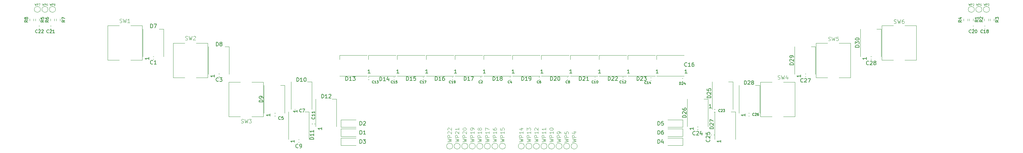
<source format=gbr>
%TF.GenerationSoftware,KiCad,Pcbnew,7.0.9-7.0.9~ubuntu22.04.1*%
%TF.CreationDate,2023-12-27T20:48:07-05:00*%
%TF.ProjectId,GT-Wheel-RevLight,47542d57-6865-4656-9c2d-5265764c6967,rev?*%
%TF.SameCoordinates,Original*%
%TF.FileFunction,Legend,Top*%
%TF.FilePolarity,Positive*%
%FSLAX46Y46*%
G04 Gerber Fmt 4.6, Leading zero omitted, Abs format (unit mm)*
G04 Created by KiCad (PCBNEW 7.0.9-7.0.9~ubuntu22.04.1) date 2023-12-27 20:48:07*
%MOMM*%
%LPD*%
G01*
G04 APERTURE LIST*
%ADD10C,0.100000*%
%ADD11C,0.150000*%
%ADD12C,0.120000*%
G04 APERTURE END LIST*
D10*
X231440942Y-71390538D02*
X231583799Y-71438157D01*
X231583799Y-71438157D02*
X231821894Y-71438157D01*
X231821894Y-71438157D02*
X231917132Y-71390538D01*
X231917132Y-71390538D02*
X231964751Y-71342918D01*
X231964751Y-71342918D02*
X232012370Y-71247680D01*
X232012370Y-71247680D02*
X232012370Y-71152442D01*
X232012370Y-71152442D02*
X231964751Y-71057204D01*
X231964751Y-71057204D02*
X231917132Y-71009585D01*
X231917132Y-71009585D02*
X231821894Y-70961966D01*
X231821894Y-70961966D02*
X231631418Y-70914347D01*
X231631418Y-70914347D02*
X231536180Y-70866728D01*
X231536180Y-70866728D02*
X231488561Y-70819109D01*
X231488561Y-70819109D02*
X231440942Y-70723871D01*
X231440942Y-70723871D02*
X231440942Y-70628633D01*
X231440942Y-70628633D02*
X231488561Y-70533395D01*
X231488561Y-70533395D02*
X231536180Y-70485776D01*
X231536180Y-70485776D02*
X231631418Y-70438157D01*
X231631418Y-70438157D02*
X231869513Y-70438157D01*
X231869513Y-70438157D02*
X232012370Y-70485776D01*
X232345704Y-70438157D02*
X232583799Y-71438157D01*
X232583799Y-71438157D02*
X232774275Y-70723871D01*
X232774275Y-70723871D02*
X232964751Y-71438157D01*
X232964751Y-71438157D02*
X233202847Y-70438157D01*
X234059989Y-70438157D02*
X233583799Y-70438157D01*
X233583799Y-70438157D02*
X233536180Y-70914347D01*
X233536180Y-70914347D02*
X233583799Y-70866728D01*
X233583799Y-70866728D02*
X233679037Y-70819109D01*
X233679037Y-70819109D02*
X233917132Y-70819109D01*
X233917132Y-70819109D02*
X234012370Y-70866728D01*
X234012370Y-70866728D02*
X234059989Y-70914347D01*
X234059989Y-70914347D02*
X234107608Y-71009585D01*
X234107608Y-71009585D02*
X234107608Y-71247680D01*
X234107608Y-71247680D02*
X234059989Y-71342918D01*
X234059989Y-71342918D02*
X234012370Y-71390538D01*
X234012370Y-71390538D02*
X233917132Y-71438157D01*
X233917132Y-71438157D02*
X233679037Y-71438157D01*
X233679037Y-71438157D02*
X233583799Y-71390538D01*
X233583799Y-71390538D02*
X233536180Y-71342918D01*
X248840942Y-66790538D02*
X248983799Y-66838157D01*
X248983799Y-66838157D02*
X249221894Y-66838157D01*
X249221894Y-66838157D02*
X249317132Y-66790538D01*
X249317132Y-66790538D02*
X249364751Y-66742918D01*
X249364751Y-66742918D02*
X249412370Y-66647680D01*
X249412370Y-66647680D02*
X249412370Y-66552442D01*
X249412370Y-66552442D02*
X249364751Y-66457204D01*
X249364751Y-66457204D02*
X249317132Y-66409585D01*
X249317132Y-66409585D02*
X249221894Y-66361966D01*
X249221894Y-66361966D02*
X249031418Y-66314347D01*
X249031418Y-66314347D02*
X248936180Y-66266728D01*
X248936180Y-66266728D02*
X248888561Y-66219109D01*
X248888561Y-66219109D02*
X248840942Y-66123871D01*
X248840942Y-66123871D02*
X248840942Y-66028633D01*
X248840942Y-66028633D02*
X248888561Y-65933395D01*
X248888561Y-65933395D02*
X248936180Y-65885776D01*
X248936180Y-65885776D02*
X249031418Y-65838157D01*
X249031418Y-65838157D02*
X249269513Y-65838157D01*
X249269513Y-65838157D02*
X249412370Y-65885776D01*
X249745704Y-65838157D02*
X249983799Y-66838157D01*
X249983799Y-66838157D02*
X250174275Y-66123871D01*
X250174275Y-66123871D02*
X250364751Y-66838157D01*
X250364751Y-66838157D02*
X250602847Y-65838157D01*
X251412370Y-65838157D02*
X251221894Y-65838157D01*
X251221894Y-65838157D02*
X251126656Y-65885776D01*
X251126656Y-65885776D02*
X251079037Y-65933395D01*
X251079037Y-65933395D02*
X250983799Y-66076252D01*
X250983799Y-66076252D02*
X250936180Y-66266728D01*
X250936180Y-66266728D02*
X250936180Y-66647680D01*
X250936180Y-66647680D02*
X250983799Y-66742918D01*
X250983799Y-66742918D02*
X251031418Y-66790538D01*
X251031418Y-66790538D02*
X251126656Y-66838157D01*
X251126656Y-66838157D02*
X251317132Y-66838157D01*
X251317132Y-66838157D02*
X251412370Y-66790538D01*
X251412370Y-66790538D02*
X251459989Y-66742918D01*
X251459989Y-66742918D02*
X251507608Y-66647680D01*
X251507608Y-66647680D02*
X251507608Y-66409585D01*
X251507608Y-66409585D02*
X251459989Y-66314347D01*
X251459989Y-66314347D02*
X251412370Y-66266728D01*
X251412370Y-66266728D02*
X251317132Y-66219109D01*
X251317132Y-66219109D02*
X251126656Y-66219109D01*
X251126656Y-66219109D02*
X251031418Y-66266728D01*
X251031418Y-66266728D02*
X250983799Y-66314347D01*
X250983799Y-66314347D02*
X250936180Y-66409585D01*
D11*
X119632716Y-81963931D02*
X119632716Y-80963931D01*
X119632716Y-80963931D02*
X119870811Y-80963931D01*
X119870811Y-80963931D02*
X120013668Y-81011550D01*
X120013668Y-81011550D02*
X120108906Y-81106788D01*
X120108906Y-81106788D02*
X120156525Y-81202026D01*
X120156525Y-81202026D02*
X120204144Y-81392502D01*
X120204144Y-81392502D02*
X120204144Y-81535359D01*
X120204144Y-81535359D02*
X120156525Y-81725835D01*
X120156525Y-81725835D02*
X120108906Y-81821073D01*
X120108906Y-81821073D02*
X120013668Y-81916312D01*
X120013668Y-81916312D02*
X119870811Y-81963931D01*
X119870811Y-81963931D02*
X119632716Y-81963931D01*
X121156525Y-81963931D02*
X120585097Y-81963931D01*
X120870811Y-81963931D02*
X120870811Y-80963931D01*
X120870811Y-80963931D02*
X120775573Y-81106788D01*
X120775573Y-81106788D02*
X120680335Y-81202026D01*
X120680335Y-81202026D02*
X120585097Y-81249645D01*
X122061287Y-80963931D02*
X121585097Y-80963931D01*
X121585097Y-80963931D02*
X121537478Y-81440121D01*
X121537478Y-81440121D02*
X121585097Y-81392502D01*
X121585097Y-81392502D02*
X121680335Y-81344883D01*
X121680335Y-81344883D02*
X121918430Y-81344883D01*
X121918430Y-81344883D02*
X122013668Y-81392502D01*
X122013668Y-81392502D02*
X122061287Y-81440121D01*
X122061287Y-81440121D02*
X122108906Y-81535359D01*
X122108906Y-81535359D02*
X122108906Y-81773454D01*
X122108906Y-81773454D02*
X122061287Y-81868692D01*
X122061287Y-81868692D02*
X122013668Y-81916312D01*
X122013668Y-81916312D02*
X121918430Y-81963931D01*
X121918430Y-81963931D02*
X121680335Y-81963931D01*
X121680335Y-81963931D02*
X121585097Y-81916312D01*
X121585097Y-81916312D02*
X121537478Y-81868692D01*
X125282716Y-80063931D02*
X124711288Y-80063931D01*
X124997002Y-80063931D02*
X124997002Y-79063931D01*
X124997002Y-79063931D02*
X124901764Y-79206788D01*
X124901764Y-79206788D02*
X124806526Y-79302026D01*
X124806526Y-79302026D02*
X124711288Y-79349645D01*
X107286180Y-93835557D02*
X107286180Y-92835557D01*
X107286180Y-92835557D02*
X107524275Y-92835557D01*
X107524275Y-92835557D02*
X107667132Y-92883176D01*
X107667132Y-92883176D02*
X107762370Y-92978414D01*
X107762370Y-92978414D02*
X107809989Y-93073652D01*
X107809989Y-93073652D02*
X107857608Y-93264128D01*
X107857608Y-93264128D02*
X107857608Y-93406985D01*
X107857608Y-93406985D02*
X107809989Y-93597461D01*
X107809989Y-93597461D02*
X107762370Y-93692699D01*
X107762370Y-93692699D02*
X107667132Y-93787938D01*
X107667132Y-93787938D02*
X107524275Y-93835557D01*
X107524275Y-93835557D02*
X107286180Y-93835557D01*
X108238561Y-92930795D02*
X108286180Y-92883176D01*
X108286180Y-92883176D02*
X108381418Y-92835557D01*
X108381418Y-92835557D02*
X108619513Y-92835557D01*
X108619513Y-92835557D02*
X108714751Y-92883176D01*
X108714751Y-92883176D02*
X108762370Y-92930795D01*
X108762370Y-92930795D02*
X108809989Y-93026033D01*
X108809989Y-93026033D02*
X108809989Y-93121271D01*
X108809989Y-93121271D02*
X108762370Y-93264128D01*
X108762370Y-93264128D02*
X108190942Y-93835557D01*
X108190942Y-93835557D02*
X108809989Y-93835557D01*
X222210462Y-77832134D02*
X221210462Y-77832134D01*
X221210462Y-77832134D02*
X221210462Y-77594039D01*
X221210462Y-77594039D02*
X221258081Y-77451182D01*
X221258081Y-77451182D02*
X221353319Y-77355944D01*
X221353319Y-77355944D02*
X221448557Y-77308325D01*
X221448557Y-77308325D02*
X221639033Y-77260706D01*
X221639033Y-77260706D02*
X221781890Y-77260706D01*
X221781890Y-77260706D02*
X221972366Y-77308325D01*
X221972366Y-77308325D02*
X222067604Y-77355944D01*
X222067604Y-77355944D02*
X222162843Y-77451182D01*
X222162843Y-77451182D02*
X222210462Y-77594039D01*
X222210462Y-77594039D02*
X222210462Y-77832134D01*
X221305700Y-76879753D02*
X221258081Y-76832134D01*
X221258081Y-76832134D02*
X221210462Y-76736896D01*
X221210462Y-76736896D02*
X221210462Y-76498801D01*
X221210462Y-76498801D02*
X221258081Y-76403563D01*
X221258081Y-76403563D02*
X221305700Y-76355944D01*
X221305700Y-76355944D02*
X221400938Y-76308325D01*
X221400938Y-76308325D02*
X221496176Y-76308325D01*
X221496176Y-76308325D02*
X221639033Y-76355944D01*
X221639033Y-76355944D02*
X222210462Y-76927372D01*
X222210462Y-76927372D02*
X222210462Y-76308325D01*
X222210462Y-75832134D02*
X222210462Y-75641658D01*
X222210462Y-75641658D02*
X222162843Y-75546420D01*
X222162843Y-75546420D02*
X222115223Y-75498801D01*
X222115223Y-75498801D02*
X221972366Y-75403563D01*
X221972366Y-75403563D02*
X221781890Y-75355944D01*
X221781890Y-75355944D02*
X221400938Y-75355944D01*
X221400938Y-75355944D02*
X221305700Y-75403563D01*
X221305700Y-75403563D02*
X221258081Y-75451182D01*
X221258081Y-75451182D02*
X221210462Y-75546420D01*
X221210462Y-75546420D02*
X221210462Y-75736896D01*
X221210462Y-75736896D02*
X221258081Y-75832134D01*
X221258081Y-75832134D02*
X221305700Y-75879753D01*
X221305700Y-75879753D02*
X221400938Y-75927372D01*
X221400938Y-75927372D02*
X221639033Y-75927372D01*
X221639033Y-75927372D02*
X221734271Y-75879753D01*
X221734271Y-75879753D02*
X221781890Y-75832134D01*
X221781890Y-75832134D02*
X221829509Y-75736896D01*
X221829509Y-75736896D02*
X221829509Y-75546420D01*
X221829509Y-75546420D02*
X221781890Y-75451182D01*
X221781890Y-75451182D02*
X221734271Y-75403563D01*
X221734271Y-75403563D02*
X221639033Y-75355944D01*
X224110462Y-80482134D02*
X224110462Y-81053562D01*
X224110462Y-80767848D02*
X223110462Y-80767848D01*
X223110462Y-80767848D02*
X223253319Y-80863086D01*
X223253319Y-80863086D02*
X223348557Y-80958324D01*
X223348557Y-80958324D02*
X223396176Y-81053562D01*
X90927608Y-99740318D02*
X90879989Y-99787938D01*
X90879989Y-99787938D02*
X90737132Y-99835557D01*
X90737132Y-99835557D02*
X90641894Y-99835557D01*
X90641894Y-99835557D02*
X90499037Y-99787938D01*
X90499037Y-99787938D02*
X90403799Y-99692699D01*
X90403799Y-99692699D02*
X90356180Y-99597461D01*
X90356180Y-99597461D02*
X90308561Y-99406985D01*
X90308561Y-99406985D02*
X90308561Y-99264128D01*
X90308561Y-99264128D02*
X90356180Y-99073652D01*
X90356180Y-99073652D02*
X90403799Y-98978414D01*
X90403799Y-98978414D02*
X90499037Y-98883176D01*
X90499037Y-98883176D02*
X90641894Y-98835557D01*
X90641894Y-98835557D02*
X90737132Y-98835557D01*
X90737132Y-98835557D02*
X90879989Y-98883176D01*
X90879989Y-98883176D02*
X90927608Y-98930795D01*
X91403799Y-99835557D02*
X91594275Y-99835557D01*
X91594275Y-99835557D02*
X91689513Y-99787938D01*
X91689513Y-99787938D02*
X91737132Y-99740318D01*
X91737132Y-99740318D02*
X91832370Y-99597461D01*
X91832370Y-99597461D02*
X91879989Y-99406985D01*
X91879989Y-99406985D02*
X91879989Y-99026033D01*
X91879989Y-99026033D02*
X91832370Y-98930795D01*
X91832370Y-98930795D02*
X91784751Y-98883176D01*
X91784751Y-98883176D02*
X91689513Y-98835557D01*
X91689513Y-98835557D02*
X91499037Y-98835557D01*
X91499037Y-98835557D02*
X91403799Y-98883176D01*
X91403799Y-98883176D02*
X91356180Y-98930795D01*
X91356180Y-98930795D02*
X91308561Y-99026033D01*
X91308561Y-99026033D02*
X91308561Y-99264128D01*
X91308561Y-99264128D02*
X91356180Y-99359366D01*
X91356180Y-99359366D02*
X91403799Y-99406985D01*
X91403799Y-99406985D02*
X91499037Y-99454604D01*
X91499037Y-99454604D02*
X91689513Y-99454604D01*
X91689513Y-99454604D02*
X91784751Y-99406985D01*
X91784751Y-99406985D02*
X91832370Y-99359366D01*
X91832370Y-99359366D02*
X91879989Y-99264128D01*
D10*
X138531694Y-98261689D02*
X139531694Y-98023594D01*
X139531694Y-98023594D02*
X138817408Y-97833118D01*
X138817408Y-97833118D02*
X139531694Y-97642642D01*
X139531694Y-97642642D02*
X138531694Y-97404547D01*
X139531694Y-97023594D02*
X138531694Y-97023594D01*
X138531694Y-97023594D02*
X138531694Y-96642642D01*
X138531694Y-96642642D02*
X138579313Y-96547404D01*
X138579313Y-96547404D02*
X138626932Y-96499785D01*
X138626932Y-96499785D02*
X138722170Y-96452166D01*
X138722170Y-96452166D02*
X138865027Y-96452166D01*
X138865027Y-96452166D02*
X138960265Y-96499785D01*
X138960265Y-96499785D02*
X139007884Y-96547404D01*
X139007884Y-96547404D02*
X139055503Y-96642642D01*
X139055503Y-96642642D02*
X139055503Y-97023594D01*
X139531694Y-95499785D02*
X139531694Y-96071213D01*
X139531694Y-95785499D02*
X138531694Y-95785499D01*
X138531694Y-95785499D02*
X138674551Y-95880737D01*
X138674551Y-95880737D02*
X138769789Y-95975975D01*
X138769789Y-95975975D02*
X138817408Y-96071213D01*
X138960265Y-94928356D02*
X138912646Y-95023594D01*
X138912646Y-95023594D02*
X138865027Y-95071213D01*
X138865027Y-95071213D02*
X138769789Y-95118832D01*
X138769789Y-95118832D02*
X138722170Y-95118832D01*
X138722170Y-95118832D02*
X138626932Y-95071213D01*
X138626932Y-95071213D02*
X138579313Y-95023594D01*
X138579313Y-95023594D02*
X138531694Y-94928356D01*
X138531694Y-94928356D02*
X138531694Y-94737880D01*
X138531694Y-94737880D02*
X138579313Y-94642642D01*
X138579313Y-94642642D02*
X138626932Y-94595023D01*
X138626932Y-94595023D02*
X138722170Y-94547404D01*
X138722170Y-94547404D02*
X138769789Y-94547404D01*
X138769789Y-94547404D02*
X138865027Y-94595023D01*
X138865027Y-94595023D02*
X138912646Y-94642642D01*
X138912646Y-94642642D02*
X138960265Y-94737880D01*
X138960265Y-94737880D02*
X138960265Y-94928356D01*
X138960265Y-94928356D02*
X139007884Y-95023594D01*
X139007884Y-95023594D02*
X139055503Y-95071213D01*
X139055503Y-95071213D02*
X139150741Y-95118832D01*
X139150741Y-95118832D02*
X139341217Y-95118832D01*
X139341217Y-95118832D02*
X139436455Y-95071213D01*
X139436455Y-95071213D02*
X139484075Y-95023594D01*
X139484075Y-95023594D02*
X139531694Y-94928356D01*
X139531694Y-94928356D02*
X139531694Y-94737880D01*
X139531694Y-94737880D02*
X139484075Y-94642642D01*
X139484075Y-94642642D02*
X139436455Y-94595023D01*
X139436455Y-94595023D02*
X139341217Y-94547404D01*
X139341217Y-94547404D02*
X139150741Y-94547404D01*
X139150741Y-94547404D02*
X139055503Y-94595023D01*
X139055503Y-94595023D02*
X139007884Y-94642642D01*
X139007884Y-94642642D02*
X138960265Y-94737880D01*
D11*
X165450898Y-81963931D02*
X165450898Y-80963931D01*
X165450898Y-80963931D02*
X165688993Y-80963931D01*
X165688993Y-80963931D02*
X165831850Y-81011550D01*
X165831850Y-81011550D02*
X165927088Y-81106788D01*
X165927088Y-81106788D02*
X165974707Y-81202026D01*
X165974707Y-81202026D02*
X166022326Y-81392502D01*
X166022326Y-81392502D02*
X166022326Y-81535359D01*
X166022326Y-81535359D02*
X165974707Y-81725835D01*
X165974707Y-81725835D02*
X165927088Y-81821073D01*
X165927088Y-81821073D02*
X165831850Y-81916312D01*
X165831850Y-81916312D02*
X165688993Y-81963931D01*
X165688993Y-81963931D02*
X165450898Y-81963931D01*
X166403279Y-81059169D02*
X166450898Y-81011550D01*
X166450898Y-81011550D02*
X166546136Y-80963931D01*
X166546136Y-80963931D02*
X166784231Y-80963931D01*
X166784231Y-80963931D02*
X166879469Y-81011550D01*
X166879469Y-81011550D02*
X166927088Y-81059169D01*
X166927088Y-81059169D02*
X166974707Y-81154407D01*
X166974707Y-81154407D02*
X166974707Y-81249645D01*
X166974707Y-81249645D02*
X166927088Y-81392502D01*
X166927088Y-81392502D02*
X166355660Y-81963931D01*
X166355660Y-81963931D02*
X166974707Y-81963931D01*
X167927088Y-81963931D02*
X167355660Y-81963931D01*
X167641374Y-81963931D02*
X167641374Y-80963931D01*
X167641374Y-80963931D02*
X167546136Y-81106788D01*
X167546136Y-81106788D02*
X167450898Y-81202026D01*
X167450898Y-81202026D02*
X167355660Y-81249645D01*
X171100898Y-80063931D02*
X170529470Y-80063931D01*
X170815184Y-80063931D02*
X170815184Y-79063931D01*
X170815184Y-79063931D02*
X170719946Y-79206788D01*
X170719946Y-79206788D02*
X170624708Y-79302026D01*
X170624708Y-79302026D02*
X170529470Y-79349645D01*
X266762491Y-66016204D02*
X266375444Y-66287137D01*
X266762491Y-66480661D02*
X265949691Y-66480661D01*
X265949691Y-66480661D02*
X265949691Y-66171023D01*
X265949691Y-66171023D02*
X265988396Y-66093613D01*
X265988396Y-66093613D02*
X266027101Y-66054908D01*
X266027101Y-66054908D02*
X266104510Y-66016204D01*
X266104510Y-66016204D02*
X266220625Y-66016204D01*
X266220625Y-66016204D02*
X266298034Y-66054908D01*
X266298034Y-66054908D02*
X266336739Y-66093613D01*
X266336739Y-66093613D02*
X266375444Y-66171023D01*
X266375444Y-66171023D02*
X266375444Y-66480661D01*
X266220625Y-65319518D02*
X266762491Y-65319518D01*
X265910987Y-65513042D02*
X266491558Y-65706565D01*
X266491558Y-65706565D02*
X266491558Y-65203404D01*
X211766060Y-91206224D02*
X211735822Y-91236463D01*
X211735822Y-91236463D02*
X211645108Y-91266701D01*
X211645108Y-91266701D02*
X211584632Y-91266701D01*
X211584632Y-91266701D02*
X211493917Y-91236463D01*
X211493917Y-91236463D02*
X211433441Y-91175986D01*
X211433441Y-91175986D02*
X211403203Y-91115510D01*
X211403203Y-91115510D02*
X211372965Y-90994558D01*
X211372965Y-90994558D02*
X211372965Y-90903843D01*
X211372965Y-90903843D02*
X211403203Y-90782891D01*
X211403203Y-90782891D02*
X211433441Y-90722415D01*
X211433441Y-90722415D02*
X211493917Y-90661939D01*
X211493917Y-90661939D02*
X211584632Y-90631701D01*
X211584632Y-90631701D02*
X211645108Y-90631701D01*
X211645108Y-90631701D02*
X211735822Y-90661939D01*
X211735822Y-90661939D02*
X211766060Y-90692177D01*
X212007965Y-90692177D02*
X212038203Y-90661939D01*
X212038203Y-90661939D02*
X212098679Y-90631701D01*
X212098679Y-90631701D02*
X212249870Y-90631701D01*
X212249870Y-90631701D02*
X212310346Y-90661939D01*
X212310346Y-90661939D02*
X212340584Y-90692177D01*
X212340584Y-90692177D02*
X212370822Y-90752653D01*
X212370822Y-90752653D02*
X212370822Y-90813129D01*
X212370822Y-90813129D02*
X212340584Y-90903843D01*
X212340584Y-90903843D02*
X211977727Y-91266701D01*
X211977727Y-91266701D02*
X212370822Y-91266701D01*
X212915108Y-90631701D02*
X212794155Y-90631701D01*
X212794155Y-90631701D02*
X212733679Y-90661939D01*
X212733679Y-90661939D02*
X212703441Y-90692177D01*
X212703441Y-90692177D02*
X212642965Y-90782891D01*
X212642965Y-90782891D02*
X212612727Y-90903843D01*
X212612727Y-90903843D02*
X212612727Y-91145748D01*
X212612727Y-91145748D02*
X212642965Y-91206224D01*
X212642965Y-91206224D02*
X212673203Y-91236463D01*
X212673203Y-91236463D02*
X212733679Y-91266701D01*
X212733679Y-91266701D02*
X212854632Y-91266701D01*
X212854632Y-91266701D02*
X212915108Y-91236463D01*
X212915108Y-91236463D02*
X212945346Y-91206224D01*
X212945346Y-91206224D02*
X212975584Y-91145748D01*
X212975584Y-91145748D02*
X212975584Y-90994558D01*
X212975584Y-90994558D02*
X212945346Y-90934082D01*
X212945346Y-90934082D02*
X212915108Y-90903843D01*
X212915108Y-90903843D02*
X212854632Y-90873605D01*
X212854632Y-90873605D02*
X212733679Y-90873605D01*
X212733679Y-90873605D02*
X212673203Y-90903843D01*
X212673203Y-90903843D02*
X212642965Y-90934082D01*
X212642965Y-90934082D02*
X212612727Y-90994558D01*
D10*
X218040942Y-81590538D02*
X218183799Y-81638157D01*
X218183799Y-81638157D02*
X218421894Y-81638157D01*
X218421894Y-81638157D02*
X218517132Y-81590538D01*
X218517132Y-81590538D02*
X218564751Y-81542918D01*
X218564751Y-81542918D02*
X218612370Y-81447680D01*
X218612370Y-81447680D02*
X218612370Y-81352442D01*
X218612370Y-81352442D02*
X218564751Y-81257204D01*
X218564751Y-81257204D02*
X218517132Y-81209585D01*
X218517132Y-81209585D02*
X218421894Y-81161966D01*
X218421894Y-81161966D02*
X218231418Y-81114347D01*
X218231418Y-81114347D02*
X218136180Y-81066728D01*
X218136180Y-81066728D02*
X218088561Y-81019109D01*
X218088561Y-81019109D02*
X218040942Y-80923871D01*
X218040942Y-80923871D02*
X218040942Y-80828633D01*
X218040942Y-80828633D02*
X218088561Y-80733395D01*
X218088561Y-80733395D02*
X218136180Y-80685776D01*
X218136180Y-80685776D02*
X218231418Y-80638157D01*
X218231418Y-80638157D02*
X218469513Y-80638157D01*
X218469513Y-80638157D02*
X218612370Y-80685776D01*
X218945704Y-80638157D02*
X219183799Y-81638157D01*
X219183799Y-81638157D02*
X219374275Y-80923871D01*
X219374275Y-80923871D02*
X219564751Y-81638157D01*
X219564751Y-81638157D02*
X219802847Y-80638157D01*
X220612370Y-80971490D02*
X220612370Y-81638157D01*
X220374275Y-80590538D02*
X220136180Y-81304823D01*
X220136180Y-81304823D02*
X220755227Y-81304823D01*
D11*
X51836180Y-68035557D02*
X51836180Y-67035557D01*
X51836180Y-67035557D02*
X52074275Y-67035557D01*
X52074275Y-67035557D02*
X52217132Y-67083176D01*
X52217132Y-67083176D02*
X52312370Y-67178414D01*
X52312370Y-67178414D02*
X52359989Y-67273652D01*
X52359989Y-67273652D02*
X52407608Y-67464128D01*
X52407608Y-67464128D02*
X52407608Y-67606985D01*
X52407608Y-67606985D02*
X52359989Y-67797461D01*
X52359989Y-67797461D02*
X52312370Y-67892699D01*
X52312370Y-67892699D02*
X52217132Y-67987938D01*
X52217132Y-67987938D02*
X52074275Y-68035557D01*
X52074275Y-68035557D02*
X51836180Y-68035557D01*
X52740942Y-67035557D02*
X53407608Y-67035557D01*
X53407608Y-67035557D02*
X52979037Y-68035557D01*
X51361061Y-75823391D02*
X51361061Y-76394819D01*
X51361061Y-76109105D02*
X50361061Y-76109105D01*
X50361061Y-76109105D02*
X50503918Y-76204343D01*
X50503918Y-76204343D02*
X50599156Y-76299581D01*
X50599156Y-76299581D02*
X50646775Y-76394819D01*
D10*
X270621894Y-61606847D02*
X270740942Y-62106847D01*
X270740942Y-62106847D02*
X270836180Y-61749704D01*
X270836180Y-61749704D02*
X270931418Y-62106847D01*
X270931418Y-62106847D02*
X271050466Y-61606847D01*
X271240942Y-62106847D02*
X271240942Y-61606847D01*
X271240942Y-61606847D02*
X271431418Y-61606847D01*
X271431418Y-61606847D02*
X271479037Y-61630657D01*
X271479037Y-61630657D02*
X271502847Y-61654466D01*
X271502847Y-61654466D02*
X271526656Y-61702085D01*
X271526656Y-61702085D02*
X271526656Y-61773514D01*
X271526656Y-61773514D02*
X271502847Y-61821133D01*
X271502847Y-61821133D02*
X271479037Y-61844942D01*
X271479037Y-61844942D02*
X271431418Y-61868752D01*
X271431418Y-61868752D02*
X271240942Y-61868752D01*
X272002847Y-62106847D02*
X271717133Y-62106847D01*
X271859990Y-62106847D02*
X271859990Y-61606847D01*
X271859990Y-61606847D02*
X271812371Y-61678276D01*
X271812371Y-61678276D02*
X271764752Y-61725895D01*
X271764752Y-61725895D02*
X271717133Y-61749704D01*
D11*
X52407608Y-77540318D02*
X52359989Y-77587938D01*
X52359989Y-77587938D02*
X52217132Y-77635557D01*
X52217132Y-77635557D02*
X52121894Y-77635557D01*
X52121894Y-77635557D02*
X51979037Y-77587938D01*
X51979037Y-77587938D02*
X51883799Y-77492699D01*
X51883799Y-77492699D02*
X51836180Y-77397461D01*
X51836180Y-77397461D02*
X51788561Y-77206985D01*
X51788561Y-77206985D02*
X51788561Y-77064128D01*
X51788561Y-77064128D02*
X51836180Y-76873652D01*
X51836180Y-76873652D02*
X51883799Y-76778414D01*
X51883799Y-76778414D02*
X51979037Y-76683176D01*
X51979037Y-76683176D02*
X52121894Y-76635557D01*
X52121894Y-76635557D02*
X52217132Y-76635557D01*
X52217132Y-76635557D02*
X52359989Y-76683176D01*
X52359989Y-76683176D02*
X52407608Y-76730795D01*
X53359989Y-77635557D02*
X52788561Y-77635557D01*
X53074275Y-77635557D02*
X53074275Y-76635557D01*
X53074275Y-76635557D02*
X52979037Y-76778414D01*
X52979037Y-76778414D02*
X52883799Y-76873652D01*
X52883799Y-76873652D02*
X52788561Y-76921271D01*
D10*
X161531694Y-98285499D02*
X162531694Y-98047404D01*
X162531694Y-98047404D02*
X161817408Y-97856928D01*
X161817408Y-97856928D02*
X162531694Y-97666452D01*
X162531694Y-97666452D02*
X161531694Y-97428357D01*
X162531694Y-97047404D02*
X161531694Y-97047404D01*
X161531694Y-97047404D02*
X161531694Y-96666452D01*
X161531694Y-96666452D02*
X161579313Y-96571214D01*
X161579313Y-96571214D02*
X161626932Y-96523595D01*
X161626932Y-96523595D02*
X161722170Y-96475976D01*
X161722170Y-96475976D02*
X161865027Y-96475976D01*
X161865027Y-96475976D02*
X161960265Y-96523595D01*
X161960265Y-96523595D02*
X162007884Y-96571214D01*
X162007884Y-96571214D02*
X162055503Y-96666452D01*
X162055503Y-96666452D02*
X162055503Y-97047404D01*
X161531694Y-95571214D02*
X161531694Y-96047404D01*
X161531694Y-96047404D02*
X162007884Y-96095023D01*
X162007884Y-96095023D02*
X161960265Y-96047404D01*
X161960265Y-96047404D02*
X161912646Y-95952166D01*
X161912646Y-95952166D02*
X161912646Y-95714071D01*
X161912646Y-95714071D02*
X161960265Y-95618833D01*
X161960265Y-95618833D02*
X162007884Y-95571214D01*
X162007884Y-95571214D02*
X162103122Y-95523595D01*
X162103122Y-95523595D02*
X162341217Y-95523595D01*
X162341217Y-95523595D02*
X162436455Y-95571214D01*
X162436455Y-95571214D02*
X162484075Y-95618833D01*
X162484075Y-95618833D02*
X162531694Y-95714071D01*
X162531694Y-95714071D02*
X162531694Y-95952166D01*
X162531694Y-95952166D02*
X162484075Y-96047404D01*
X162484075Y-96047404D02*
X162436455Y-96095023D01*
X268621894Y-61606847D02*
X268740942Y-62106847D01*
X268740942Y-62106847D02*
X268836180Y-61749704D01*
X268836180Y-61749704D02*
X268931418Y-62106847D01*
X268931418Y-62106847D02*
X269050466Y-61606847D01*
X269240942Y-62106847D02*
X269240942Y-61606847D01*
X269240942Y-61606847D02*
X269431418Y-61606847D01*
X269431418Y-61606847D02*
X269479037Y-61630657D01*
X269479037Y-61630657D02*
X269502847Y-61654466D01*
X269502847Y-61654466D02*
X269526656Y-61702085D01*
X269526656Y-61702085D02*
X269526656Y-61773514D01*
X269526656Y-61773514D02*
X269502847Y-61821133D01*
X269502847Y-61821133D02*
X269479037Y-61844942D01*
X269479037Y-61844942D02*
X269431418Y-61868752D01*
X269431418Y-61868752D02*
X269240942Y-61868752D01*
X269717133Y-61654466D02*
X269740942Y-61630657D01*
X269740942Y-61630657D02*
X269788561Y-61606847D01*
X269788561Y-61606847D02*
X269907609Y-61606847D01*
X269907609Y-61606847D02*
X269955228Y-61630657D01*
X269955228Y-61630657D02*
X269979037Y-61654466D01*
X269979037Y-61654466D02*
X270002847Y-61702085D01*
X270002847Y-61702085D02*
X270002847Y-61749704D01*
X270002847Y-61749704D02*
X269979037Y-61821133D01*
X269979037Y-61821133D02*
X269693323Y-62106847D01*
X269693323Y-62106847D02*
X270002847Y-62106847D01*
X142531694Y-98261689D02*
X143531694Y-98023594D01*
X143531694Y-98023594D02*
X142817408Y-97833118D01*
X142817408Y-97833118D02*
X143531694Y-97642642D01*
X143531694Y-97642642D02*
X142531694Y-97404547D01*
X143531694Y-97023594D02*
X142531694Y-97023594D01*
X142531694Y-97023594D02*
X142531694Y-96642642D01*
X142531694Y-96642642D02*
X142579313Y-96547404D01*
X142579313Y-96547404D02*
X142626932Y-96499785D01*
X142626932Y-96499785D02*
X142722170Y-96452166D01*
X142722170Y-96452166D02*
X142865027Y-96452166D01*
X142865027Y-96452166D02*
X142960265Y-96499785D01*
X142960265Y-96499785D02*
X143007884Y-96547404D01*
X143007884Y-96547404D02*
X143055503Y-96642642D01*
X143055503Y-96642642D02*
X143055503Y-97023594D01*
X143531694Y-95499785D02*
X143531694Y-96071213D01*
X143531694Y-95785499D02*
X142531694Y-95785499D01*
X142531694Y-95785499D02*
X142674551Y-95880737D01*
X142674551Y-95880737D02*
X142769789Y-95975975D01*
X142769789Y-95975975D02*
X142817408Y-96071213D01*
X142531694Y-94642642D02*
X142531694Y-94833118D01*
X142531694Y-94833118D02*
X142579313Y-94928356D01*
X142579313Y-94928356D02*
X142626932Y-94975975D01*
X142626932Y-94975975D02*
X142769789Y-95071213D01*
X142769789Y-95071213D02*
X142960265Y-95118832D01*
X142960265Y-95118832D02*
X143341217Y-95118832D01*
X143341217Y-95118832D02*
X143436455Y-95071213D01*
X143436455Y-95071213D02*
X143484075Y-95023594D01*
X143484075Y-95023594D02*
X143531694Y-94928356D01*
X143531694Y-94928356D02*
X143531694Y-94737880D01*
X143531694Y-94737880D02*
X143484075Y-94642642D01*
X143484075Y-94642642D02*
X143436455Y-94595023D01*
X143436455Y-94595023D02*
X143341217Y-94547404D01*
X143341217Y-94547404D02*
X143103122Y-94547404D01*
X143103122Y-94547404D02*
X143007884Y-94595023D01*
X143007884Y-94595023D02*
X142960265Y-94642642D01*
X142960265Y-94642642D02*
X142912646Y-94737880D01*
X142912646Y-94737880D02*
X142912646Y-94928356D01*
X142912646Y-94928356D02*
X142960265Y-95023594D01*
X142960265Y-95023594D02*
X143007884Y-95071213D01*
X143007884Y-95071213D02*
X143103122Y-95118832D01*
D11*
X139198441Y-82606224D02*
X139168203Y-82636463D01*
X139168203Y-82636463D02*
X139077489Y-82666701D01*
X139077489Y-82666701D02*
X139017013Y-82666701D01*
X139017013Y-82666701D02*
X138926298Y-82636463D01*
X138926298Y-82636463D02*
X138865822Y-82575986D01*
X138865822Y-82575986D02*
X138835584Y-82515510D01*
X138835584Y-82515510D02*
X138805346Y-82394558D01*
X138805346Y-82394558D02*
X138805346Y-82303843D01*
X138805346Y-82303843D02*
X138835584Y-82182891D01*
X138835584Y-82182891D02*
X138865822Y-82122415D01*
X138865822Y-82122415D02*
X138926298Y-82061939D01*
X138926298Y-82061939D02*
X139017013Y-82031701D01*
X139017013Y-82031701D02*
X139077489Y-82031701D01*
X139077489Y-82031701D02*
X139168203Y-82061939D01*
X139168203Y-82061939D02*
X139198441Y-82092177D01*
X139440346Y-82092177D02*
X139470584Y-82061939D01*
X139470584Y-82061939D02*
X139531060Y-82031701D01*
X139531060Y-82031701D02*
X139682251Y-82031701D01*
X139682251Y-82031701D02*
X139742727Y-82061939D01*
X139742727Y-82061939D02*
X139772965Y-82092177D01*
X139772965Y-82092177D02*
X139803203Y-82152653D01*
X139803203Y-82152653D02*
X139803203Y-82213129D01*
X139803203Y-82213129D02*
X139772965Y-82303843D01*
X139772965Y-82303843D02*
X139410108Y-82666701D01*
X139410108Y-82666701D02*
X139803203Y-82666701D01*
D10*
X157531694Y-98261689D02*
X158531694Y-98023594D01*
X158531694Y-98023594D02*
X157817408Y-97833118D01*
X157817408Y-97833118D02*
X158531694Y-97642642D01*
X158531694Y-97642642D02*
X157531694Y-97404547D01*
X158531694Y-97023594D02*
X157531694Y-97023594D01*
X157531694Y-97023594D02*
X157531694Y-96642642D01*
X157531694Y-96642642D02*
X157579313Y-96547404D01*
X157579313Y-96547404D02*
X157626932Y-96499785D01*
X157626932Y-96499785D02*
X157722170Y-96452166D01*
X157722170Y-96452166D02*
X157865027Y-96452166D01*
X157865027Y-96452166D02*
X157960265Y-96499785D01*
X157960265Y-96499785D02*
X158007884Y-96547404D01*
X158007884Y-96547404D02*
X158055503Y-96642642D01*
X158055503Y-96642642D02*
X158055503Y-97023594D01*
X158531694Y-95499785D02*
X158531694Y-96071213D01*
X158531694Y-95785499D02*
X157531694Y-95785499D01*
X157531694Y-95785499D02*
X157674551Y-95880737D01*
X157674551Y-95880737D02*
X157769789Y-95975975D01*
X157769789Y-95975975D02*
X157817408Y-96071213D01*
X157531694Y-94880737D02*
X157531694Y-94785499D01*
X157531694Y-94785499D02*
X157579313Y-94690261D01*
X157579313Y-94690261D02*
X157626932Y-94642642D01*
X157626932Y-94642642D02*
X157722170Y-94595023D01*
X157722170Y-94595023D02*
X157912646Y-94547404D01*
X157912646Y-94547404D02*
X158150741Y-94547404D01*
X158150741Y-94547404D02*
X158341217Y-94595023D01*
X158341217Y-94595023D02*
X158436455Y-94642642D01*
X158436455Y-94642642D02*
X158484075Y-94690261D01*
X158484075Y-94690261D02*
X158531694Y-94785499D01*
X158531694Y-94785499D02*
X158531694Y-94880737D01*
X158531694Y-94880737D02*
X158484075Y-94975975D01*
X158484075Y-94975975D02*
X158436455Y-95023594D01*
X158436455Y-95023594D02*
X158341217Y-95071213D01*
X158341217Y-95071213D02*
X158150741Y-95118832D01*
X158150741Y-95118832D02*
X157912646Y-95118832D01*
X157912646Y-95118832D02*
X157722170Y-95071213D01*
X157722170Y-95071213D02*
X157626932Y-95023594D01*
X157626932Y-95023594D02*
X157579313Y-94975975D01*
X157579313Y-94975975D02*
X157531694Y-94880737D01*
D11*
X123646060Y-82606224D02*
X123615822Y-82636463D01*
X123615822Y-82636463D02*
X123525108Y-82666701D01*
X123525108Y-82666701D02*
X123464632Y-82666701D01*
X123464632Y-82666701D02*
X123373917Y-82636463D01*
X123373917Y-82636463D02*
X123313441Y-82575986D01*
X123313441Y-82575986D02*
X123283203Y-82515510D01*
X123283203Y-82515510D02*
X123252965Y-82394558D01*
X123252965Y-82394558D02*
X123252965Y-82303843D01*
X123252965Y-82303843D02*
X123283203Y-82182891D01*
X123283203Y-82182891D02*
X123313441Y-82122415D01*
X123313441Y-82122415D02*
X123373917Y-82061939D01*
X123373917Y-82061939D02*
X123464632Y-82031701D01*
X123464632Y-82031701D02*
X123525108Y-82031701D01*
X123525108Y-82031701D02*
X123615822Y-82061939D01*
X123615822Y-82061939D02*
X123646060Y-82092177D01*
X124250822Y-82666701D02*
X123887965Y-82666701D01*
X124069393Y-82666701D02*
X124069393Y-82031701D01*
X124069393Y-82031701D02*
X124008917Y-82122415D01*
X124008917Y-82122415D02*
X123948441Y-82182891D01*
X123948441Y-82182891D02*
X123887965Y-82213129D01*
X124462489Y-82031701D02*
X124885822Y-82031701D01*
X124885822Y-82031701D02*
X124613679Y-82666701D01*
X269251760Y-69271545D02*
X269213056Y-69310250D01*
X269213056Y-69310250D02*
X269096941Y-69348954D01*
X269096941Y-69348954D02*
X269019532Y-69348954D01*
X269019532Y-69348954D02*
X268903418Y-69310250D01*
X268903418Y-69310250D02*
X268826008Y-69232840D01*
X268826008Y-69232840D02*
X268787303Y-69155430D01*
X268787303Y-69155430D02*
X268748599Y-69000611D01*
X268748599Y-69000611D02*
X268748599Y-68884497D01*
X268748599Y-68884497D02*
X268787303Y-68729678D01*
X268787303Y-68729678D02*
X268826008Y-68652269D01*
X268826008Y-68652269D02*
X268903418Y-68574859D01*
X268903418Y-68574859D02*
X269019532Y-68536154D01*
X269019532Y-68536154D02*
X269096941Y-68536154D01*
X269096941Y-68536154D02*
X269213056Y-68574859D01*
X269213056Y-68574859D02*
X269251760Y-68613564D01*
X269561399Y-68613564D02*
X269600103Y-68574859D01*
X269600103Y-68574859D02*
X269677513Y-68536154D01*
X269677513Y-68536154D02*
X269871037Y-68536154D01*
X269871037Y-68536154D02*
X269948446Y-68574859D01*
X269948446Y-68574859D02*
X269987151Y-68613564D01*
X269987151Y-68613564D02*
X270025856Y-68690973D01*
X270025856Y-68690973D02*
X270025856Y-68768383D01*
X270025856Y-68768383D02*
X269987151Y-68884497D01*
X269987151Y-68884497D02*
X269522694Y-69348954D01*
X269522694Y-69348954D02*
X270025856Y-69348954D01*
X270529017Y-68536154D02*
X270606427Y-68536154D01*
X270606427Y-68536154D02*
X270683836Y-68574859D01*
X270683836Y-68574859D02*
X270722541Y-68613564D01*
X270722541Y-68613564D02*
X270761246Y-68690973D01*
X270761246Y-68690973D02*
X270799951Y-68845792D01*
X270799951Y-68845792D02*
X270799951Y-69039316D01*
X270799951Y-69039316D02*
X270761246Y-69194135D01*
X270761246Y-69194135D02*
X270722541Y-69271545D01*
X270722541Y-69271545D02*
X270683836Y-69310250D01*
X270683836Y-69310250D02*
X270606427Y-69348954D01*
X270606427Y-69348954D02*
X270529017Y-69348954D01*
X270529017Y-69348954D02*
X270451608Y-69310250D01*
X270451608Y-69310250D02*
X270412903Y-69271545D01*
X270412903Y-69271545D02*
X270374198Y-69194135D01*
X270374198Y-69194135D02*
X270335494Y-69039316D01*
X270335494Y-69039316D02*
X270335494Y-68845792D01*
X270335494Y-68845792D02*
X270374198Y-68690973D01*
X270374198Y-68690973D02*
X270412903Y-68613564D01*
X270412903Y-68613564D02*
X270451608Y-68574859D01*
X270451608Y-68574859D02*
X270529017Y-68536154D01*
X24821760Y-69271545D02*
X24783056Y-69310250D01*
X24783056Y-69310250D02*
X24666941Y-69348954D01*
X24666941Y-69348954D02*
X24589532Y-69348954D01*
X24589532Y-69348954D02*
X24473418Y-69310250D01*
X24473418Y-69310250D02*
X24396008Y-69232840D01*
X24396008Y-69232840D02*
X24357303Y-69155430D01*
X24357303Y-69155430D02*
X24318599Y-69000611D01*
X24318599Y-69000611D02*
X24318599Y-68884497D01*
X24318599Y-68884497D02*
X24357303Y-68729678D01*
X24357303Y-68729678D02*
X24396008Y-68652269D01*
X24396008Y-68652269D02*
X24473418Y-68574859D01*
X24473418Y-68574859D02*
X24589532Y-68536154D01*
X24589532Y-68536154D02*
X24666941Y-68536154D01*
X24666941Y-68536154D02*
X24783056Y-68574859D01*
X24783056Y-68574859D02*
X24821760Y-68613564D01*
X25131399Y-68613564D02*
X25170103Y-68574859D01*
X25170103Y-68574859D02*
X25247513Y-68536154D01*
X25247513Y-68536154D02*
X25441037Y-68536154D01*
X25441037Y-68536154D02*
X25518446Y-68574859D01*
X25518446Y-68574859D02*
X25557151Y-68613564D01*
X25557151Y-68613564D02*
X25595856Y-68690973D01*
X25595856Y-68690973D02*
X25595856Y-68768383D01*
X25595856Y-68768383D02*
X25557151Y-68884497D01*
X25557151Y-68884497D02*
X25092694Y-69348954D01*
X25092694Y-69348954D02*
X25595856Y-69348954D01*
X26369951Y-69348954D02*
X25905494Y-69348954D01*
X26137722Y-69348954D02*
X26137722Y-68536154D01*
X26137722Y-68536154D02*
X26060313Y-68652269D01*
X26060313Y-68652269D02*
X25982903Y-68729678D01*
X25982903Y-68729678D02*
X25905494Y-68768383D01*
X29142491Y-66016204D02*
X28755444Y-66287137D01*
X29142491Y-66480661D02*
X28329691Y-66480661D01*
X28329691Y-66480661D02*
X28329691Y-66171023D01*
X28329691Y-66171023D02*
X28368396Y-66093613D01*
X28368396Y-66093613D02*
X28407101Y-66054908D01*
X28407101Y-66054908D02*
X28484510Y-66016204D01*
X28484510Y-66016204D02*
X28600625Y-66016204D01*
X28600625Y-66016204D02*
X28678034Y-66054908D01*
X28678034Y-66054908D02*
X28716739Y-66093613D01*
X28716739Y-66093613D02*
X28755444Y-66171023D01*
X28755444Y-66171023D02*
X28755444Y-66480661D01*
X28329691Y-65745270D02*
X28329691Y-65203404D01*
X28329691Y-65203404D02*
X29142491Y-65551746D01*
X97159989Y-86635557D02*
X97159989Y-85635557D01*
X97159989Y-85635557D02*
X97398084Y-85635557D01*
X97398084Y-85635557D02*
X97540941Y-85683176D01*
X97540941Y-85683176D02*
X97636179Y-85778414D01*
X97636179Y-85778414D02*
X97683798Y-85873652D01*
X97683798Y-85873652D02*
X97731417Y-86064128D01*
X97731417Y-86064128D02*
X97731417Y-86206985D01*
X97731417Y-86206985D02*
X97683798Y-86397461D01*
X97683798Y-86397461D02*
X97636179Y-86492699D01*
X97636179Y-86492699D02*
X97540941Y-86587938D01*
X97540941Y-86587938D02*
X97398084Y-86635557D01*
X97398084Y-86635557D02*
X97159989Y-86635557D01*
X98683798Y-86635557D02*
X98112370Y-86635557D01*
X98398084Y-86635557D02*
X98398084Y-85635557D01*
X98398084Y-85635557D02*
X98302846Y-85778414D01*
X98302846Y-85778414D02*
X98207608Y-85873652D01*
X98207608Y-85873652D02*
X98112370Y-85921271D01*
X99064751Y-85730795D02*
X99112370Y-85683176D01*
X99112370Y-85683176D02*
X99207608Y-85635557D01*
X99207608Y-85635557D02*
X99445703Y-85635557D01*
X99445703Y-85635557D02*
X99540941Y-85683176D01*
X99540941Y-85683176D02*
X99588560Y-85730795D01*
X99588560Y-85730795D02*
X99636179Y-85826033D01*
X99636179Y-85826033D02*
X99636179Y-85921271D01*
X99636179Y-85921271D02*
X99588560Y-86064128D01*
X99588560Y-86064128D02*
X99017132Y-86635557D01*
X99017132Y-86635557D02*
X99636179Y-86635557D01*
X97175570Y-94410556D02*
X97175570Y-94981984D01*
X97175570Y-94696270D02*
X96175570Y-94696270D01*
X96175570Y-94696270D02*
X96318427Y-94791508D01*
X96318427Y-94791508D02*
X96413665Y-94886746D01*
X96413665Y-94886746D02*
X96461284Y-94981984D01*
D10*
X140531694Y-98261689D02*
X141531694Y-98023594D01*
X141531694Y-98023594D02*
X140817408Y-97833118D01*
X140817408Y-97833118D02*
X141531694Y-97642642D01*
X141531694Y-97642642D02*
X140531694Y-97404547D01*
X141531694Y-97023594D02*
X140531694Y-97023594D01*
X140531694Y-97023594D02*
X140531694Y-96642642D01*
X140531694Y-96642642D02*
X140579313Y-96547404D01*
X140579313Y-96547404D02*
X140626932Y-96499785D01*
X140626932Y-96499785D02*
X140722170Y-96452166D01*
X140722170Y-96452166D02*
X140865027Y-96452166D01*
X140865027Y-96452166D02*
X140960265Y-96499785D01*
X140960265Y-96499785D02*
X141007884Y-96547404D01*
X141007884Y-96547404D02*
X141055503Y-96642642D01*
X141055503Y-96642642D02*
X141055503Y-97023594D01*
X141531694Y-95499785D02*
X141531694Y-96071213D01*
X141531694Y-95785499D02*
X140531694Y-95785499D01*
X140531694Y-95785499D02*
X140674551Y-95880737D01*
X140674551Y-95880737D02*
X140769789Y-95975975D01*
X140769789Y-95975975D02*
X140817408Y-96071213D01*
X140531694Y-95166451D02*
X140531694Y-94499785D01*
X140531694Y-94499785D02*
X141531694Y-94928356D01*
D11*
X69807608Y-82140318D02*
X69759989Y-82187938D01*
X69759989Y-82187938D02*
X69617132Y-82235557D01*
X69617132Y-82235557D02*
X69521894Y-82235557D01*
X69521894Y-82235557D02*
X69379037Y-82187938D01*
X69379037Y-82187938D02*
X69283799Y-82092699D01*
X69283799Y-82092699D02*
X69236180Y-81997461D01*
X69236180Y-81997461D02*
X69188561Y-81806985D01*
X69188561Y-81806985D02*
X69188561Y-81664128D01*
X69188561Y-81664128D02*
X69236180Y-81473652D01*
X69236180Y-81473652D02*
X69283799Y-81378414D01*
X69283799Y-81378414D02*
X69379037Y-81283176D01*
X69379037Y-81283176D02*
X69521894Y-81235557D01*
X69521894Y-81235557D02*
X69617132Y-81235557D01*
X69617132Y-81235557D02*
X69759989Y-81283176D01*
X69759989Y-81283176D02*
X69807608Y-81330795D01*
X70140942Y-81235557D02*
X70759989Y-81235557D01*
X70759989Y-81235557D02*
X70426656Y-81616509D01*
X70426656Y-81616509D02*
X70569513Y-81616509D01*
X70569513Y-81616509D02*
X70664751Y-81664128D01*
X70664751Y-81664128D02*
X70712370Y-81711747D01*
X70712370Y-81711747D02*
X70759989Y-81806985D01*
X70759989Y-81806985D02*
X70759989Y-82045080D01*
X70759989Y-82045080D02*
X70712370Y-82140318D01*
X70712370Y-82140318D02*
X70664751Y-82187938D01*
X70664751Y-82187938D02*
X70569513Y-82235557D01*
X70569513Y-82235557D02*
X70283799Y-82235557D01*
X70283799Y-82235557D02*
X70188561Y-82187938D01*
X70188561Y-82187938D02*
X70140942Y-82140318D01*
X176566060Y-82606224D02*
X176535822Y-82636463D01*
X176535822Y-82636463D02*
X176445108Y-82666701D01*
X176445108Y-82666701D02*
X176384632Y-82666701D01*
X176384632Y-82666701D02*
X176293917Y-82636463D01*
X176293917Y-82636463D02*
X176233441Y-82575986D01*
X176233441Y-82575986D02*
X176203203Y-82515510D01*
X176203203Y-82515510D02*
X176172965Y-82394558D01*
X176172965Y-82394558D02*
X176172965Y-82303843D01*
X176172965Y-82303843D02*
X176203203Y-82182891D01*
X176203203Y-82182891D02*
X176233441Y-82122415D01*
X176233441Y-82122415D02*
X176293917Y-82061939D01*
X176293917Y-82061939D02*
X176384632Y-82031701D01*
X176384632Y-82031701D02*
X176445108Y-82031701D01*
X176445108Y-82031701D02*
X176535822Y-82061939D01*
X176535822Y-82061939D02*
X176566060Y-82092177D01*
X177170822Y-82666701D02*
X176807965Y-82666701D01*
X176989393Y-82666701D02*
X176989393Y-82031701D01*
X176989393Y-82031701D02*
X176928917Y-82122415D01*
X176928917Y-82122415D02*
X176868441Y-82182891D01*
X176868441Y-82182891D02*
X176807965Y-82213129D01*
X177412727Y-82092177D02*
X177442965Y-82061939D01*
X177442965Y-82061939D02*
X177503441Y-82031701D01*
X177503441Y-82031701D02*
X177654632Y-82031701D01*
X177654632Y-82031701D02*
X177715108Y-82061939D01*
X177715108Y-82061939D02*
X177745346Y-82092177D01*
X177745346Y-82092177D02*
X177775584Y-82152653D01*
X177775584Y-82152653D02*
X177775584Y-82213129D01*
X177775584Y-82213129D02*
X177745346Y-82303843D01*
X177745346Y-82303843D02*
X177382489Y-82666701D01*
X177382489Y-82666701D02*
X177775584Y-82666701D01*
X180723625Y-81963931D02*
X180723625Y-80963931D01*
X180723625Y-80963931D02*
X180961720Y-80963931D01*
X180961720Y-80963931D02*
X181104577Y-81011550D01*
X181104577Y-81011550D02*
X181199815Y-81106788D01*
X181199815Y-81106788D02*
X181247434Y-81202026D01*
X181247434Y-81202026D02*
X181295053Y-81392502D01*
X181295053Y-81392502D02*
X181295053Y-81535359D01*
X181295053Y-81535359D02*
X181247434Y-81725835D01*
X181247434Y-81725835D02*
X181199815Y-81821073D01*
X181199815Y-81821073D02*
X181104577Y-81916312D01*
X181104577Y-81916312D02*
X180961720Y-81963931D01*
X180961720Y-81963931D02*
X180723625Y-81963931D01*
X181676006Y-81059169D02*
X181723625Y-81011550D01*
X181723625Y-81011550D02*
X181818863Y-80963931D01*
X181818863Y-80963931D02*
X182056958Y-80963931D01*
X182056958Y-80963931D02*
X182152196Y-81011550D01*
X182152196Y-81011550D02*
X182199815Y-81059169D01*
X182199815Y-81059169D02*
X182247434Y-81154407D01*
X182247434Y-81154407D02*
X182247434Y-81249645D01*
X182247434Y-81249645D02*
X182199815Y-81392502D01*
X182199815Y-81392502D02*
X181628387Y-81963931D01*
X181628387Y-81963931D02*
X182247434Y-81963931D01*
X182580768Y-80963931D02*
X183199815Y-80963931D01*
X183199815Y-80963931D02*
X182866482Y-81344883D01*
X182866482Y-81344883D02*
X183009339Y-81344883D01*
X183009339Y-81344883D02*
X183104577Y-81392502D01*
X183104577Y-81392502D02*
X183152196Y-81440121D01*
X183152196Y-81440121D02*
X183199815Y-81535359D01*
X183199815Y-81535359D02*
X183199815Y-81773454D01*
X183199815Y-81773454D02*
X183152196Y-81868692D01*
X183152196Y-81868692D02*
X183104577Y-81916312D01*
X183104577Y-81916312D02*
X183009339Y-81963931D01*
X183009339Y-81963931D02*
X182723625Y-81963931D01*
X182723625Y-81963931D02*
X182628387Y-81916312D01*
X182628387Y-81916312D02*
X182580768Y-81868692D01*
X186373625Y-80063931D02*
X185802197Y-80063931D01*
X186087911Y-80063931D02*
X186087911Y-79063931D01*
X186087911Y-79063931D02*
X185992673Y-79206788D01*
X185992673Y-79206788D02*
X185897435Y-79302026D01*
X185897435Y-79302026D02*
X185802197Y-79349645D01*
X95029094Y-97595023D02*
X94029094Y-97595023D01*
X94029094Y-97595023D02*
X94029094Y-97356928D01*
X94029094Y-97356928D02*
X94076713Y-97214071D01*
X94076713Y-97214071D02*
X94171951Y-97118833D01*
X94171951Y-97118833D02*
X94267189Y-97071214D01*
X94267189Y-97071214D02*
X94457665Y-97023595D01*
X94457665Y-97023595D02*
X94600522Y-97023595D01*
X94600522Y-97023595D02*
X94790998Y-97071214D01*
X94790998Y-97071214D02*
X94886236Y-97118833D01*
X94886236Y-97118833D02*
X94981475Y-97214071D01*
X94981475Y-97214071D02*
X95029094Y-97356928D01*
X95029094Y-97356928D02*
X95029094Y-97595023D01*
X95029094Y-96071214D02*
X95029094Y-96642642D01*
X95029094Y-96356928D02*
X94029094Y-96356928D01*
X94029094Y-96356928D02*
X94171951Y-96452166D01*
X94171951Y-96452166D02*
X94267189Y-96547404D01*
X94267189Y-96547404D02*
X94314808Y-96642642D01*
X95029094Y-95118833D02*
X95029094Y-95690261D01*
X95029094Y-95404547D02*
X94029094Y-95404547D01*
X94029094Y-95404547D02*
X94171951Y-95499785D01*
X94171951Y-95499785D02*
X94267189Y-95595023D01*
X94267189Y-95595023D02*
X94314808Y-95690261D01*
X89937238Y-97785846D02*
X89937238Y-98357274D01*
X89937238Y-98071560D02*
X88937238Y-98071560D01*
X88937238Y-98071560D02*
X89080095Y-98166798D01*
X89080095Y-98166798D02*
X89175333Y-98262036D01*
X89175333Y-98262036D02*
X89222952Y-98357274D01*
X192003203Y-83066701D02*
X192003203Y-82431701D01*
X192003203Y-82431701D02*
X192154393Y-82431701D01*
X192154393Y-82431701D02*
X192245108Y-82461939D01*
X192245108Y-82461939D02*
X192305584Y-82522415D01*
X192305584Y-82522415D02*
X192335822Y-82582891D01*
X192335822Y-82582891D02*
X192366060Y-82703843D01*
X192366060Y-82703843D02*
X192366060Y-82794558D01*
X192366060Y-82794558D02*
X192335822Y-82915510D01*
X192335822Y-82915510D02*
X192305584Y-82975986D01*
X192305584Y-82975986D02*
X192245108Y-83036463D01*
X192245108Y-83036463D02*
X192154393Y-83066701D01*
X192154393Y-83066701D02*
X192003203Y-83066701D01*
X192607965Y-82492177D02*
X192638203Y-82461939D01*
X192638203Y-82461939D02*
X192698679Y-82431701D01*
X192698679Y-82431701D02*
X192849870Y-82431701D01*
X192849870Y-82431701D02*
X192910346Y-82461939D01*
X192910346Y-82461939D02*
X192940584Y-82492177D01*
X192940584Y-82492177D02*
X192970822Y-82552653D01*
X192970822Y-82552653D02*
X192970822Y-82613129D01*
X192970822Y-82613129D02*
X192940584Y-82703843D01*
X192940584Y-82703843D02*
X192577727Y-83066701D01*
X192577727Y-83066701D02*
X192970822Y-83066701D01*
X193515108Y-82643367D02*
X193515108Y-83066701D01*
X193363917Y-82401463D02*
X193212727Y-82855034D01*
X193212727Y-82855034D02*
X193605822Y-82855034D01*
X194009989Y-80063931D02*
X193438561Y-80063931D01*
X193724275Y-80063931D02*
X193724275Y-79063931D01*
X193724275Y-79063931D02*
X193629037Y-79206788D01*
X193629037Y-79206788D02*
X193533799Y-79302026D01*
X193533799Y-79302026D02*
X193438561Y-79349645D01*
X23542491Y-66016204D02*
X23155444Y-66287137D01*
X23542491Y-66480661D02*
X22729691Y-66480661D01*
X22729691Y-66480661D02*
X22729691Y-66171023D01*
X22729691Y-66171023D02*
X22768396Y-66093613D01*
X22768396Y-66093613D02*
X22807101Y-66054908D01*
X22807101Y-66054908D02*
X22884510Y-66016204D01*
X22884510Y-66016204D02*
X23000625Y-66016204D01*
X23000625Y-66016204D02*
X23078034Y-66054908D01*
X23078034Y-66054908D02*
X23116739Y-66093613D01*
X23116739Y-66093613D02*
X23155444Y-66171023D01*
X23155444Y-66171023D02*
X23155444Y-66480661D01*
X22729691Y-65280813D02*
X22729691Y-65667861D01*
X22729691Y-65667861D02*
X23116739Y-65706565D01*
X23116739Y-65706565D02*
X23078034Y-65667861D01*
X23078034Y-65667861D02*
X23039329Y-65590451D01*
X23039329Y-65590451D02*
X23039329Y-65396927D01*
X23039329Y-65396927D02*
X23078034Y-65319518D01*
X23078034Y-65319518D02*
X23116739Y-65280813D01*
X23116739Y-65280813D02*
X23194148Y-65242108D01*
X23194148Y-65242108D02*
X23387672Y-65242108D01*
X23387672Y-65242108D02*
X23465082Y-65280813D01*
X23465082Y-65280813D02*
X23503787Y-65319518D01*
X23503787Y-65319518D02*
X23542491Y-65396927D01*
X23542491Y-65396927D02*
X23542491Y-65590451D01*
X23542491Y-65590451D02*
X23503787Y-65667861D01*
X23503787Y-65667861D02*
X23465082Y-65706565D01*
X183166060Y-82806224D02*
X183135822Y-82836463D01*
X183135822Y-82836463D02*
X183045108Y-82866701D01*
X183045108Y-82866701D02*
X182984632Y-82866701D01*
X182984632Y-82866701D02*
X182893917Y-82836463D01*
X182893917Y-82836463D02*
X182833441Y-82775986D01*
X182833441Y-82775986D02*
X182803203Y-82715510D01*
X182803203Y-82715510D02*
X182772965Y-82594558D01*
X182772965Y-82594558D02*
X182772965Y-82503843D01*
X182772965Y-82503843D02*
X182803203Y-82382891D01*
X182803203Y-82382891D02*
X182833441Y-82322415D01*
X182833441Y-82322415D02*
X182893917Y-82261939D01*
X182893917Y-82261939D02*
X182984632Y-82231701D01*
X182984632Y-82231701D02*
X183045108Y-82231701D01*
X183045108Y-82231701D02*
X183135822Y-82261939D01*
X183135822Y-82261939D02*
X183166060Y-82292177D01*
X183770822Y-82866701D02*
X183407965Y-82866701D01*
X183589393Y-82866701D02*
X183589393Y-82231701D01*
X183589393Y-82231701D02*
X183528917Y-82322415D01*
X183528917Y-82322415D02*
X183468441Y-82382891D01*
X183468441Y-82382891D02*
X183407965Y-82413129D01*
X184315108Y-82443367D02*
X184315108Y-82866701D01*
X184163917Y-82201463D02*
X184012727Y-82655034D01*
X184012727Y-82655034D02*
X184405822Y-82655034D01*
X224731417Y-82340318D02*
X224683798Y-82387938D01*
X224683798Y-82387938D02*
X224540941Y-82435557D01*
X224540941Y-82435557D02*
X224445703Y-82435557D01*
X224445703Y-82435557D02*
X224302846Y-82387938D01*
X224302846Y-82387938D02*
X224207608Y-82292699D01*
X224207608Y-82292699D02*
X224159989Y-82197461D01*
X224159989Y-82197461D02*
X224112370Y-82006985D01*
X224112370Y-82006985D02*
X224112370Y-81864128D01*
X224112370Y-81864128D02*
X224159989Y-81673652D01*
X224159989Y-81673652D02*
X224207608Y-81578414D01*
X224207608Y-81578414D02*
X224302846Y-81483176D01*
X224302846Y-81483176D02*
X224445703Y-81435557D01*
X224445703Y-81435557D02*
X224540941Y-81435557D01*
X224540941Y-81435557D02*
X224683798Y-81483176D01*
X224683798Y-81483176D02*
X224731417Y-81530795D01*
X225112370Y-81530795D02*
X225159989Y-81483176D01*
X225159989Y-81483176D02*
X225255227Y-81435557D01*
X225255227Y-81435557D02*
X225493322Y-81435557D01*
X225493322Y-81435557D02*
X225588560Y-81483176D01*
X225588560Y-81483176D02*
X225636179Y-81530795D01*
X225636179Y-81530795D02*
X225683798Y-81626033D01*
X225683798Y-81626033D02*
X225683798Y-81721271D01*
X225683798Y-81721271D02*
X225636179Y-81864128D01*
X225636179Y-81864128D02*
X225064751Y-82435557D01*
X225064751Y-82435557D02*
X225683798Y-82435557D01*
X226017132Y-81435557D02*
X226683798Y-81435557D01*
X226683798Y-81435557D02*
X226255227Y-82435557D01*
X103559989Y-81963931D02*
X103559989Y-80963931D01*
X103559989Y-80963931D02*
X103798084Y-80963931D01*
X103798084Y-80963931D02*
X103940941Y-81011550D01*
X103940941Y-81011550D02*
X104036179Y-81106788D01*
X104036179Y-81106788D02*
X104083798Y-81202026D01*
X104083798Y-81202026D02*
X104131417Y-81392502D01*
X104131417Y-81392502D02*
X104131417Y-81535359D01*
X104131417Y-81535359D02*
X104083798Y-81725835D01*
X104083798Y-81725835D02*
X104036179Y-81821073D01*
X104036179Y-81821073D02*
X103940941Y-81916312D01*
X103940941Y-81916312D02*
X103798084Y-81963931D01*
X103798084Y-81963931D02*
X103559989Y-81963931D01*
X105083798Y-81963931D02*
X104512370Y-81963931D01*
X104798084Y-81963931D02*
X104798084Y-80963931D01*
X104798084Y-80963931D02*
X104702846Y-81106788D01*
X104702846Y-81106788D02*
X104607608Y-81202026D01*
X104607608Y-81202026D02*
X104512370Y-81249645D01*
X105417132Y-80963931D02*
X106036179Y-80963931D01*
X106036179Y-80963931D02*
X105702846Y-81344883D01*
X105702846Y-81344883D02*
X105845703Y-81344883D01*
X105845703Y-81344883D02*
X105940941Y-81392502D01*
X105940941Y-81392502D02*
X105988560Y-81440121D01*
X105988560Y-81440121D02*
X106036179Y-81535359D01*
X106036179Y-81535359D02*
X106036179Y-81773454D01*
X106036179Y-81773454D02*
X105988560Y-81868692D01*
X105988560Y-81868692D02*
X105940941Y-81916312D01*
X105940941Y-81916312D02*
X105845703Y-81963931D01*
X105845703Y-81963931D02*
X105559989Y-81963931D01*
X105559989Y-81963931D02*
X105464751Y-81916312D01*
X105464751Y-81916312D02*
X105417132Y-81868692D01*
X110009989Y-80063931D02*
X109438561Y-80063931D01*
X109724275Y-80063931D02*
X109724275Y-79063931D01*
X109724275Y-79063931D02*
X109629037Y-79206788D01*
X109629037Y-79206788D02*
X109533799Y-79302026D01*
X109533799Y-79302026D02*
X109438561Y-79349645D01*
X169166060Y-82606224D02*
X169135822Y-82636463D01*
X169135822Y-82636463D02*
X169045108Y-82666701D01*
X169045108Y-82666701D02*
X168984632Y-82666701D01*
X168984632Y-82666701D02*
X168893917Y-82636463D01*
X168893917Y-82636463D02*
X168833441Y-82575986D01*
X168833441Y-82575986D02*
X168803203Y-82515510D01*
X168803203Y-82515510D02*
X168772965Y-82394558D01*
X168772965Y-82394558D02*
X168772965Y-82303843D01*
X168772965Y-82303843D02*
X168803203Y-82182891D01*
X168803203Y-82182891D02*
X168833441Y-82122415D01*
X168833441Y-82122415D02*
X168893917Y-82061939D01*
X168893917Y-82061939D02*
X168984632Y-82031701D01*
X168984632Y-82031701D02*
X169045108Y-82031701D01*
X169045108Y-82031701D02*
X169135822Y-82061939D01*
X169135822Y-82061939D02*
X169166060Y-82092177D01*
X169770822Y-82666701D02*
X169407965Y-82666701D01*
X169589393Y-82666701D02*
X169589393Y-82031701D01*
X169589393Y-82031701D02*
X169528917Y-82122415D01*
X169528917Y-82122415D02*
X169468441Y-82182891D01*
X169468441Y-82182891D02*
X169407965Y-82213129D01*
X170163917Y-82031701D02*
X170224394Y-82031701D01*
X170224394Y-82031701D02*
X170284870Y-82061939D01*
X170284870Y-82061939D02*
X170315108Y-82092177D01*
X170315108Y-82092177D02*
X170345346Y-82152653D01*
X170345346Y-82152653D02*
X170375584Y-82273605D01*
X170375584Y-82273605D02*
X170375584Y-82424796D01*
X170375584Y-82424796D02*
X170345346Y-82545748D01*
X170345346Y-82545748D02*
X170315108Y-82606224D01*
X170315108Y-82606224D02*
X170284870Y-82636463D01*
X170284870Y-82636463D02*
X170224394Y-82666701D01*
X170224394Y-82666701D02*
X170163917Y-82666701D01*
X170163917Y-82666701D02*
X170103441Y-82636463D01*
X170103441Y-82636463D02*
X170073203Y-82606224D01*
X170073203Y-82606224D02*
X170042965Y-82545748D01*
X170042965Y-82545748D02*
X170012727Y-82424796D01*
X170012727Y-82424796D02*
X170012727Y-82273605D01*
X170012727Y-82273605D02*
X170042965Y-82152653D01*
X170042965Y-82152653D02*
X170073203Y-82092177D01*
X170073203Y-82092177D02*
X170103441Y-82061939D01*
X170103441Y-82061939D02*
X170163917Y-82031701D01*
D10*
X153531694Y-98261689D02*
X154531694Y-98023594D01*
X154531694Y-98023594D02*
X153817408Y-97833118D01*
X153817408Y-97833118D02*
X154531694Y-97642642D01*
X154531694Y-97642642D02*
X153531694Y-97404547D01*
X154531694Y-97023594D02*
X153531694Y-97023594D01*
X153531694Y-97023594D02*
X153531694Y-96642642D01*
X153531694Y-96642642D02*
X153579313Y-96547404D01*
X153579313Y-96547404D02*
X153626932Y-96499785D01*
X153626932Y-96499785D02*
X153722170Y-96452166D01*
X153722170Y-96452166D02*
X153865027Y-96452166D01*
X153865027Y-96452166D02*
X153960265Y-96499785D01*
X153960265Y-96499785D02*
X154007884Y-96547404D01*
X154007884Y-96547404D02*
X154055503Y-96642642D01*
X154055503Y-96642642D02*
X154055503Y-97023594D01*
X154531694Y-95499785D02*
X154531694Y-96071213D01*
X154531694Y-95785499D02*
X153531694Y-95785499D01*
X153531694Y-95785499D02*
X153674551Y-95880737D01*
X153674551Y-95880737D02*
X153769789Y-95975975D01*
X153769789Y-95975975D02*
X153817408Y-96071213D01*
X153626932Y-95118832D02*
X153579313Y-95071213D01*
X153579313Y-95071213D02*
X153531694Y-94975975D01*
X153531694Y-94975975D02*
X153531694Y-94737880D01*
X153531694Y-94737880D02*
X153579313Y-94642642D01*
X153579313Y-94642642D02*
X153626932Y-94595023D01*
X153626932Y-94595023D02*
X153722170Y-94547404D01*
X153722170Y-94547404D02*
X153817408Y-94547404D01*
X153817408Y-94547404D02*
X153960265Y-94595023D01*
X153960265Y-94595023D02*
X154531694Y-95166451D01*
X154531694Y-95166451D02*
X154531694Y-94547404D01*
D11*
X90559989Y-82235557D02*
X90559989Y-81235557D01*
X90559989Y-81235557D02*
X90798084Y-81235557D01*
X90798084Y-81235557D02*
X90940941Y-81283176D01*
X90940941Y-81283176D02*
X91036179Y-81378414D01*
X91036179Y-81378414D02*
X91083798Y-81473652D01*
X91083798Y-81473652D02*
X91131417Y-81664128D01*
X91131417Y-81664128D02*
X91131417Y-81806985D01*
X91131417Y-81806985D02*
X91083798Y-81997461D01*
X91083798Y-81997461D02*
X91036179Y-82092699D01*
X91036179Y-82092699D02*
X90940941Y-82187938D01*
X90940941Y-82187938D02*
X90798084Y-82235557D01*
X90798084Y-82235557D02*
X90559989Y-82235557D01*
X92083798Y-82235557D02*
X91512370Y-82235557D01*
X91798084Y-82235557D02*
X91798084Y-81235557D01*
X91798084Y-81235557D02*
X91702846Y-81378414D01*
X91702846Y-81378414D02*
X91607608Y-81473652D01*
X91607608Y-81473652D02*
X91512370Y-81521271D01*
X92702846Y-81235557D02*
X92798084Y-81235557D01*
X92798084Y-81235557D02*
X92893322Y-81283176D01*
X92893322Y-81283176D02*
X92940941Y-81330795D01*
X92940941Y-81330795D02*
X92988560Y-81426033D01*
X92988560Y-81426033D02*
X93036179Y-81616509D01*
X93036179Y-81616509D02*
X93036179Y-81854604D01*
X93036179Y-81854604D02*
X92988560Y-82045080D01*
X92988560Y-82045080D02*
X92940941Y-82140318D01*
X92940941Y-82140318D02*
X92893322Y-82187938D01*
X92893322Y-82187938D02*
X92798084Y-82235557D01*
X92798084Y-82235557D02*
X92702846Y-82235557D01*
X92702846Y-82235557D02*
X92607608Y-82187938D01*
X92607608Y-82187938D02*
X92559989Y-82140318D01*
X92559989Y-82140318D02*
X92512370Y-82045080D01*
X92512370Y-82045080D02*
X92464751Y-81854604D01*
X92464751Y-81854604D02*
X92464751Y-81616509D01*
X92464751Y-81616509D02*
X92512370Y-81426033D01*
X92512370Y-81426033D02*
X92559989Y-81330795D01*
X92559989Y-81330795D02*
X92607608Y-81283176D01*
X92607608Y-81283176D02*
X92702846Y-81235557D01*
X90633317Y-89829622D02*
X90633317Y-90401050D01*
X90633317Y-90115336D02*
X89633317Y-90115336D01*
X89633317Y-90115336D02*
X89776174Y-90210574D01*
X89776174Y-90210574D02*
X89871412Y-90305812D01*
X89871412Y-90305812D02*
X89919031Y-90401050D01*
D10*
X149531694Y-98261689D02*
X150531694Y-98023594D01*
X150531694Y-98023594D02*
X149817408Y-97833118D01*
X149817408Y-97833118D02*
X150531694Y-97642642D01*
X150531694Y-97642642D02*
X149531694Y-97404547D01*
X150531694Y-97023594D02*
X149531694Y-97023594D01*
X149531694Y-97023594D02*
X149531694Y-96642642D01*
X149531694Y-96642642D02*
X149579313Y-96547404D01*
X149579313Y-96547404D02*
X149626932Y-96499785D01*
X149626932Y-96499785D02*
X149722170Y-96452166D01*
X149722170Y-96452166D02*
X149865027Y-96452166D01*
X149865027Y-96452166D02*
X149960265Y-96499785D01*
X149960265Y-96499785D02*
X150007884Y-96547404D01*
X150007884Y-96547404D02*
X150055503Y-96642642D01*
X150055503Y-96642642D02*
X150055503Y-97023594D01*
X150531694Y-95499785D02*
X150531694Y-96071213D01*
X150531694Y-95785499D02*
X149531694Y-95785499D01*
X149531694Y-95785499D02*
X149674551Y-95880737D01*
X149674551Y-95880737D02*
X149769789Y-95975975D01*
X149769789Y-95975975D02*
X149817408Y-96071213D01*
X149865027Y-94642642D02*
X150531694Y-94642642D01*
X149484075Y-94880737D02*
X150198360Y-95118832D01*
X150198360Y-95118832D02*
X150198360Y-94499785D01*
D11*
X134905444Y-81963931D02*
X134905444Y-80963931D01*
X134905444Y-80963931D02*
X135143539Y-80963931D01*
X135143539Y-80963931D02*
X135286396Y-81011550D01*
X135286396Y-81011550D02*
X135381634Y-81106788D01*
X135381634Y-81106788D02*
X135429253Y-81202026D01*
X135429253Y-81202026D02*
X135476872Y-81392502D01*
X135476872Y-81392502D02*
X135476872Y-81535359D01*
X135476872Y-81535359D02*
X135429253Y-81725835D01*
X135429253Y-81725835D02*
X135381634Y-81821073D01*
X135381634Y-81821073D02*
X135286396Y-81916312D01*
X135286396Y-81916312D02*
X135143539Y-81963931D01*
X135143539Y-81963931D02*
X134905444Y-81963931D01*
X136429253Y-81963931D02*
X135857825Y-81963931D01*
X136143539Y-81963931D02*
X136143539Y-80963931D01*
X136143539Y-80963931D02*
X136048301Y-81106788D01*
X136048301Y-81106788D02*
X135953063Y-81202026D01*
X135953063Y-81202026D02*
X135857825Y-81249645D01*
X136762587Y-80963931D02*
X137429253Y-80963931D01*
X137429253Y-80963931D02*
X137000682Y-81963931D01*
X140555444Y-80063931D02*
X139984016Y-80063931D01*
X140269730Y-80063931D02*
X140269730Y-79063931D01*
X140269730Y-79063931D02*
X140174492Y-79206788D01*
X140174492Y-79206788D02*
X140079254Y-79302026D01*
X140079254Y-79302026D02*
X139984016Y-79349645D01*
X154668441Y-82606224D02*
X154638203Y-82636463D01*
X154638203Y-82636463D02*
X154547489Y-82666701D01*
X154547489Y-82666701D02*
X154487013Y-82666701D01*
X154487013Y-82666701D02*
X154396298Y-82636463D01*
X154396298Y-82636463D02*
X154335822Y-82575986D01*
X154335822Y-82575986D02*
X154305584Y-82515510D01*
X154305584Y-82515510D02*
X154275346Y-82394558D01*
X154275346Y-82394558D02*
X154275346Y-82303843D01*
X154275346Y-82303843D02*
X154305584Y-82182891D01*
X154305584Y-82182891D02*
X154335822Y-82122415D01*
X154335822Y-82122415D02*
X154396298Y-82061939D01*
X154396298Y-82061939D02*
X154487013Y-82031701D01*
X154487013Y-82031701D02*
X154547489Y-82031701D01*
X154547489Y-82031701D02*
X154638203Y-82061939D01*
X154638203Y-82061939D02*
X154668441Y-82092177D01*
X155212727Y-82031701D02*
X155091774Y-82031701D01*
X155091774Y-82031701D02*
X155031298Y-82061939D01*
X155031298Y-82061939D02*
X155001060Y-82092177D01*
X155001060Y-82092177D02*
X154940584Y-82182891D01*
X154940584Y-82182891D02*
X154910346Y-82303843D01*
X154910346Y-82303843D02*
X154910346Y-82545748D01*
X154910346Y-82545748D02*
X154940584Y-82606224D01*
X154940584Y-82606224D02*
X154970822Y-82636463D01*
X154970822Y-82636463D02*
X155031298Y-82666701D01*
X155031298Y-82666701D02*
X155152251Y-82666701D01*
X155152251Y-82666701D02*
X155212727Y-82636463D01*
X155212727Y-82636463D02*
X155242965Y-82606224D01*
X155242965Y-82606224D02*
X155273203Y-82545748D01*
X155273203Y-82545748D02*
X155273203Y-82394558D01*
X155273203Y-82394558D02*
X155242965Y-82334082D01*
X155242965Y-82334082D02*
X155212727Y-82303843D01*
X155212727Y-82303843D02*
X155152251Y-82273605D01*
X155152251Y-82273605D02*
X155031298Y-82273605D01*
X155031298Y-82273605D02*
X154970822Y-82303843D01*
X154970822Y-82303843D02*
X154940584Y-82334082D01*
X154940584Y-82334082D02*
X154910346Y-82394558D01*
D10*
X272621894Y-61606847D02*
X272740942Y-62106847D01*
X272740942Y-62106847D02*
X272836180Y-61749704D01*
X272836180Y-61749704D02*
X272931418Y-62106847D01*
X272931418Y-62106847D02*
X273050466Y-61606847D01*
X273240942Y-62106847D02*
X273240942Y-61606847D01*
X273240942Y-61606847D02*
X273431418Y-61606847D01*
X273431418Y-61606847D02*
X273479037Y-61630657D01*
X273479037Y-61630657D02*
X273502847Y-61654466D01*
X273502847Y-61654466D02*
X273526656Y-61702085D01*
X273526656Y-61702085D02*
X273526656Y-61773514D01*
X273526656Y-61773514D02*
X273502847Y-61821133D01*
X273502847Y-61821133D02*
X273479037Y-61844942D01*
X273479037Y-61844942D02*
X273431418Y-61868752D01*
X273431418Y-61868752D02*
X273240942Y-61868752D01*
X273693323Y-61606847D02*
X274002847Y-61606847D01*
X274002847Y-61606847D02*
X273836180Y-61797323D01*
X273836180Y-61797323D02*
X273907609Y-61797323D01*
X273907609Y-61797323D02*
X273955228Y-61821133D01*
X273955228Y-61821133D02*
X273979037Y-61844942D01*
X273979037Y-61844942D02*
X274002847Y-61892561D01*
X274002847Y-61892561D02*
X274002847Y-62011609D01*
X274002847Y-62011609D02*
X273979037Y-62059228D01*
X273979037Y-62059228D02*
X273955228Y-62083038D01*
X273955228Y-62083038D02*
X273907609Y-62106847D01*
X273907609Y-62106847D02*
X273764752Y-62106847D01*
X273764752Y-62106847D02*
X273717133Y-62083038D01*
X273717133Y-62083038D02*
X273693323Y-62059228D01*
D11*
X193782618Y-91760556D02*
X192782618Y-91760556D01*
X192782618Y-91760556D02*
X192782618Y-91522461D01*
X192782618Y-91522461D02*
X192830237Y-91379604D01*
X192830237Y-91379604D02*
X192925475Y-91284366D01*
X192925475Y-91284366D02*
X193020713Y-91236747D01*
X193020713Y-91236747D02*
X193211189Y-91189128D01*
X193211189Y-91189128D02*
X193354046Y-91189128D01*
X193354046Y-91189128D02*
X193544522Y-91236747D01*
X193544522Y-91236747D02*
X193639760Y-91284366D01*
X193639760Y-91284366D02*
X193734999Y-91379604D01*
X193734999Y-91379604D02*
X193782618Y-91522461D01*
X193782618Y-91522461D02*
X193782618Y-91760556D01*
X192877856Y-90808175D02*
X192830237Y-90760556D01*
X192830237Y-90760556D02*
X192782618Y-90665318D01*
X192782618Y-90665318D02*
X192782618Y-90427223D01*
X192782618Y-90427223D02*
X192830237Y-90331985D01*
X192830237Y-90331985D02*
X192877856Y-90284366D01*
X192877856Y-90284366D02*
X192973094Y-90236747D01*
X192973094Y-90236747D02*
X193068332Y-90236747D01*
X193068332Y-90236747D02*
X193211189Y-90284366D01*
X193211189Y-90284366D02*
X193782618Y-90855794D01*
X193782618Y-90855794D02*
X193782618Y-90236747D01*
X192782618Y-89379604D02*
X192782618Y-89570080D01*
X192782618Y-89570080D02*
X192830237Y-89665318D01*
X192830237Y-89665318D02*
X192877856Y-89712937D01*
X192877856Y-89712937D02*
X193020713Y-89808175D01*
X193020713Y-89808175D02*
X193211189Y-89855794D01*
X193211189Y-89855794D02*
X193592141Y-89855794D01*
X193592141Y-89855794D02*
X193687379Y-89808175D01*
X193687379Y-89808175D02*
X193734999Y-89760556D01*
X193734999Y-89760556D02*
X193782618Y-89665318D01*
X193782618Y-89665318D02*
X193782618Y-89474842D01*
X193782618Y-89474842D02*
X193734999Y-89379604D01*
X193734999Y-89379604D02*
X193687379Y-89331985D01*
X193687379Y-89331985D02*
X193592141Y-89284366D01*
X193592141Y-89284366D02*
X193354046Y-89284366D01*
X193354046Y-89284366D02*
X193258808Y-89331985D01*
X193258808Y-89331985D02*
X193211189Y-89379604D01*
X193211189Y-89379604D02*
X193163570Y-89474842D01*
X193163570Y-89474842D02*
X193163570Y-89665318D01*
X193163570Y-89665318D02*
X193211189Y-89760556D01*
X193211189Y-89760556D02*
X193258808Y-89808175D01*
X193258808Y-89808175D02*
X193354046Y-89855794D01*
X195682618Y-94410556D02*
X195682618Y-94981984D01*
X195682618Y-94696270D02*
X194682618Y-94696270D01*
X194682618Y-94696270D02*
X194825475Y-94791508D01*
X194825475Y-94791508D02*
X194920713Y-94886746D01*
X194920713Y-94886746D02*
X194968332Y-94981984D01*
X69236180Y-72835557D02*
X69236180Y-71835557D01*
X69236180Y-71835557D02*
X69474275Y-71835557D01*
X69474275Y-71835557D02*
X69617132Y-71883176D01*
X69617132Y-71883176D02*
X69712370Y-71978414D01*
X69712370Y-71978414D02*
X69759989Y-72073652D01*
X69759989Y-72073652D02*
X69807608Y-72264128D01*
X69807608Y-72264128D02*
X69807608Y-72406985D01*
X69807608Y-72406985D02*
X69759989Y-72597461D01*
X69759989Y-72597461D02*
X69712370Y-72692699D01*
X69712370Y-72692699D02*
X69617132Y-72787938D01*
X69617132Y-72787938D02*
X69474275Y-72835557D01*
X69474275Y-72835557D02*
X69236180Y-72835557D01*
X70379037Y-72264128D02*
X70283799Y-72216509D01*
X70283799Y-72216509D02*
X70236180Y-72168890D01*
X70236180Y-72168890D02*
X70188561Y-72073652D01*
X70188561Y-72073652D02*
X70188561Y-72026033D01*
X70188561Y-72026033D02*
X70236180Y-71930795D01*
X70236180Y-71930795D02*
X70283799Y-71883176D01*
X70283799Y-71883176D02*
X70379037Y-71835557D01*
X70379037Y-71835557D02*
X70569513Y-71835557D01*
X70569513Y-71835557D02*
X70664751Y-71883176D01*
X70664751Y-71883176D02*
X70712370Y-71930795D01*
X70712370Y-71930795D02*
X70759989Y-72026033D01*
X70759989Y-72026033D02*
X70759989Y-72073652D01*
X70759989Y-72073652D02*
X70712370Y-72168890D01*
X70712370Y-72168890D02*
X70664751Y-72216509D01*
X70664751Y-72216509D02*
X70569513Y-72264128D01*
X70569513Y-72264128D02*
X70379037Y-72264128D01*
X70379037Y-72264128D02*
X70283799Y-72311747D01*
X70283799Y-72311747D02*
X70236180Y-72359366D01*
X70236180Y-72359366D02*
X70188561Y-72454604D01*
X70188561Y-72454604D02*
X70188561Y-72645080D01*
X70188561Y-72645080D02*
X70236180Y-72740318D01*
X70236180Y-72740318D02*
X70283799Y-72787938D01*
X70283799Y-72787938D02*
X70379037Y-72835557D01*
X70379037Y-72835557D02*
X70569513Y-72835557D01*
X70569513Y-72835557D02*
X70664751Y-72787938D01*
X70664751Y-72787938D02*
X70712370Y-72740318D01*
X70712370Y-72740318D02*
X70759989Y-72645080D01*
X70759989Y-72645080D02*
X70759989Y-72454604D01*
X70759989Y-72454604D02*
X70712370Y-72359366D01*
X70712370Y-72359366D02*
X70664751Y-72311747D01*
X70664751Y-72311747D02*
X70569513Y-72264128D01*
X68747726Y-80482134D02*
X68747726Y-81053562D01*
X68747726Y-80767848D02*
X67747726Y-80767848D01*
X67747726Y-80767848D02*
X67890583Y-80863086D01*
X67890583Y-80863086D02*
X67985821Y-80958324D01*
X67985821Y-80958324D02*
X68033440Y-81053562D01*
X186236180Y-96235557D02*
X186236180Y-95235557D01*
X186236180Y-95235557D02*
X186474275Y-95235557D01*
X186474275Y-95235557D02*
X186617132Y-95283176D01*
X186617132Y-95283176D02*
X186712370Y-95378414D01*
X186712370Y-95378414D02*
X186759989Y-95473652D01*
X186759989Y-95473652D02*
X186807608Y-95664128D01*
X186807608Y-95664128D02*
X186807608Y-95806985D01*
X186807608Y-95806985D02*
X186759989Y-95997461D01*
X186759989Y-95997461D02*
X186712370Y-96092699D01*
X186712370Y-96092699D02*
X186617132Y-96187938D01*
X186617132Y-96187938D02*
X186474275Y-96235557D01*
X186474275Y-96235557D02*
X186236180Y-96235557D01*
X187664751Y-95235557D02*
X187474275Y-95235557D01*
X187474275Y-95235557D02*
X187379037Y-95283176D01*
X187379037Y-95283176D02*
X187331418Y-95330795D01*
X187331418Y-95330795D02*
X187236180Y-95473652D01*
X187236180Y-95473652D02*
X187188561Y-95664128D01*
X187188561Y-95664128D02*
X187188561Y-96045080D01*
X187188561Y-96045080D02*
X187236180Y-96140318D01*
X187236180Y-96140318D02*
X187283799Y-96187938D01*
X187283799Y-96187938D02*
X187379037Y-96235557D01*
X187379037Y-96235557D02*
X187569513Y-96235557D01*
X187569513Y-96235557D02*
X187664751Y-96187938D01*
X187664751Y-96187938D02*
X187712370Y-96140318D01*
X187712370Y-96140318D02*
X187759989Y-96045080D01*
X187759989Y-96045080D02*
X187759989Y-95806985D01*
X187759989Y-95806985D02*
X187712370Y-95711747D01*
X187712370Y-95711747D02*
X187664751Y-95664128D01*
X187664751Y-95664128D02*
X187569513Y-95616509D01*
X187569513Y-95616509D02*
X187379037Y-95616509D01*
X187379037Y-95616509D02*
X187283799Y-95664128D01*
X187283799Y-95664128D02*
X187236180Y-95711747D01*
X187236180Y-95711747D02*
X187188561Y-95806985D01*
X201020950Y-94795023D02*
X200020950Y-94795023D01*
X200020950Y-94795023D02*
X200020950Y-94556928D01*
X200020950Y-94556928D02*
X200068569Y-94414071D01*
X200068569Y-94414071D02*
X200163807Y-94318833D01*
X200163807Y-94318833D02*
X200259045Y-94271214D01*
X200259045Y-94271214D02*
X200449521Y-94223595D01*
X200449521Y-94223595D02*
X200592378Y-94223595D01*
X200592378Y-94223595D02*
X200782854Y-94271214D01*
X200782854Y-94271214D02*
X200878092Y-94318833D01*
X200878092Y-94318833D02*
X200973331Y-94414071D01*
X200973331Y-94414071D02*
X201020950Y-94556928D01*
X201020950Y-94556928D02*
X201020950Y-94795023D01*
X200116188Y-93842642D02*
X200068569Y-93795023D01*
X200068569Y-93795023D02*
X200020950Y-93699785D01*
X200020950Y-93699785D02*
X200020950Y-93461690D01*
X200020950Y-93461690D02*
X200068569Y-93366452D01*
X200068569Y-93366452D02*
X200116188Y-93318833D01*
X200116188Y-93318833D02*
X200211426Y-93271214D01*
X200211426Y-93271214D02*
X200306664Y-93271214D01*
X200306664Y-93271214D02*
X200449521Y-93318833D01*
X200449521Y-93318833D02*
X201020950Y-93890261D01*
X201020950Y-93890261D02*
X201020950Y-93271214D01*
X200020950Y-92937880D02*
X200020950Y-92271214D01*
X200020950Y-92271214D02*
X201020950Y-92699785D01*
X202920950Y-97785846D02*
X202920950Y-98357274D01*
X202920950Y-98071560D02*
X201920950Y-98071560D01*
X201920950Y-98071560D02*
X202063807Y-98166798D01*
X202063807Y-98166798D02*
X202159045Y-98262036D01*
X202159045Y-98262036D02*
X202206664Y-98357274D01*
D10*
X134531694Y-98261689D02*
X135531694Y-98023594D01*
X135531694Y-98023594D02*
X134817408Y-97833118D01*
X134817408Y-97833118D02*
X135531694Y-97642642D01*
X135531694Y-97642642D02*
X134531694Y-97404547D01*
X135531694Y-97023594D02*
X134531694Y-97023594D01*
X134531694Y-97023594D02*
X134531694Y-96642642D01*
X134531694Y-96642642D02*
X134579313Y-96547404D01*
X134579313Y-96547404D02*
X134626932Y-96499785D01*
X134626932Y-96499785D02*
X134722170Y-96452166D01*
X134722170Y-96452166D02*
X134865027Y-96452166D01*
X134865027Y-96452166D02*
X134960265Y-96499785D01*
X134960265Y-96499785D02*
X135007884Y-96547404D01*
X135007884Y-96547404D02*
X135055503Y-96642642D01*
X135055503Y-96642642D02*
X135055503Y-97023594D01*
X134626932Y-96071213D02*
X134579313Y-96023594D01*
X134579313Y-96023594D02*
X134531694Y-95928356D01*
X134531694Y-95928356D02*
X134531694Y-95690261D01*
X134531694Y-95690261D02*
X134579313Y-95595023D01*
X134579313Y-95595023D02*
X134626932Y-95547404D01*
X134626932Y-95547404D02*
X134722170Y-95499785D01*
X134722170Y-95499785D02*
X134817408Y-95499785D01*
X134817408Y-95499785D02*
X134960265Y-95547404D01*
X134960265Y-95547404D02*
X135531694Y-96118832D01*
X135531694Y-96118832D02*
X135531694Y-95499785D01*
X134531694Y-94880737D02*
X134531694Y-94785499D01*
X134531694Y-94785499D02*
X134579313Y-94690261D01*
X134579313Y-94690261D02*
X134626932Y-94642642D01*
X134626932Y-94642642D02*
X134722170Y-94595023D01*
X134722170Y-94595023D02*
X134912646Y-94547404D01*
X134912646Y-94547404D02*
X135150741Y-94547404D01*
X135150741Y-94547404D02*
X135341217Y-94595023D01*
X135341217Y-94595023D02*
X135436455Y-94642642D01*
X135436455Y-94642642D02*
X135484075Y-94690261D01*
X135484075Y-94690261D02*
X135531694Y-94785499D01*
X135531694Y-94785499D02*
X135531694Y-94880737D01*
X135531694Y-94880737D02*
X135484075Y-94975975D01*
X135484075Y-94975975D02*
X135436455Y-95023594D01*
X135436455Y-95023594D02*
X135341217Y-95071213D01*
X135341217Y-95071213D02*
X135150741Y-95118832D01*
X135150741Y-95118832D02*
X134912646Y-95118832D01*
X134912646Y-95118832D02*
X134722170Y-95071213D01*
X134722170Y-95071213D02*
X134626932Y-95023594D01*
X134626932Y-95023594D02*
X134579313Y-94975975D01*
X134579313Y-94975975D02*
X134531694Y-94880737D01*
X23121894Y-61606847D02*
X23240942Y-62106847D01*
X23240942Y-62106847D02*
X23336180Y-61749704D01*
X23336180Y-61749704D02*
X23431418Y-62106847D01*
X23431418Y-62106847D02*
X23550466Y-61606847D01*
X23740942Y-62106847D02*
X23740942Y-61606847D01*
X23740942Y-61606847D02*
X23931418Y-61606847D01*
X23931418Y-61606847D02*
X23979037Y-61630657D01*
X23979037Y-61630657D02*
X24002847Y-61654466D01*
X24002847Y-61654466D02*
X24026656Y-61702085D01*
X24026656Y-61702085D02*
X24026656Y-61773514D01*
X24026656Y-61773514D02*
X24002847Y-61821133D01*
X24002847Y-61821133D02*
X23979037Y-61844942D01*
X23979037Y-61844942D02*
X23931418Y-61868752D01*
X23931418Y-61868752D02*
X23740942Y-61868752D01*
X24455228Y-61606847D02*
X24359990Y-61606847D01*
X24359990Y-61606847D02*
X24312371Y-61630657D01*
X24312371Y-61630657D02*
X24288561Y-61654466D01*
X24288561Y-61654466D02*
X24240942Y-61725895D01*
X24240942Y-61725895D02*
X24217133Y-61821133D01*
X24217133Y-61821133D02*
X24217133Y-62011609D01*
X24217133Y-62011609D02*
X24240942Y-62059228D01*
X24240942Y-62059228D02*
X24264752Y-62083038D01*
X24264752Y-62083038D02*
X24312371Y-62106847D01*
X24312371Y-62106847D02*
X24407609Y-62106847D01*
X24407609Y-62106847D02*
X24455228Y-62083038D01*
X24455228Y-62083038D02*
X24479037Y-62059228D01*
X24479037Y-62059228D02*
X24502847Y-62011609D01*
X24502847Y-62011609D02*
X24502847Y-61892561D01*
X24502847Y-61892561D02*
X24479037Y-61844942D01*
X24479037Y-61844942D02*
X24455228Y-61821133D01*
X24455228Y-61821133D02*
X24407609Y-61797323D01*
X24407609Y-61797323D02*
X24312371Y-61797323D01*
X24312371Y-61797323D02*
X24264752Y-61821133D01*
X24264752Y-61821133D02*
X24240942Y-61844942D01*
X24240942Y-61844942D02*
X24217133Y-61892561D01*
X25121894Y-61606847D02*
X25240942Y-62106847D01*
X25240942Y-62106847D02*
X25336180Y-61749704D01*
X25336180Y-61749704D02*
X25431418Y-62106847D01*
X25431418Y-62106847D02*
X25550466Y-61606847D01*
X25740942Y-62106847D02*
X25740942Y-61606847D01*
X25740942Y-61606847D02*
X25931418Y-61606847D01*
X25931418Y-61606847D02*
X25979037Y-61630657D01*
X25979037Y-61630657D02*
X26002847Y-61654466D01*
X26002847Y-61654466D02*
X26026656Y-61702085D01*
X26026656Y-61702085D02*
X26026656Y-61773514D01*
X26026656Y-61773514D02*
X26002847Y-61821133D01*
X26002847Y-61821133D02*
X25979037Y-61844942D01*
X25979037Y-61844942D02*
X25931418Y-61868752D01*
X25931418Y-61868752D02*
X25740942Y-61868752D01*
X26312371Y-61821133D02*
X26264752Y-61797323D01*
X26264752Y-61797323D02*
X26240942Y-61773514D01*
X26240942Y-61773514D02*
X26217133Y-61725895D01*
X26217133Y-61725895D02*
X26217133Y-61702085D01*
X26217133Y-61702085D02*
X26240942Y-61654466D01*
X26240942Y-61654466D02*
X26264752Y-61630657D01*
X26264752Y-61630657D02*
X26312371Y-61606847D01*
X26312371Y-61606847D02*
X26407609Y-61606847D01*
X26407609Y-61606847D02*
X26455228Y-61630657D01*
X26455228Y-61630657D02*
X26479037Y-61654466D01*
X26479037Y-61654466D02*
X26502847Y-61702085D01*
X26502847Y-61702085D02*
X26502847Y-61725895D01*
X26502847Y-61725895D02*
X26479037Y-61773514D01*
X26479037Y-61773514D02*
X26455228Y-61797323D01*
X26455228Y-61797323D02*
X26407609Y-61821133D01*
X26407609Y-61821133D02*
X26312371Y-61821133D01*
X26312371Y-61821133D02*
X26264752Y-61844942D01*
X26264752Y-61844942D02*
X26240942Y-61868752D01*
X26240942Y-61868752D02*
X26217133Y-61916371D01*
X26217133Y-61916371D02*
X26217133Y-62011609D01*
X26217133Y-62011609D02*
X26240942Y-62059228D01*
X26240942Y-62059228D02*
X26264752Y-62083038D01*
X26264752Y-62083038D02*
X26312371Y-62106847D01*
X26312371Y-62106847D02*
X26407609Y-62106847D01*
X26407609Y-62106847D02*
X26455228Y-62083038D01*
X26455228Y-62083038D02*
X26479037Y-62059228D01*
X26479037Y-62059228D02*
X26502847Y-62011609D01*
X26502847Y-62011609D02*
X26502847Y-61916371D01*
X26502847Y-61916371D02*
X26479037Y-61868752D01*
X26479037Y-61868752D02*
X26455228Y-61844942D01*
X26455228Y-61844942D02*
X26407609Y-61821133D01*
D11*
X81592463Y-87680319D02*
X80592463Y-87680319D01*
X80592463Y-87680319D02*
X80592463Y-87442224D01*
X80592463Y-87442224D02*
X80640082Y-87299367D01*
X80640082Y-87299367D02*
X80735320Y-87204129D01*
X80735320Y-87204129D02*
X80830558Y-87156510D01*
X80830558Y-87156510D02*
X81021034Y-87108891D01*
X81021034Y-87108891D02*
X81163891Y-87108891D01*
X81163891Y-87108891D02*
X81354367Y-87156510D01*
X81354367Y-87156510D02*
X81449605Y-87204129D01*
X81449605Y-87204129D02*
X81544844Y-87299367D01*
X81544844Y-87299367D02*
X81592463Y-87442224D01*
X81592463Y-87442224D02*
X81592463Y-87680319D01*
X81592463Y-86632700D02*
X81592463Y-86442224D01*
X81592463Y-86442224D02*
X81544844Y-86346986D01*
X81544844Y-86346986D02*
X81497224Y-86299367D01*
X81497224Y-86299367D02*
X81354367Y-86204129D01*
X81354367Y-86204129D02*
X81163891Y-86156510D01*
X81163891Y-86156510D02*
X80782939Y-86156510D01*
X80782939Y-86156510D02*
X80687701Y-86204129D01*
X80687701Y-86204129D02*
X80640082Y-86251748D01*
X80640082Y-86251748D02*
X80592463Y-86346986D01*
X80592463Y-86346986D02*
X80592463Y-86537462D01*
X80592463Y-86537462D02*
X80640082Y-86632700D01*
X80640082Y-86632700D02*
X80687701Y-86680319D01*
X80687701Y-86680319D02*
X80782939Y-86727938D01*
X80782939Y-86727938D02*
X81021034Y-86727938D01*
X81021034Y-86727938D02*
X81116272Y-86680319D01*
X81116272Y-86680319D02*
X81163891Y-86632700D01*
X81163891Y-86632700D02*
X81211510Y-86537462D01*
X81211510Y-86537462D02*
X81211510Y-86346986D01*
X81211510Y-86346986D02*
X81163891Y-86251748D01*
X81163891Y-86251748D02*
X81116272Y-86204129D01*
X81116272Y-86204129D02*
X81021034Y-86156510D01*
X83492463Y-90806510D02*
X83492463Y-91377938D01*
X83492463Y-91092224D02*
X82492463Y-91092224D01*
X82492463Y-91092224D02*
X82635320Y-91187462D01*
X82635320Y-91187462D02*
X82730558Y-91282700D01*
X82730558Y-91282700D02*
X82778177Y-91377938D01*
X95265082Y-91703252D02*
X95303787Y-91741956D01*
X95303787Y-91741956D02*
X95342491Y-91858071D01*
X95342491Y-91858071D02*
X95342491Y-91935480D01*
X95342491Y-91935480D02*
X95303787Y-92051594D01*
X95303787Y-92051594D02*
X95226377Y-92129004D01*
X95226377Y-92129004D02*
X95148967Y-92167709D01*
X95148967Y-92167709D02*
X94994148Y-92206413D01*
X94994148Y-92206413D02*
X94878034Y-92206413D01*
X94878034Y-92206413D02*
X94723215Y-92167709D01*
X94723215Y-92167709D02*
X94645806Y-92129004D01*
X94645806Y-92129004D02*
X94568396Y-92051594D01*
X94568396Y-92051594D02*
X94529691Y-91935480D01*
X94529691Y-91935480D02*
X94529691Y-91858071D01*
X94529691Y-91858071D02*
X94568396Y-91741956D01*
X94568396Y-91741956D02*
X94607101Y-91703252D01*
X95342491Y-90929156D02*
X95342491Y-91393613D01*
X95342491Y-91161385D02*
X94529691Y-91161385D01*
X94529691Y-91161385D02*
X94645806Y-91238794D01*
X94645806Y-91238794D02*
X94723215Y-91316204D01*
X94723215Y-91316204D02*
X94761920Y-91393613D01*
X95342491Y-90155061D02*
X95342491Y-90619518D01*
X95342491Y-90387290D02*
X94529691Y-90387290D01*
X94529691Y-90387290D02*
X94645806Y-90464699D01*
X94645806Y-90464699D02*
X94723215Y-90542109D01*
X94723215Y-90542109D02*
X94761920Y-90619518D01*
X209159989Y-83035557D02*
X209159989Y-82035557D01*
X209159989Y-82035557D02*
X209398084Y-82035557D01*
X209398084Y-82035557D02*
X209540941Y-82083176D01*
X209540941Y-82083176D02*
X209636179Y-82178414D01*
X209636179Y-82178414D02*
X209683798Y-82273652D01*
X209683798Y-82273652D02*
X209731417Y-82464128D01*
X209731417Y-82464128D02*
X209731417Y-82606985D01*
X209731417Y-82606985D02*
X209683798Y-82797461D01*
X209683798Y-82797461D02*
X209636179Y-82892699D01*
X209636179Y-82892699D02*
X209540941Y-82987938D01*
X209540941Y-82987938D02*
X209398084Y-83035557D01*
X209398084Y-83035557D02*
X209159989Y-83035557D01*
X210112370Y-82130795D02*
X210159989Y-82083176D01*
X210159989Y-82083176D02*
X210255227Y-82035557D01*
X210255227Y-82035557D02*
X210493322Y-82035557D01*
X210493322Y-82035557D02*
X210588560Y-82083176D01*
X210588560Y-82083176D02*
X210636179Y-82130795D01*
X210636179Y-82130795D02*
X210683798Y-82226033D01*
X210683798Y-82226033D02*
X210683798Y-82321271D01*
X210683798Y-82321271D02*
X210636179Y-82464128D01*
X210636179Y-82464128D02*
X210064751Y-83035557D01*
X210064751Y-83035557D02*
X210683798Y-83035557D01*
X211255227Y-82464128D02*
X211159989Y-82416509D01*
X211159989Y-82416509D02*
X211112370Y-82368890D01*
X211112370Y-82368890D02*
X211064751Y-82273652D01*
X211064751Y-82273652D02*
X211064751Y-82226033D01*
X211064751Y-82226033D02*
X211112370Y-82130795D01*
X211112370Y-82130795D02*
X211159989Y-82083176D01*
X211159989Y-82083176D02*
X211255227Y-82035557D01*
X211255227Y-82035557D02*
X211445703Y-82035557D01*
X211445703Y-82035557D02*
X211540941Y-82083176D01*
X211540941Y-82083176D02*
X211588560Y-82130795D01*
X211588560Y-82130795D02*
X211636179Y-82226033D01*
X211636179Y-82226033D02*
X211636179Y-82273652D01*
X211636179Y-82273652D02*
X211588560Y-82368890D01*
X211588560Y-82368890D02*
X211540941Y-82416509D01*
X211540941Y-82416509D02*
X211445703Y-82464128D01*
X211445703Y-82464128D02*
X211255227Y-82464128D01*
X211255227Y-82464128D02*
X211159989Y-82511747D01*
X211159989Y-82511747D02*
X211112370Y-82559366D01*
X211112370Y-82559366D02*
X211064751Y-82654604D01*
X211064751Y-82654604D02*
X211064751Y-82845080D01*
X211064751Y-82845080D02*
X211112370Y-82940318D01*
X211112370Y-82940318D02*
X211159989Y-82987938D01*
X211159989Y-82987938D02*
X211255227Y-83035557D01*
X211255227Y-83035557D02*
X211445703Y-83035557D01*
X211445703Y-83035557D02*
X211540941Y-82987938D01*
X211540941Y-82987938D02*
X211588560Y-82940318D01*
X211588560Y-82940318D02*
X211636179Y-82845080D01*
X211636179Y-82845080D02*
X211636179Y-82654604D01*
X211636179Y-82654604D02*
X211588560Y-82559366D01*
X211588560Y-82559366D02*
X211540941Y-82511747D01*
X211540941Y-82511747D02*
X211445703Y-82464128D01*
X209365725Y-90806510D02*
X209365725Y-91377938D01*
X209365725Y-91092224D02*
X208365725Y-91092224D01*
X208365725Y-91092224D02*
X208508582Y-91187462D01*
X208508582Y-91187462D02*
X208603820Y-91282700D01*
X208603820Y-91282700D02*
X208651439Y-91377938D01*
X193931417Y-78140318D02*
X193883798Y-78187938D01*
X193883798Y-78187938D02*
X193740941Y-78235557D01*
X193740941Y-78235557D02*
X193645703Y-78235557D01*
X193645703Y-78235557D02*
X193502846Y-78187938D01*
X193502846Y-78187938D02*
X193407608Y-78092699D01*
X193407608Y-78092699D02*
X193359989Y-77997461D01*
X193359989Y-77997461D02*
X193312370Y-77806985D01*
X193312370Y-77806985D02*
X193312370Y-77664128D01*
X193312370Y-77664128D02*
X193359989Y-77473652D01*
X193359989Y-77473652D02*
X193407608Y-77378414D01*
X193407608Y-77378414D02*
X193502846Y-77283176D01*
X193502846Y-77283176D02*
X193645703Y-77235557D01*
X193645703Y-77235557D02*
X193740941Y-77235557D01*
X193740941Y-77235557D02*
X193883798Y-77283176D01*
X193883798Y-77283176D02*
X193931417Y-77330795D01*
X194883798Y-78235557D02*
X194312370Y-78235557D01*
X194598084Y-78235557D02*
X194598084Y-77235557D01*
X194598084Y-77235557D02*
X194502846Y-77378414D01*
X194502846Y-77378414D02*
X194407608Y-77473652D01*
X194407608Y-77473652D02*
X194312370Y-77521271D01*
X195740941Y-77235557D02*
X195550465Y-77235557D01*
X195550465Y-77235557D02*
X195455227Y-77283176D01*
X195455227Y-77283176D02*
X195407608Y-77330795D01*
X195407608Y-77330795D02*
X195312370Y-77473652D01*
X195312370Y-77473652D02*
X195264751Y-77664128D01*
X195264751Y-77664128D02*
X195264751Y-78045080D01*
X195264751Y-78045080D02*
X195312370Y-78140318D01*
X195312370Y-78140318D02*
X195359989Y-78187938D01*
X195359989Y-78187938D02*
X195455227Y-78235557D01*
X195455227Y-78235557D02*
X195645703Y-78235557D01*
X195645703Y-78235557D02*
X195740941Y-78187938D01*
X195740941Y-78187938D02*
X195788560Y-78140318D01*
X195788560Y-78140318D02*
X195836179Y-78045080D01*
X195836179Y-78045080D02*
X195836179Y-77806985D01*
X195836179Y-77806985D02*
X195788560Y-77711747D01*
X195788560Y-77711747D02*
X195740941Y-77664128D01*
X195740941Y-77664128D02*
X195645703Y-77616509D01*
X195645703Y-77616509D02*
X195455227Y-77616509D01*
X195455227Y-77616509D02*
X195359989Y-77664128D01*
X195359989Y-77664128D02*
X195312370Y-77711747D01*
X195312370Y-77711747D02*
X195264751Y-77806985D01*
X186236180Y-98635557D02*
X186236180Y-97635557D01*
X186236180Y-97635557D02*
X186474275Y-97635557D01*
X186474275Y-97635557D02*
X186617132Y-97683176D01*
X186617132Y-97683176D02*
X186712370Y-97778414D01*
X186712370Y-97778414D02*
X186759989Y-97873652D01*
X186759989Y-97873652D02*
X186807608Y-98064128D01*
X186807608Y-98064128D02*
X186807608Y-98206985D01*
X186807608Y-98206985D02*
X186759989Y-98397461D01*
X186759989Y-98397461D02*
X186712370Y-98492699D01*
X186712370Y-98492699D02*
X186617132Y-98587938D01*
X186617132Y-98587938D02*
X186474275Y-98635557D01*
X186474275Y-98635557D02*
X186236180Y-98635557D01*
X187664751Y-97968890D02*
X187664751Y-98635557D01*
X187426656Y-97587938D02*
X187188561Y-98302223D01*
X187188561Y-98302223D02*
X187807608Y-98302223D01*
D10*
X75840942Y-93190538D02*
X75983799Y-93238157D01*
X75983799Y-93238157D02*
X76221894Y-93238157D01*
X76221894Y-93238157D02*
X76317132Y-93190538D01*
X76317132Y-93190538D02*
X76364751Y-93142918D01*
X76364751Y-93142918D02*
X76412370Y-93047680D01*
X76412370Y-93047680D02*
X76412370Y-92952442D01*
X76412370Y-92952442D02*
X76364751Y-92857204D01*
X76364751Y-92857204D02*
X76317132Y-92809585D01*
X76317132Y-92809585D02*
X76221894Y-92761966D01*
X76221894Y-92761966D02*
X76031418Y-92714347D01*
X76031418Y-92714347D02*
X75936180Y-92666728D01*
X75936180Y-92666728D02*
X75888561Y-92619109D01*
X75888561Y-92619109D02*
X75840942Y-92523871D01*
X75840942Y-92523871D02*
X75840942Y-92428633D01*
X75840942Y-92428633D02*
X75888561Y-92333395D01*
X75888561Y-92333395D02*
X75936180Y-92285776D01*
X75936180Y-92285776D02*
X76031418Y-92238157D01*
X76031418Y-92238157D02*
X76269513Y-92238157D01*
X76269513Y-92238157D02*
X76412370Y-92285776D01*
X76745704Y-92238157D02*
X76983799Y-93238157D01*
X76983799Y-93238157D02*
X77174275Y-92523871D01*
X77174275Y-92523871D02*
X77364751Y-93238157D01*
X77364751Y-93238157D02*
X77602847Y-92238157D01*
X77888561Y-92238157D02*
X78507608Y-92238157D01*
X78507608Y-92238157D02*
X78174275Y-92619109D01*
X78174275Y-92619109D02*
X78317132Y-92619109D01*
X78317132Y-92619109D02*
X78412370Y-92666728D01*
X78412370Y-92666728D02*
X78459989Y-92714347D01*
X78459989Y-92714347D02*
X78507608Y-92809585D01*
X78507608Y-92809585D02*
X78507608Y-93047680D01*
X78507608Y-93047680D02*
X78459989Y-93142918D01*
X78459989Y-93142918D02*
X78412370Y-93190538D01*
X78412370Y-93190538D02*
X78317132Y-93238157D01*
X78317132Y-93238157D02*
X78031418Y-93238157D01*
X78031418Y-93238157D02*
X77936180Y-93190538D01*
X77936180Y-93190538D02*
X77888561Y-93142918D01*
X43640942Y-66590538D02*
X43783799Y-66638157D01*
X43783799Y-66638157D02*
X44021894Y-66638157D01*
X44021894Y-66638157D02*
X44117132Y-66590538D01*
X44117132Y-66590538D02*
X44164751Y-66542918D01*
X44164751Y-66542918D02*
X44212370Y-66447680D01*
X44212370Y-66447680D02*
X44212370Y-66352442D01*
X44212370Y-66352442D02*
X44164751Y-66257204D01*
X44164751Y-66257204D02*
X44117132Y-66209585D01*
X44117132Y-66209585D02*
X44021894Y-66161966D01*
X44021894Y-66161966D02*
X43831418Y-66114347D01*
X43831418Y-66114347D02*
X43736180Y-66066728D01*
X43736180Y-66066728D02*
X43688561Y-66019109D01*
X43688561Y-66019109D02*
X43640942Y-65923871D01*
X43640942Y-65923871D02*
X43640942Y-65828633D01*
X43640942Y-65828633D02*
X43688561Y-65733395D01*
X43688561Y-65733395D02*
X43736180Y-65685776D01*
X43736180Y-65685776D02*
X43831418Y-65638157D01*
X43831418Y-65638157D02*
X44069513Y-65638157D01*
X44069513Y-65638157D02*
X44212370Y-65685776D01*
X44545704Y-65638157D02*
X44783799Y-66638157D01*
X44783799Y-66638157D02*
X44974275Y-65923871D01*
X44974275Y-65923871D02*
X45164751Y-66638157D01*
X45164751Y-66638157D02*
X45402847Y-65638157D01*
X46307608Y-66638157D02*
X45736180Y-66638157D01*
X46021894Y-66638157D02*
X46021894Y-65638157D01*
X46021894Y-65638157D02*
X45926656Y-65781014D01*
X45926656Y-65781014D02*
X45831418Y-65876252D01*
X45831418Y-65876252D02*
X45736180Y-65923871D01*
D11*
X21851760Y-69271545D02*
X21813056Y-69310250D01*
X21813056Y-69310250D02*
X21696941Y-69348954D01*
X21696941Y-69348954D02*
X21619532Y-69348954D01*
X21619532Y-69348954D02*
X21503418Y-69310250D01*
X21503418Y-69310250D02*
X21426008Y-69232840D01*
X21426008Y-69232840D02*
X21387303Y-69155430D01*
X21387303Y-69155430D02*
X21348599Y-69000611D01*
X21348599Y-69000611D02*
X21348599Y-68884497D01*
X21348599Y-68884497D02*
X21387303Y-68729678D01*
X21387303Y-68729678D02*
X21426008Y-68652269D01*
X21426008Y-68652269D02*
X21503418Y-68574859D01*
X21503418Y-68574859D02*
X21619532Y-68536154D01*
X21619532Y-68536154D02*
X21696941Y-68536154D01*
X21696941Y-68536154D02*
X21813056Y-68574859D01*
X21813056Y-68574859D02*
X21851760Y-68613564D01*
X22161399Y-68613564D02*
X22200103Y-68574859D01*
X22200103Y-68574859D02*
X22277513Y-68536154D01*
X22277513Y-68536154D02*
X22471037Y-68536154D01*
X22471037Y-68536154D02*
X22548446Y-68574859D01*
X22548446Y-68574859D02*
X22587151Y-68613564D01*
X22587151Y-68613564D02*
X22625856Y-68690973D01*
X22625856Y-68690973D02*
X22625856Y-68768383D01*
X22625856Y-68768383D02*
X22587151Y-68884497D01*
X22587151Y-68884497D02*
X22122694Y-69348954D01*
X22122694Y-69348954D02*
X22625856Y-69348954D01*
X22935494Y-68613564D02*
X22974198Y-68574859D01*
X22974198Y-68574859D02*
X23051608Y-68536154D01*
X23051608Y-68536154D02*
X23245132Y-68536154D01*
X23245132Y-68536154D02*
X23322541Y-68574859D01*
X23322541Y-68574859D02*
X23361246Y-68613564D01*
X23361246Y-68613564D02*
X23399951Y-68690973D01*
X23399951Y-68690973D02*
X23399951Y-68768383D01*
X23399951Y-68768383D02*
X23361246Y-68884497D01*
X23361246Y-68884497D02*
X22896789Y-69348954D01*
X22896789Y-69348954D02*
X23399951Y-69348954D01*
X110966060Y-82606224D02*
X110935822Y-82636463D01*
X110935822Y-82636463D02*
X110845108Y-82666701D01*
X110845108Y-82666701D02*
X110784632Y-82666701D01*
X110784632Y-82666701D02*
X110693917Y-82636463D01*
X110693917Y-82636463D02*
X110633441Y-82575986D01*
X110633441Y-82575986D02*
X110603203Y-82515510D01*
X110603203Y-82515510D02*
X110572965Y-82394558D01*
X110572965Y-82394558D02*
X110572965Y-82303843D01*
X110572965Y-82303843D02*
X110603203Y-82182891D01*
X110603203Y-82182891D02*
X110633441Y-82122415D01*
X110633441Y-82122415D02*
X110693917Y-82061939D01*
X110693917Y-82061939D02*
X110784632Y-82031701D01*
X110784632Y-82031701D02*
X110845108Y-82031701D01*
X110845108Y-82031701D02*
X110935822Y-82061939D01*
X110935822Y-82061939D02*
X110966060Y-82092177D01*
X111570822Y-82666701D02*
X111207965Y-82666701D01*
X111389393Y-82666701D02*
X111389393Y-82031701D01*
X111389393Y-82031701D02*
X111328917Y-82122415D01*
X111328917Y-82122415D02*
X111268441Y-82182891D01*
X111268441Y-82182891D02*
X111207965Y-82213129D01*
X111782489Y-82031701D02*
X112175584Y-82031701D01*
X112175584Y-82031701D02*
X111963917Y-82273605D01*
X111963917Y-82273605D02*
X112054632Y-82273605D01*
X112054632Y-82273605D02*
X112115108Y-82303843D01*
X112115108Y-82303843D02*
X112145346Y-82334082D01*
X112145346Y-82334082D02*
X112175584Y-82394558D01*
X112175584Y-82394558D02*
X112175584Y-82545748D01*
X112175584Y-82545748D02*
X112145346Y-82606224D01*
X112145346Y-82606224D02*
X112115108Y-82636463D01*
X112115108Y-82636463D02*
X112054632Y-82666701D01*
X112054632Y-82666701D02*
X111873203Y-82666701D01*
X111873203Y-82666701D02*
X111812727Y-82636463D01*
X111812727Y-82636463D02*
X111782489Y-82606224D01*
D10*
X130531694Y-98261689D02*
X131531694Y-98023594D01*
X131531694Y-98023594D02*
X130817408Y-97833118D01*
X130817408Y-97833118D02*
X131531694Y-97642642D01*
X131531694Y-97642642D02*
X130531694Y-97404547D01*
X131531694Y-97023594D02*
X130531694Y-97023594D01*
X130531694Y-97023594D02*
X130531694Y-96642642D01*
X130531694Y-96642642D02*
X130579313Y-96547404D01*
X130579313Y-96547404D02*
X130626932Y-96499785D01*
X130626932Y-96499785D02*
X130722170Y-96452166D01*
X130722170Y-96452166D02*
X130865027Y-96452166D01*
X130865027Y-96452166D02*
X130960265Y-96499785D01*
X130960265Y-96499785D02*
X131007884Y-96547404D01*
X131007884Y-96547404D02*
X131055503Y-96642642D01*
X131055503Y-96642642D02*
X131055503Y-97023594D01*
X130626932Y-96071213D02*
X130579313Y-96023594D01*
X130579313Y-96023594D02*
X130531694Y-95928356D01*
X130531694Y-95928356D02*
X130531694Y-95690261D01*
X130531694Y-95690261D02*
X130579313Y-95595023D01*
X130579313Y-95595023D02*
X130626932Y-95547404D01*
X130626932Y-95547404D02*
X130722170Y-95499785D01*
X130722170Y-95499785D02*
X130817408Y-95499785D01*
X130817408Y-95499785D02*
X130960265Y-95547404D01*
X130960265Y-95547404D02*
X131531694Y-96118832D01*
X131531694Y-96118832D02*
X131531694Y-95499785D01*
X130626932Y-95118832D02*
X130579313Y-95071213D01*
X130579313Y-95071213D02*
X130531694Y-94975975D01*
X130531694Y-94975975D02*
X130531694Y-94737880D01*
X130531694Y-94737880D02*
X130579313Y-94642642D01*
X130579313Y-94642642D02*
X130626932Y-94595023D01*
X130626932Y-94595023D02*
X130722170Y-94547404D01*
X130722170Y-94547404D02*
X130817408Y-94547404D01*
X130817408Y-94547404D02*
X130960265Y-94595023D01*
X130960265Y-94595023D02*
X131531694Y-95166451D01*
X131531694Y-95166451D02*
X131531694Y-94547404D01*
D11*
X142541807Y-81963931D02*
X142541807Y-80963931D01*
X142541807Y-80963931D02*
X142779902Y-80963931D01*
X142779902Y-80963931D02*
X142922759Y-81011550D01*
X142922759Y-81011550D02*
X143017997Y-81106788D01*
X143017997Y-81106788D02*
X143065616Y-81202026D01*
X143065616Y-81202026D02*
X143113235Y-81392502D01*
X143113235Y-81392502D02*
X143113235Y-81535359D01*
X143113235Y-81535359D02*
X143065616Y-81725835D01*
X143065616Y-81725835D02*
X143017997Y-81821073D01*
X143017997Y-81821073D02*
X142922759Y-81916312D01*
X142922759Y-81916312D02*
X142779902Y-81963931D01*
X142779902Y-81963931D02*
X142541807Y-81963931D01*
X144065616Y-81963931D02*
X143494188Y-81963931D01*
X143779902Y-81963931D02*
X143779902Y-80963931D01*
X143779902Y-80963931D02*
X143684664Y-81106788D01*
X143684664Y-81106788D02*
X143589426Y-81202026D01*
X143589426Y-81202026D02*
X143494188Y-81249645D01*
X144637045Y-81392502D02*
X144541807Y-81344883D01*
X144541807Y-81344883D02*
X144494188Y-81297264D01*
X144494188Y-81297264D02*
X144446569Y-81202026D01*
X144446569Y-81202026D02*
X144446569Y-81154407D01*
X144446569Y-81154407D02*
X144494188Y-81059169D01*
X144494188Y-81059169D02*
X144541807Y-81011550D01*
X144541807Y-81011550D02*
X144637045Y-80963931D01*
X144637045Y-80963931D02*
X144827521Y-80963931D01*
X144827521Y-80963931D02*
X144922759Y-81011550D01*
X144922759Y-81011550D02*
X144970378Y-81059169D01*
X144970378Y-81059169D02*
X145017997Y-81154407D01*
X145017997Y-81154407D02*
X145017997Y-81202026D01*
X145017997Y-81202026D02*
X144970378Y-81297264D01*
X144970378Y-81297264D02*
X144922759Y-81344883D01*
X144922759Y-81344883D02*
X144827521Y-81392502D01*
X144827521Y-81392502D02*
X144637045Y-81392502D01*
X144637045Y-81392502D02*
X144541807Y-81440121D01*
X144541807Y-81440121D02*
X144494188Y-81487740D01*
X144494188Y-81487740D02*
X144446569Y-81582978D01*
X144446569Y-81582978D02*
X144446569Y-81773454D01*
X144446569Y-81773454D02*
X144494188Y-81868692D01*
X144494188Y-81868692D02*
X144541807Y-81916312D01*
X144541807Y-81916312D02*
X144637045Y-81963931D01*
X144637045Y-81963931D02*
X144827521Y-81963931D01*
X144827521Y-81963931D02*
X144922759Y-81916312D01*
X144922759Y-81916312D02*
X144970378Y-81868692D01*
X144970378Y-81868692D02*
X145017997Y-81773454D01*
X145017997Y-81773454D02*
X145017997Y-81582978D01*
X145017997Y-81582978D02*
X144970378Y-81487740D01*
X144970378Y-81487740D02*
X144922759Y-81440121D01*
X144922759Y-81440121D02*
X144827521Y-81392502D01*
X148191807Y-80063931D02*
X147620379Y-80063931D01*
X147906093Y-80063931D02*
X147906093Y-79063931D01*
X147906093Y-79063931D02*
X147810855Y-79206788D01*
X147810855Y-79206788D02*
X147715617Y-79302026D01*
X147715617Y-79302026D02*
X147620379Y-79349645D01*
D10*
X21121894Y-61606847D02*
X21240942Y-62106847D01*
X21240942Y-62106847D02*
X21336180Y-61749704D01*
X21336180Y-61749704D02*
X21431418Y-62106847D01*
X21431418Y-62106847D02*
X21550466Y-61606847D01*
X21740942Y-62106847D02*
X21740942Y-61606847D01*
X21740942Y-61606847D02*
X21931418Y-61606847D01*
X21931418Y-61606847D02*
X21979037Y-61630657D01*
X21979037Y-61630657D02*
X22002847Y-61654466D01*
X22002847Y-61654466D02*
X22026656Y-61702085D01*
X22026656Y-61702085D02*
X22026656Y-61773514D01*
X22026656Y-61773514D02*
X22002847Y-61821133D01*
X22002847Y-61821133D02*
X21979037Y-61844942D01*
X21979037Y-61844942D02*
X21931418Y-61868752D01*
X21931418Y-61868752D02*
X21740942Y-61868752D01*
X22193323Y-61606847D02*
X22526656Y-61606847D01*
X22526656Y-61606847D02*
X22312371Y-62106847D01*
X144531694Y-98261689D02*
X145531694Y-98023594D01*
X145531694Y-98023594D02*
X144817408Y-97833118D01*
X144817408Y-97833118D02*
X145531694Y-97642642D01*
X145531694Y-97642642D02*
X144531694Y-97404547D01*
X145531694Y-97023594D02*
X144531694Y-97023594D01*
X144531694Y-97023594D02*
X144531694Y-96642642D01*
X144531694Y-96642642D02*
X144579313Y-96547404D01*
X144579313Y-96547404D02*
X144626932Y-96499785D01*
X144626932Y-96499785D02*
X144722170Y-96452166D01*
X144722170Y-96452166D02*
X144865027Y-96452166D01*
X144865027Y-96452166D02*
X144960265Y-96499785D01*
X144960265Y-96499785D02*
X145007884Y-96547404D01*
X145007884Y-96547404D02*
X145055503Y-96642642D01*
X145055503Y-96642642D02*
X145055503Y-97023594D01*
X145531694Y-95499785D02*
X145531694Y-96071213D01*
X145531694Y-95785499D02*
X144531694Y-95785499D01*
X144531694Y-95785499D02*
X144674551Y-95880737D01*
X144674551Y-95880737D02*
X144769789Y-95975975D01*
X144769789Y-95975975D02*
X144817408Y-96071213D01*
X144531694Y-94595023D02*
X144531694Y-95071213D01*
X144531694Y-95071213D02*
X145007884Y-95118832D01*
X145007884Y-95118832D02*
X144960265Y-95071213D01*
X144960265Y-95071213D02*
X144912646Y-94975975D01*
X144912646Y-94975975D02*
X144912646Y-94737880D01*
X144912646Y-94737880D02*
X144960265Y-94642642D01*
X144960265Y-94642642D02*
X145007884Y-94595023D01*
X145007884Y-94595023D02*
X145103122Y-94547404D01*
X145103122Y-94547404D02*
X145341217Y-94547404D01*
X145341217Y-94547404D02*
X145436455Y-94595023D01*
X145436455Y-94595023D02*
X145484075Y-94642642D01*
X145484075Y-94642642D02*
X145531694Y-94737880D01*
X145531694Y-94737880D02*
X145531694Y-94975975D01*
X145531694Y-94975975D02*
X145484075Y-95071213D01*
X145484075Y-95071213D02*
X145436455Y-95118832D01*
D11*
X146948441Y-82606224D02*
X146918203Y-82636463D01*
X146918203Y-82636463D02*
X146827489Y-82666701D01*
X146827489Y-82666701D02*
X146767013Y-82666701D01*
X146767013Y-82666701D02*
X146676298Y-82636463D01*
X146676298Y-82636463D02*
X146615822Y-82575986D01*
X146615822Y-82575986D02*
X146585584Y-82515510D01*
X146585584Y-82515510D02*
X146555346Y-82394558D01*
X146555346Y-82394558D02*
X146555346Y-82303843D01*
X146555346Y-82303843D02*
X146585584Y-82182891D01*
X146585584Y-82182891D02*
X146615822Y-82122415D01*
X146615822Y-82122415D02*
X146676298Y-82061939D01*
X146676298Y-82061939D02*
X146767013Y-82031701D01*
X146767013Y-82031701D02*
X146827489Y-82031701D01*
X146827489Y-82031701D02*
X146918203Y-82061939D01*
X146918203Y-82061939D02*
X146948441Y-82092177D01*
X147492727Y-82243367D02*
X147492727Y-82666701D01*
X147341536Y-82001463D02*
X147190346Y-82455034D01*
X147190346Y-82455034D02*
X147583441Y-82455034D01*
D10*
X61040942Y-71190538D02*
X61183799Y-71238157D01*
X61183799Y-71238157D02*
X61421894Y-71238157D01*
X61421894Y-71238157D02*
X61517132Y-71190538D01*
X61517132Y-71190538D02*
X61564751Y-71142918D01*
X61564751Y-71142918D02*
X61612370Y-71047680D01*
X61612370Y-71047680D02*
X61612370Y-70952442D01*
X61612370Y-70952442D02*
X61564751Y-70857204D01*
X61564751Y-70857204D02*
X61517132Y-70809585D01*
X61517132Y-70809585D02*
X61421894Y-70761966D01*
X61421894Y-70761966D02*
X61231418Y-70714347D01*
X61231418Y-70714347D02*
X61136180Y-70666728D01*
X61136180Y-70666728D02*
X61088561Y-70619109D01*
X61088561Y-70619109D02*
X61040942Y-70523871D01*
X61040942Y-70523871D02*
X61040942Y-70428633D01*
X61040942Y-70428633D02*
X61088561Y-70333395D01*
X61088561Y-70333395D02*
X61136180Y-70285776D01*
X61136180Y-70285776D02*
X61231418Y-70238157D01*
X61231418Y-70238157D02*
X61469513Y-70238157D01*
X61469513Y-70238157D02*
X61612370Y-70285776D01*
X61945704Y-70238157D02*
X62183799Y-71238157D01*
X62183799Y-71238157D02*
X62374275Y-70523871D01*
X62374275Y-70523871D02*
X62564751Y-71238157D01*
X62564751Y-71238157D02*
X62802847Y-70238157D01*
X63136180Y-70333395D02*
X63183799Y-70285776D01*
X63183799Y-70285776D02*
X63279037Y-70238157D01*
X63279037Y-70238157D02*
X63517132Y-70238157D01*
X63517132Y-70238157D02*
X63612370Y-70285776D01*
X63612370Y-70285776D02*
X63659989Y-70333395D01*
X63659989Y-70333395D02*
X63707608Y-70428633D01*
X63707608Y-70428633D02*
X63707608Y-70523871D01*
X63707608Y-70523871D02*
X63659989Y-70666728D01*
X63659989Y-70666728D02*
X63088561Y-71238157D01*
X63088561Y-71238157D02*
X63707608Y-71238157D01*
D11*
X107286180Y-98635557D02*
X107286180Y-97635557D01*
X107286180Y-97635557D02*
X107524275Y-97635557D01*
X107524275Y-97635557D02*
X107667132Y-97683176D01*
X107667132Y-97683176D02*
X107762370Y-97778414D01*
X107762370Y-97778414D02*
X107809989Y-97873652D01*
X107809989Y-97873652D02*
X107857608Y-98064128D01*
X107857608Y-98064128D02*
X107857608Y-98206985D01*
X107857608Y-98206985D02*
X107809989Y-98397461D01*
X107809989Y-98397461D02*
X107762370Y-98492699D01*
X107762370Y-98492699D02*
X107667132Y-98587938D01*
X107667132Y-98587938D02*
X107524275Y-98635557D01*
X107524275Y-98635557D02*
X107286180Y-98635557D01*
X108190942Y-97635557D02*
X108809989Y-97635557D01*
X108809989Y-97635557D02*
X108476656Y-98016509D01*
X108476656Y-98016509D02*
X108619513Y-98016509D01*
X108619513Y-98016509D02*
X108714751Y-98064128D01*
X108714751Y-98064128D02*
X108762370Y-98111747D01*
X108762370Y-98111747D02*
X108809989Y-98206985D01*
X108809989Y-98206985D02*
X108809989Y-98445080D01*
X108809989Y-98445080D02*
X108762370Y-98540318D01*
X108762370Y-98540318D02*
X108714751Y-98587938D01*
X108714751Y-98587938D02*
X108619513Y-98635557D01*
X108619513Y-98635557D02*
X108333799Y-98635557D01*
X108333799Y-98635557D02*
X108238561Y-98587938D01*
X108238561Y-98587938D02*
X108190942Y-98540318D01*
X186236180Y-93835557D02*
X186236180Y-92835557D01*
X186236180Y-92835557D02*
X186474275Y-92835557D01*
X186474275Y-92835557D02*
X186617132Y-92883176D01*
X186617132Y-92883176D02*
X186712370Y-92978414D01*
X186712370Y-92978414D02*
X186759989Y-93073652D01*
X186759989Y-93073652D02*
X186807608Y-93264128D01*
X186807608Y-93264128D02*
X186807608Y-93406985D01*
X186807608Y-93406985D02*
X186759989Y-93597461D01*
X186759989Y-93597461D02*
X186712370Y-93692699D01*
X186712370Y-93692699D02*
X186617132Y-93787938D01*
X186617132Y-93787938D02*
X186474275Y-93835557D01*
X186474275Y-93835557D02*
X186236180Y-93835557D01*
X187712370Y-92835557D02*
X187236180Y-92835557D01*
X187236180Y-92835557D02*
X187188561Y-93311747D01*
X187188561Y-93311747D02*
X187236180Y-93264128D01*
X187236180Y-93264128D02*
X187331418Y-93216509D01*
X187331418Y-93216509D02*
X187569513Y-93216509D01*
X187569513Y-93216509D02*
X187664751Y-93264128D01*
X187664751Y-93264128D02*
X187712370Y-93311747D01*
X187712370Y-93311747D02*
X187759989Y-93406985D01*
X187759989Y-93406985D02*
X187759989Y-93645080D01*
X187759989Y-93645080D02*
X187712370Y-93740318D01*
X187712370Y-93740318D02*
X187664751Y-93787938D01*
X187664751Y-93787938D02*
X187569513Y-93835557D01*
X187569513Y-93835557D02*
X187331418Y-93835557D01*
X187331418Y-93835557D02*
X187236180Y-93787938D01*
X187236180Y-93787938D02*
X187188561Y-93740318D01*
X272342491Y-65916204D02*
X271955444Y-66187137D01*
X272342491Y-66380661D02*
X271529691Y-66380661D01*
X271529691Y-66380661D02*
X271529691Y-66071023D01*
X271529691Y-66071023D02*
X271568396Y-65993613D01*
X271568396Y-65993613D02*
X271607101Y-65954908D01*
X271607101Y-65954908D02*
X271684510Y-65916204D01*
X271684510Y-65916204D02*
X271800625Y-65916204D01*
X271800625Y-65916204D02*
X271878034Y-65954908D01*
X271878034Y-65954908D02*
X271916739Y-65993613D01*
X271916739Y-65993613D02*
X271955444Y-66071023D01*
X271955444Y-66071023D02*
X271955444Y-66380661D01*
X271607101Y-65606565D02*
X271568396Y-65567861D01*
X271568396Y-65567861D02*
X271529691Y-65490451D01*
X271529691Y-65490451D02*
X271529691Y-65296927D01*
X271529691Y-65296927D02*
X271568396Y-65219518D01*
X271568396Y-65219518D02*
X271607101Y-65180813D01*
X271607101Y-65180813D02*
X271684510Y-65142108D01*
X271684510Y-65142108D02*
X271761920Y-65142108D01*
X271761920Y-65142108D02*
X271878034Y-65180813D01*
X271878034Y-65180813D02*
X272342491Y-65645270D01*
X272342491Y-65645270D02*
X272342491Y-65142108D01*
X199933855Y-97623595D02*
X199981475Y-97671214D01*
X199981475Y-97671214D02*
X200029094Y-97814071D01*
X200029094Y-97814071D02*
X200029094Y-97909309D01*
X200029094Y-97909309D02*
X199981475Y-98052166D01*
X199981475Y-98052166D02*
X199886236Y-98147404D01*
X199886236Y-98147404D02*
X199790998Y-98195023D01*
X199790998Y-98195023D02*
X199600522Y-98242642D01*
X199600522Y-98242642D02*
X199457665Y-98242642D01*
X199457665Y-98242642D02*
X199267189Y-98195023D01*
X199267189Y-98195023D02*
X199171951Y-98147404D01*
X199171951Y-98147404D02*
X199076713Y-98052166D01*
X199076713Y-98052166D02*
X199029094Y-97909309D01*
X199029094Y-97909309D02*
X199029094Y-97814071D01*
X199029094Y-97814071D02*
X199076713Y-97671214D01*
X199076713Y-97671214D02*
X199124332Y-97623595D01*
X199124332Y-97242642D02*
X199076713Y-97195023D01*
X199076713Y-97195023D02*
X199029094Y-97099785D01*
X199029094Y-97099785D02*
X199029094Y-96861690D01*
X199029094Y-96861690D02*
X199076713Y-96766452D01*
X199076713Y-96766452D02*
X199124332Y-96718833D01*
X199124332Y-96718833D02*
X199219570Y-96671214D01*
X199219570Y-96671214D02*
X199314808Y-96671214D01*
X199314808Y-96671214D02*
X199457665Y-96718833D01*
X199457665Y-96718833D02*
X200029094Y-97290261D01*
X200029094Y-97290261D02*
X200029094Y-96671214D01*
X199029094Y-95766452D02*
X199029094Y-96242642D01*
X199029094Y-96242642D02*
X199505284Y-96290261D01*
X199505284Y-96290261D02*
X199457665Y-96242642D01*
X199457665Y-96242642D02*
X199410046Y-96147404D01*
X199410046Y-96147404D02*
X199410046Y-95909309D01*
X199410046Y-95909309D02*
X199457665Y-95814071D01*
X199457665Y-95814071D02*
X199505284Y-95766452D01*
X199505284Y-95766452D02*
X199600522Y-95718833D01*
X199600522Y-95718833D02*
X199838617Y-95718833D01*
X199838617Y-95718833D02*
X199933855Y-95766452D01*
X199933855Y-95766452D02*
X199981475Y-95814071D01*
X199981475Y-95814071D02*
X200029094Y-95909309D01*
X200029094Y-95909309D02*
X200029094Y-96147404D01*
X200029094Y-96147404D02*
X199981475Y-96242642D01*
X199981475Y-96242642D02*
X199933855Y-96290261D01*
X131366060Y-82606224D02*
X131335822Y-82636463D01*
X131335822Y-82636463D02*
X131245108Y-82666701D01*
X131245108Y-82666701D02*
X131184632Y-82666701D01*
X131184632Y-82666701D02*
X131093917Y-82636463D01*
X131093917Y-82636463D02*
X131033441Y-82575986D01*
X131033441Y-82575986D02*
X131003203Y-82515510D01*
X131003203Y-82515510D02*
X130972965Y-82394558D01*
X130972965Y-82394558D02*
X130972965Y-82303843D01*
X130972965Y-82303843D02*
X131003203Y-82182891D01*
X131003203Y-82182891D02*
X131033441Y-82122415D01*
X131033441Y-82122415D02*
X131093917Y-82061939D01*
X131093917Y-82061939D02*
X131184632Y-82031701D01*
X131184632Y-82031701D02*
X131245108Y-82031701D01*
X131245108Y-82031701D02*
X131335822Y-82061939D01*
X131335822Y-82061939D02*
X131366060Y-82092177D01*
X131970822Y-82666701D02*
X131607965Y-82666701D01*
X131789393Y-82666701D02*
X131789393Y-82031701D01*
X131789393Y-82031701D02*
X131728917Y-82122415D01*
X131728917Y-82122415D02*
X131668441Y-82182891D01*
X131668441Y-82182891D02*
X131607965Y-82213129D01*
X132273203Y-82666701D02*
X132394155Y-82666701D01*
X132394155Y-82666701D02*
X132454632Y-82636463D01*
X132454632Y-82636463D02*
X132484870Y-82606224D01*
X132484870Y-82606224D02*
X132545346Y-82515510D01*
X132545346Y-82515510D02*
X132575584Y-82394558D01*
X132575584Y-82394558D02*
X132575584Y-82152653D01*
X132575584Y-82152653D02*
X132545346Y-82092177D01*
X132545346Y-82092177D02*
X132515108Y-82061939D01*
X132515108Y-82061939D02*
X132454632Y-82031701D01*
X132454632Y-82031701D02*
X132333679Y-82031701D01*
X132333679Y-82031701D02*
X132273203Y-82061939D01*
X132273203Y-82061939D02*
X132242965Y-82092177D01*
X132242965Y-82092177D02*
X132212727Y-82152653D01*
X132212727Y-82152653D02*
X132212727Y-82303843D01*
X132212727Y-82303843D02*
X132242965Y-82364320D01*
X132242965Y-82364320D02*
X132273203Y-82394558D01*
X132273203Y-82394558D02*
X132333679Y-82424796D01*
X132333679Y-82424796D02*
X132454632Y-82424796D01*
X132454632Y-82424796D02*
X132515108Y-82394558D01*
X132515108Y-82394558D02*
X132545346Y-82364320D01*
X132545346Y-82364320D02*
X132575584Y-82303843D01*
X24762491Y-66016204D02*
X24375444Y-66287137D01*
X24762491Y-66480661D02*
X23949691Y-66480661D01*
X23949691Y-66480661D02*
X23949691Y-66171023D01*
X23949691Y-66171023D02*
X23988396Y-66093613D01*
X23988396Y-66093613D02*
X24027101Y-66054908D01*
X24027101Y-66054908D02*
X24104510Y-66016204D01*
X24104510Y-66016204D02*
X24220625Y-66016204D01*
X24220625Y-66016204D02*
X24298034Y-66054908D01*
X24298034Y-66054908D02*
X24336739Y-66093613D01*
X24336739Y-66093613D02*
X24375444Y-66171023D01*
X24375444Y-66171023D02*
X24375444Y-66480661D01*
X23949691Y-65319518D02*
X23949691Y-65474337D01*
X23949691Y-65474337D02*
X23988396Y-65551746D01*
X23988396Y-65551746D02*
X24027101Y-65590451D01*
X24027101Y-65590451D02*
X24143215Y-65667861D01*
X24143215Y-65667861D02*
X24298034Y-65706565D01*
X24298034Y-65706565D02*
X24607672Y-65706565D01*
X24607672Y-65706565D02*
X24685082Y-65667861D01*
X24685082Y-65667861D02*
X24723787Y-65629156D01*
X24723787Y-65629156D02*
X24762491Y-65551746D01*
X24762491Y-65551746D02*
X24762491Y-65396927D01*
X24762491Y-65396927D02*
X24723787Y-65319518D01*
X24723787Y-65319518D02*
X24685082Y-65280813D01*
X24685082Y-65280813D02*
X24607672Y-65242108D01*
X24607672Y-65242108D02*
X24414148Y-65242108D01*
X24414148Y-65242108D02*
X24336739Y-65280813D01*
X24336739Y-65280813D02*
X24298034Y-65319518D01*
X24298034Y-65319518D02*
X24259329Y-65396927D01*
X24259329Y-65396927D02*
X24259329Y-65551746D01*
X24259329Y-65551746D02*
X24298034Y-65629156D01*
X24298034Y-65629156D02*
X24336739Y-65667861D01*
X24336739Y-65667861D02*
X24414148Y-65706565D01*
X239597127Y-73173391D02*
X238597127Y-73173391D01*
X238597127Y-73173391D02*
X238597127Y-72935296D01*
X238597127Y-72935296D02*
X238644746Y-72792439D01*
X238644746Y-72792439D02*
X238739984Y-72697201D01*
X238739984Y-72697201D02*
X238835222Y-72649582D01*
X238835222Y-72649582D02*
X239025698Y-72601963D01*
X239025698Y-72601963D02*
X239168555Y-72601963D01*
X239168555Y-72601963D02*
X239359031Y-72649582D01*
X239359031Y-72649582D02*
X239454269Y-72697201D01*
X239454269Y-72697201D02*
X239549508Y-72792439D01*
X239549508Y-72792439D02*
X239597127Y-72935296D01*
X239597127Y-72935296D02*
X239597127Y-73173391D01*
X238597127Y-72268629D02*
X238597127Y-71649582D01*
X238597127Y-71649582D02*
X238978079Y-71982915D01*
X238978079Y-71982915D02*
X238978079Y-71840058D01*
X238978079Y-71840058D02*
X239025698Y-71744820D01*
X239025698Y-71744820D02*
X239073317Y-71697201D01*
X239073317Y-71697201D02*
X239168555Y-71649582D01*
X239168555Y-71649582D02*
X239406650Y-71649582D01*
X239406650Y-71649582D02*
X239501888Y-71697201D01*
X239501888Y-71697201D02*
X239549508Y-71744820D01*
X239549508Y-71744820D02*
X239597127Y-71840058D01*
X239597127Y-71840058D02*
X239597127Y-72125772D01*
X239597127Y-72125772D02*
X239549508Y-72221010D01*
X239549508Y-72221010D02*
X239501888Y-72268629D01*
X238597127Y-71030534D02*
X238597127Y-70935296D01*
X238597127Y-70935296D02*
X238644746Y-70840058D01*
X238644746Y-70840058D02*
X238692365Y-70792439D01*
X238692365Y-70792439D02*
X238787603Y-70744820D01*
X238787603Y-70744820D02*
X238978079Y-70697201D01*
X238978079Y-70697201D02*
X239216174Y-70697201D01*
X239216174Y-70697201D02*
X239406650Y-70744820D01*
X239406650Y-70744820D02*
X239501888Y-70792439D01*
X239501888Y-70792439D02*
X239549508Y-70840058D01*
X239549508Y-70840058D02*
X239597127Y-70935296D01*
X239597127Y-70935296D02*
X239597127Y-71030534D01*
X239597127Y-71030534D02*
X239549508Y-71125772D01*
X239549508Y-71125772D02*
X239501888Y-71173391D01*
X239501888Y-71173391D02*
X239406650Y-71221010D01*
X239406650Y-71221010D02*
X239216174Y-71268629D01*
X239216174Y-71268629D02*
X238978079Y-71268629D01*
X238978079Y-71268629D02*
X238787603Y-71221010D01*
X238787603Y-71221010D02*
X238692365Y-71173391D01*
X238692365Y-71173391D02*
X238644746Y-71125772D01*
X238644746Y-71125772D02*
X238597127Y-71030534D01*
X241497127Y-75823391D02*
X241497127Y-76394819D01*
X241497127Y-76109105D02*
X240497127Y-76109105D01*
X240497127Y-76109105D02*
X240639984Y-76204343D01*
X240639984Y-76204343D02*
X240735222Y-76299581D01*
X240735222Y-76299581D02*
X240782841Y-76394819D01*
X115966060Y-82606224D02*
X115935822Y-82636463D01*
X115935822Y-82636463D02*
X115845108Y-82666701D01*
X115845108Y-82666701D02*
X115784632Y-82666701D01*
X115784632Y-82666701D02*
X115693917Y-82636463D01*
X115693917Y-82636463D02*
X115633441Y-82575986D01*
X115633441Y-82575986D02*
X115603203Y-82515510D01*
X115603203Y-82515510D02*
X115572965Y-82394558D01*
X115572965Y-82394558D02*
X115572965Y-82303843D01*
X115572965Y-82303843D02*
X115603203Y-82182891D01*
X115603203Y-82182891D02*
X115633441Y-82122415D01*
X115633441Y-82122415D02*
X115693917Y-82061939D01*
X115693917Y-82061939D02*
X115784632Y-82031701D01*
X115784632Y-82031701D02*
X115845108Y-82031701D01*
X115845108Y-82031701D02*
X115935822Y-82061939D01*
X115935822Y-82061939D02*
X115966060Y-82092177D01*
X116570822Y-82666701D02*
X116207965Y-82666701D01*
X116389393Y-82666701D02*
X116389393Y-82031701D01*
X116389393Y-82031701D02*
X116328917Y-82122415D01*
X116328917Y-82122415D02*
X116268441Y-82182891D01*
X116268441Y-82182891D02*
X116207965Y-82213129D01*
X117145346Y-82031701D02*
X116842965Y-82031701D01*
X116842965Y-82031701D02*
X116812727Y-82334082D01*
X116812727Y-82334082D02*
X116842965Y-82303843D01*
X116842965Y-82303843D02*
X116903441Y-82273605D01*
X116903441Y-82273605D02*
X117054632Y-82273605D01*
X117054632Y-82273605D02*
X117115108Y-82303843D01*
X117115108Y-82303843D02*
X117145346Y-82334082D01*
X117145346Y-82334082D02*
X117175584Y-82394558D01*
X117175584Y-82394558D02*
X117175584Y-82545748D01*
X117175584Y-82545748D02*
X117145346Y-82606224D01*
X117145346Y-82606224D02*
X117115108Y-82636463D01*
X117115108Y-82636463D02*
X117054632Y-82666701D01*
X117054632Y-82666701D02*
X116903441Y-82666701D01*
X116903441Y-82666701D02*
X116842965Y-82636463D01*
X116842965Y-82636463D02*
X116812727Y-82606224D01*
D10*
X155531694Y-98261689D02*
X156531694Y-98023594D01*
X156531694Y-98023594D02*
X155817408Y-97833118D01*
X155817408Y-97833118D02*
X156531694Y-97642642D01*
X156531694Y-97642642D02*
X155531694Y-97404547D01*
X156531694Y-97023594D02*
X155531694Y-97023594D01*
X155531694Y-97023594D02*
X155531694Y-96642642D01*
X155531694Y-96642642D02*
X155579313Y-96547404D01*
X155579313Y-96547404D02*
X155626932Y-96499785D01*
X155626932Y-96499785D02*
X155722170Y-96452166D01*
X155722170Y-96452166D02*
X155865027Y-96452166D01*
X155865027Y-96452166D02*
X155960265Y-96499785D01*
X155960265Y-96499785D02*
X156007884Y-96547404D01*
X156007884Y-96547404D02*
X156055503Y-96642642D01*
X156055503Y-96642642D02*
X156055503Y-97023594D01*
X156531694Y-95499785D02*
X156531694Y-96071213D01*
X156531694Y-95785499D02*
X155531694Y-95785499D01*
X155531694Y-95785499D02*
X155674551Y-95880737D01*
X155674551Y-95880737D02*
X155769789Y-95975975D01*
X155769789Y-95975975D02*
X155817408Y-96071213D01*
X156531694Y-94547404D02*
X156531694Y-95118832D01*
X156531694Y-94833118D02*
X155531694Y-94833118D01*
X155531694Y-94833118D02*
X155674551Y-94928356D01*
X155674551Y-94928356D02*
X155769789Y-95023594D01*
X155769789Y-95023594D02*
X155817408Y-95118832D01*
X136531694Y-98261689D02*
X137531694Y-98023594D01*
X137531694Y-98023594D02*
X136817408Y-97833118D01*
X136817408Y-97833118D02*
X137531694Y-97642642D01*
X137531694Y-97642642D02*
X136531694Y-97404547D01*
X137531694Y-97023594D02*
X136531694Y-97023594D01*
X136531694Y-97023594D02*
X136531694Y-96642642D01*
X136531694Y-96642642D02*
X136579313Y-96547404D01*
X136579313Y-96547404D02*
X136626932Y-96499785D01*
X136626932Y-96499785D02*
X136722170Y-96452166D01*
X136722170Y-96452166D02*
X136865027Y-96452166D01*
X136865027Y-96452166D02*
X136960265Y-96499785D01*
X136960265Y-96499785D02*
X137007884Y-96547404D01*
X137007884Y-96547404D02*
X137055503Y-96642642D01*
X137055503Y-96642642D02*
X137055503Y-97023594D01*
X137531694Y-95499785D02*
X137531694Y-96071213D01*
X137531694Y-95785499D02*
X136531694Y-95785499D01*
X136531694Y-95785499D02*
X136674551Y-95880737D01*
X136674551Y-95880737D02*
X136769789Y-95975975D01*
X136769789Y-95975975D02*
X136817408Y-96071213D01*
X137531694Y-95023594D02*
X137531694Y-94833118D01*
X137531694Y-94833118D02*
X137484075Y-94737880D01*
X137484075Y-94737880D02*
X137436455Y-94690261D01*
X137436455Y-94690261D02*
X137293598Y-94595023D01*
X137293598Y-94595023D02*
X137103122Y-94547404D01*
X137103122Y-94547404D02*
X136722170Y-94547404D01*
X136722170Y-94547404D02*
X136626932Y-94595023D01*
X136626932Y-94595023D02*
X136579313Y-94642642D01*
X136579313Y-94642642D02*
X136531694Y-94737880D01*
X136531694Y-94737880D02*
X136531694Y-94928356D01*
X136531694Y-94928356D02*
X136579313Y-95023594D01*
X136579313Y-95023594D02*
X136626932Y-95071213D01*
X136626932Y-95071213D02*
X136722170Y-95118832D01*
X136722170Y-95118832D02*
X136960265Y-95118832D01*
X136960265Y-95118832D02*
X137055503Y-95071213D01*
X137055503Y-95071213D02*
X137103122Y-95023594D01*
X137103122Y-95023594D02*
X137150741Y-94928356D01*
X137150741Y-94928356D02*
X137150741Y-94737880D01*
X137150741Y-94737880D02*
X137103122Y-94642642D01*
X137103122Y-94642642D02*
X137055503Y-94595023D01*
X137055503Y-94595023D02*
X136960265Y-94547404D01*
D11*
X276542491Y-66016204D02*
X276155444Y-66287137D01*
X276542491Y-66480661D02*
X275729691Y-66480661D01*
X275729691Y-66480661D02*
X275729691Y-66171023D01*
X275729691Y-66171023D02*
X275768396Y-66093613D01*
X275768396Y-66093613D02*
X275807101Y-66054908D01*
X275807101Y-66054908D02*
X275884510Y-66016204D01*
X275884510Y-66016204D02*
X276000625Y-66016204D01*
X276000625Y-66016204D02*
X276078034Y-66054908D01*
X276078034Y-66054908D02*
X276116739Y-66093613D01*
X276116739Y-66093613D02*
X276155444Y-66171023D01*
X276155444Y-66171023D02*
X276155444Y-66480661D01*
X275729691Y-65745270D02*
X275729691Y-65242108D01*
X275729691Y-65242108D02*
X276039329Y-65513042D01*
X276039329Y-65513042D02*
X276039329Y-65396927D01*
X276039329Y-65396927D02*
X276078034Y-65319518D01*
X276078034Y-65319518D02*
X276116739Y-65280813D01*
X276116739Y-65280813D02*
X276194148Y-65242108D01*
X276194148Y-65242108D02*
X276387672Y-65242108D01*
X276387672Y-65242108D02*
X276465082Y-65280813D01*
X276465082Y-65280813D02*
X276503787Y-65319518D01*
X276503787Y-65319518D02*
X276542491Y-65396927D01*
X276542491Y-65396927D02*
X276542491Y-65629156D01*
X276542491Y-65629156D02*
X276503787Y-65706565D01*
X276503787Y-65706565D02*
X276465082Y-65745270D01*
D10*
X163531694Y-98285499D02*
X164531694Y-98047404D01*
X164531694Y-98047404D02*
X163817408Y-97856928D01*
X163817408Y-97856928D02*
X164531694Y-97666452D01*
X164531694Y-97666452D02*
X163531694Y-97428357D01*
X164531694Y-97047404D02*
X163531694Y-97047404D01*
X163531694Y-97047404D02*
X163531694Y-96666452D01*
X163531694Y-96666452D02*
X163579313Y-96571214D01*
X163579313Y-96571214D02*
X163626932Y-96523595D01*
X163626932Y-96523595D02*
X163722170Y-96475976D01*
X163722170Y-96475976D02*
X163865027Y-96475976D01*
X163865027Y-96475976D02*
X163960265Y-96523595D01*
X163960265Y-96523595D02*
X164007884Y-96571214D01*
X164007884Y-96571214D02*
X164055503Y-96666452D01*
X164055503Y-96666452D02*
X164055503Y-97047404D01*
X163865027Y-95618833D02*
X164531694Y-95618833D01*
X163484075Y-95856928D02*
X164198360Y-96095023D01*
X164198360Y-96095023D02*
X164198360Y-95475976D01*
D11*
X242131417Y-77740318D02*
X242083798Y-77787938D01*
X242083798Y-77787938D02*
X241940941Y-77835557D01*
X241940941Y-77835557D02*
X241845703Y-77835557D01*
X241845703Y-77835557D02*
X241702846Y-77787938D01*
X241702846Y-77787938D02*
X241607608Y-77692699D01*
X241607608Y-77692699D02*
X241559989Y-77597461D01*
X241559989Y-77597461D02*
X241512370Y-77406985D01*
X241512370Y-77406985D02*
X241512370Y-77264128D01*
X241512370Y-77264128D02*
X241559989Y-77073652D01*
X241559989Y-77073652D02*
X241607608Y-76978414D01*
X241607608Y-76978414D02*
X241702846Y-76883176D01*
X241702846Y-76883176D02*
X241845703Y-76835557D01*
X241845703Y-76835557D02*
X241940941Y-76835557D01*
X241940941Y-76835557D02*
X242083798Y-76883176D01*
X242083798Y-76883176D02*
X242131417Y-76930795D01*
X242512370Y-76930795D02*
X242559989Y-76883176D01*
X242559989Y-76883176D02*
X242655227Y-76835557D01*
X242655227Y-76835557D02*
X242893322Y-76835557D01*
X242893322Y-76835557D02*
X242988560Y-76883176D01*
X242988560Y-76883176D02*
X243036179Y-76930795D01*
X243036179Y-76930795D02*
X243083798Y-77026033D01*
X243083798Y-77026033D02*
X243083798Y-77121271D01*
X243083798Y-77121271D02*
X243036179Y-77264128D01*
X243036179Y-77264128D02*
X242464751Y-77835557D01*
X242464751Y-77835557D02*
X243083798Y-77835557D01*
X243655227Y-77264128D02*
X243559989Y-77216509D01*
X243559989Y-77216509D02*
X243512370Y-77168890D01*
X243512370Y-77168890D02*
X243464751Y-77073652D01*
X243464751Y-77073652D02*
X243464751Y-77026033D01*
X243464751Y-77026033D02*
X243512370Y-76930795D01*
X243512370Y-76930795D02*
X243559989Y-76883176D01*
X243559989Y-76883176D02*
X243655227Y-76835557D01*
X243655227Y-76835557D02*
X243845703Y-76835557D01*
X243845703Y-76835557D02*
X243940941Y-76883176D01*
X243940941Y-76883176D02*
X243988560Y-76930795D01*
X243988560Y-76930795D02*
X244036179Y-77026033D01*
X244036179Y-77026033D02*
X244036179Y-77073652D01*
X244036179Y-77073652D02*
X243988560Y-77168890D01*
X243988560Y-77168890D02*
X243940941Y-77216509D01*
X243940941Y-77216509D02*
X243845703Y-77264128D01*
X243845703Y-77264128D02*
X243655227Y-77264128D01*
X243655227Y-77264128D02*
X243559989Y-77311747D01*
X243559989Y-77311747D02*
X243512370Y-77359366D01*
X243512370Y-77359366D02*
X243464751Y-77454604D01*
X243464751Y-77454604D02*
X243464751Y-77645080D01*
X243464751Y-77645080D02*
X243512370Y-77740318D01*
X243512370Y-77740318D02*
X243559989Y-77787938D01*
X243559989Y-77787938D02*
X243655227Y-77835557D01*
X243655227Y-77835557D02*
X243845703Y-77835557D01*
X243845703Y-77835557D02*
X243940941Y-77787938D01*
X243940941Y-77787938D02*
X243988560Y-77740318D01*
X243988560Y-77740318D02*
X244036179Y-77645080D01*
X244036179Y-77645080D02*
X244036179Y-77454604D01*
X244036179Y-77454604D02*
X243988560Y-77359366D01*
X243988560Y-77359366D02*
X243940941Y-77311747D01*
X243940941Y-77311747D02*
X243845703Y-77264128D01*
X200324871Y-86595023D02*
X199324871Y-86595023D01*
X199324871Y-86595023D02*
X199324871Y-86356928D01*
X199324871Y-86356928D02*
X199372490Y-86214071D01*
X199372490Y-86214071D02*
X199467728Y-86118833D01*
X199467728Y-86118833D02*
X199562966Y-86071214D01*
X199562966Y-86071214D02*
X199753442Y-86023595D01*
X199753442Y-86023595D02*
X199896299Y-86023595D01*
X199896299Y-86023595D02*
X200086775Y-86071214D01*
X200086775Y-86071214D02*
X200182013Y-86118833D01*
X200182013Y-86118833D02*
X200277252Y-86214071D01*
X200277252Y-86214071D02*
X200324871Y-86356928D01*
X200324871Y-86356928D02*
X200324871Y-86595023D01*
X199420109Y-85642642D02*
X199372490Y-85595023D01*
X199372490Y-85595023D02*
X199324871Y-85499785D01*
X199324871Y-85499785D02*
X199324871Y-85261690D01*
X199324871Y-85261690D02*
X199372490Y-85166452D01*
X199372490Y-85166452D02*
X199420109Y-85118833D01*
X199420109Y-85118833D02*
X199515347Y-85071214D01*
X199515347Y-85071214D02*
X199610585Y-85071214D01*
X199610585Y-85071214D02*
X199753442Y-85118833D01*
X199753442Y-85118833D02*
X200324871Y-85690261D01*
X200324871Y-85690261D02*
X200324871Y-85071214D01*
X199324871Y-84166452D02*
X199324871Y-84642642D01*
X199324871Y-84642642D02*
X199801061Y-84690261D01*
X199801061Y-84690261D02*
X199753442Y-84642642D01*
X199753442Y-84642642D02*
X199705823Y-84547404D01*
X199705823Y-84547404D02*
X199705823Y-84309309D01*
X199705823Y-84309309D02*
X199753442Y-84214071D01*
X199753442Y-84214071D02*
X199801061Y-84166452D01*
X199801061Y-84166452D02*
X199896299Y-84118833D01*
X199896299Y-84118833D02*
X200134394Y-84118833D01*
X200134394Y-84118833D02*
X200229632Y-84166452D01*
X200229632Y-84166452D02*
X200277252Y-84214071D01*
X200277252Y-84214071D02*
X200324871Y-84309309D01*
X200324871Y-84309309D02*
X200324871Y-84547404D01*
X200324871Y-84547404D02*
X200277252Y-84642642D01*
X200277252Y-84642642D02*
X200229632Y-84690261D01*
X200459989Y-89235557D02*
X199888561Y-89235557D01*
X200174275Y-89235557D02*
X200174275Y-88235557D01*
X200174275Y-88235557D02*
X200079037Y-88378414D01*
X200079037Y-88378414D02*
X199983799Y-88473652D01*
X199983799Y-88473652D02*
X199888561Y-88521271D01*
X272321760Y-69271545D02*
X272283056Y-69310250D01*
X272283056Y-69310250D02*
X272166941Y-69348954D01*
X272166941Y-69348954D02*
X272089532Y-69348954D01*
X272089532Y-69348954D02*
X271973418Y-69310250D01*
X271973418Y-69310250D02*
X271896008Y-69232840D01*
X271896008Y-69232840D02*
X271857303Y-69155430D01*
X271857303Y-69155430D02*
X271818599Y-69000611D01*
X271818599Y-69000611D02*
X271818599Y-68884497D01*
X271818599Y-68884497D02*
X271857303Y-68729678D01*
X271857303Y-68729678D02*
X271896008Y-68652269D01*
X271896008Y-68652269D02*
X271973418Y-68574859D01*
X271973418Y-68574859D02*
X272089532Y-68536154D01*
X272089532Y-68536154D02*
X272166941Y-68536154D01*
X272166941Y-68536154D02*
X272283056Y-68574859D01*
X272283056Y-68574859D02*
X272321760Y-68613564D01*
X273095856Y-69348954D02*
X272631399Y-69348954D01*
X272863627Y-69348954D02*
X272863627Y-68536154D01*
X272863627Y-68536154D02*
X272786218Y-68652269D01*
X272786218Y-68652269D02*
X272708808Y-68729678D01*
X272708808Y-68729678D02*
X272631399Y-68768383D01*
X273560313Y-68884497D02*
X273482903Y-68845792D01*
X273482903Y-68845792D02*
X273444198Y-68807088D01*
X273444198Y-68807088D02*
X273405494Y-68729678D01*
X273405494Y-68729678D02*
X273405494Y-68690973D01*
X273405494Y-68690973D02*
X273444198Y-68613564D01*
X273444198Y-68613564D02*
X273482903Y-68574859D01*
X273482903Y-68574859D02*
X273560313Y-68536154D01*
X273560313Y-68536154D02*
X273715132Y-68536154D01*
X273715132Y-68536154D02*
X273792541Y-68574859D01*
X273792541Y-68574859D02*
X273831246Y-68613564D01*
X273831246Y-68613564D02*
X273869951Y-68690973D01*
X273869951Y-68690973D02*
X273869951Y-68729678D01*
X273869951Y-68729678D02*
X273831246Y-68807088D01*
X273831246Y-68807088D02*
X273792541Y-68845792D01*
X273792541Y-68845792D02*
X273715132Y-68884497D01*
X273715132Y-68884497D02*
X273560313Y-68884497D01*
X273560313Y-68884497D02*
X273482903Y-68923202D01*
X273482903Y-68923202D02*
X273444198Y-68961907D01*
X273444198Y-68961907D02*
X273405494Y-69039316D01*
X273405494Y-69039316D02*
X273405494Y-69194135D01*
X273405494Y-69194135D02*
X273444198Y-69271545D01*
X273444198Y-69271545D02*
X273482903Y-69310250D01*
X273482903Y-69310250D02*
X273560313Y-69348954D01*
X273560313Y-69348954D02*
X273715132Y-69348954D01*
X273715132Y-69348954D02*
X273792541Y-69310250D01*
X273792541Y-69310250D02*
X273831246Y-69271545D01*
X273831246Y-69271545D02*
X273869951Y-69194135D01*
X273869951Y-69194135D02*
X273869951Y-69039316D01*
X273869951Y-69039316D02*
X273831246Y-68961907D01*
X273831246Y-68961907D02*
X273792541Y-68923202D01*
X273792541Y-68923202D02*
X273715132Y-68884497D01*
D10*
X151531694Y-98261689D02*
X152531694Y-98023594D01*
X152531694Y-98023594D02*
X151817408Y-97833118D01*
X151817408Y-97833118D02*
X152531694Y-97642642D01*
X152531694Y-97642642D02*
X151531694Y-97404547D01*
X152531694Y-97023594D02*
X151531694Y-97023594D01*
X151531694Y-97023594D02*
X151531694Y-96642642D01*
X151531694Y-96642642D02*
X151579313Y-96547404D01*
X151579313Y-96547404D02*
X151626932Y-96499785D01*
X151626932Y-96499785D02*
X151722170Y-96452166D01*
X151722170Y-96452166D02*
X151865027Y-96452166D01*
X151865027Y-96452166D02*
X151960265Y-96499785D01*
X151960265Y-96499785D02*
X152007884Y-96547404D01*
X152007884Y-96547404D02*
X152055503Y-96642642D01*
X152055503Y-96642642D02*
X152055503Y-97023594D01*
X152531694Y-95499785D02*
X152531694Y-96071213D01*
X152531694Y-95785499D02*
X151531694Y-95785499D01*
X151531694Y-95785499D02*
X151674551Y-95880737D01*
X151674551Y-95880737D02*
X151769789Y-95975975D01*
X151769789Y-95975975D02*
X151817408Y-96071213D01*
X151531694Y-95166451D02*
X151531694Y-94547404D01*
X151531694Y-94547404D02*
X151912646Y-94880737D01*
X151912646Y-94880737D02*
X151912646Y-94737880D01*
X151912646Y-94737880D02*
X151960265Y-94642642D01*
X151960265Y-94642642D02*
X152007884Y-94595023D01*
X152007884Y-94595023D02*
X152103122Y-94547404D01*
X152103122Y-94547404D02*
X152341217Y-94547404D01*
X152341217Y-94547404D02*
X152436455Y-94595023D01*
X152436455Y-94595023D02*
X152484075Y-94642642D01*
X152484075Y-94642642D02*
X152531694Y-94737880D01*
X152531694Y-94737880D02*
X152531694Y-95023594D01*
X152531694Y-95023594D02*
X152484075Y-95118832D01*
X152484075Y-95118832D02*
X152436455Y-95166451D01*
D11*
X162268441Y-82606224D02*
X162238203Y-82636463D01*
X162238203Y-82636463D02*
X162147489Y-82666701D01*
X162147489Y-82666701D02*
X162087013Y-82666701D01*
X162087013Y-82666701D02*
X161996298Y-82636463D01*
X161996298Y-82636463D02*
X161935822Y-82575986D01*
X161935822Y-82575986D02*
X161905584Y-82515510D01*
X161905584Y-82515510D02*
X161875346Y-82394558D01*
X161875346Y-82394558D02*
X161875346Y-82303843D01*
X161875346Y-82303843D02*
X161905584Y-82182891D01*
X161905584Y-82182891D02*
X161935822Y-82122415D01*
X161935822Y-82122415D02*
X161996298Y-82061939D01*
X161996298Y-82061939D02*
X162087013Y-82031701D01*
X162087013Y-82031701D02*
X162147489Y-82031701D01*
X162147489Y-82031701D02*
X162238203Y-82061939D01*
X162238203Y-82061939D02*
X162268441Y-82092177D01*
X162631298Y-82303843D02*
X162570822Y-82273605D01*
X162570822Y-82273605D02*
X162540584Y-82243367D01*
X162540584Y-82243367D02*
X162510346Y-82182891D01*
X162510346Y-82182891D02*
X162510346Y-82152653D01*
X162510346Y-82152653D02*
X162540584Y-82092177D01*
X162540584Y-82092177D02*
X162570822Y-82061939D01*
X162570822Y-82061939D02*
X162631298Y-82031701D01*
X162631298Y-82031701D02*
X162752251Y-82031701D01*
X162752251Y-82031701D02*
X162812727Y-82061939D01*
X162812727Y-82061939D02*
X162842965Y-82092177D01*
X162842965Y-82092177D02*
X162873203Y-82152653D01*
X162873203Y-82152653D02*
X162873203Y-82182891D01*
X162873203Y-82182891D02*
X162842965Y-82243367D01*
X162842965Y-82243367D02*
X162812727Y-82273605D01*
X162812727Y-82273605D02*
X162752251Y-82303843D01*
X162752251Y-82303843D02*
X162631298Y-82303843D01*
X162631298Y-82303843D02*
X162570822Y-82334082D01*
X162570822Y-82334082D02*
X162540584Y-82364320D01*
X162540584Y-82364320D02*
X162510346Y-82424796D01*
X162510346Y-82424796D02*
X162510346Y-82545748D01*
X162510346Y-82545748D02*
X162540584Y-82606224D01*
X162540584Y-82606224D02*
X162570822Y-82636463D01*
X162570822Y-82636463D02*
X162631298Y-82666701D01*
X162631298Y-82666701D02*
X162752251Y-82666701D01*
X162752251Y-82666701D02*
X162812727Y-82636463D01*
X162812727Y-82636463D02*
X162842965Y-82606224D01*
X162842965Y-82606224D02*
X162873203Y-82545748D01*
X162873203Y-82545748D02*
X162873203Y-82424796D01*
X162873203Y-82424796D02*
X162842965Y-82364320D01*
X162842965Y-82364320D02*
X162812727Y-82334082D01*
X162812727Y-82334082D02*
X162752251Y-82303843D01*
X107286180Y-96235557D02*
X107286180Y-95235557D01*
X107286180Y-95235557D02*
X107524275Y-95235557D01*
X107524275Y-95235557D02*
X107667132Y-95283176D01*
X107667132Y-95283176D02*
X107762370Y-95378414D01*
X107762370Y-95378414D02*
X107809989Y-95473652D01*
X107809989Y-95473652D02*
X107857608Y-95664128D01*
X107857608Y-95664128D02*
X107857608Y-95806985D01*
X107857608Y-95806985D02*
X107809989Y-95997461D01*
X107809989Y-95997461D02*
X107762370Y-96092699D01*
X107762370Y-96092699D02*
X107667132Y-96187938D01*
X107667132Y-96187938D02*
X107524275Y-96235557D01*
X107524275Y-96235557D02*
X107286180Y-96235557D01*
X108809989Y-96235557D02*
X108238561Y-96235557D01*
X108524275Y-96235557D02*
X108524275Y-95235557D01*
X108524275Y-95235557D02*
X108429037Y-95378414D01*
X108429037Y-95378414D02*
X108333799Y-95473652D01*
X108333799Y-95473652D02*
X108238561Y-95521271D01*
X173087262Y-81963931D02*
X173087262Y-80963931D01*
X173087262Y-80963931D02*
X173325357Y-80963931D01*
X173325357Y-80963931D02*
X173468214Y-81011550D01*
X173468214Y-81011550D02*
X173563452Y-81106788D01*
X173563452Y-81106788D02*
X173611071Y-81202026D01*
X173611071Y-81202026D02*
X173658690Y-81392502D01*
X173658690Y-81392502D02*
X173658690Y-81535359D01*
X173658690Y-81535359D02*
X173611071Y-81725835D01*
X173611071Y-81725835D02*
X173563452Y-81821073D01*
X173563452Y-81821073D02*
X173468214Y-81916312D01*
X173468214Y-81916312D02*
X173325357Y-81963931D01*
X173325357Y-81963931D02*
X173087262Y-81963931D01*
X174039643Y-81059169D02*
X174087262Y-81011550D01*
X174087262Y-81011550D02*
X174182500Y-80963931D01*
X174182500Y-80963931D02*
X174420595Y-80963931D01*
X174420595Y-80963931D02*
X174515833Y-81011550D01*
X174515833Y-81011550D02*
X174563452Y-81059169D01*
X174563452Y-81059169D02*
X174611071Y-81154407D01*
X174611071Y-81154407D02*
X174611071Y-81249645D01*
X174611071Y-81249645D02*
X174563452Y-81392502D01*
X174563452Y-81392502D02*
X173992024Y-81963931D01*
X173992024Y-81963931D02*
X174611071Y-81963931D01*
X174992024Y-81059169D02*
X175039643Y-81011550D01*
X175039643Y-81011550D02*
X175134881Y-80963931D01*
X175134881Y-80963931D02*
X175372976Y-80963931D01*
X175372976Y-80963931D02*
X175468214Y-81011550D01*
X175468214Y-81011550D02*
X175515833Y-81059169D01*
X175515833Y-81059169D02*
X175563452Y-81154407D01*
X175563452Y-81154407D02*
X175563452Y-81249645D01*
X175563452Y-81249645D02*
X175515833Y-81392502D01*
X175515833Y-81392502D02*
X174944405Y-81963931D01*
X174944405Y-81963931D02*
X175563452Y-81963931D01*
X178737262Y-80063931D02*
X178165834Y-80063931D01*
X178451548Y-80063931D02*
X178451548Y-79063931D01*
X178451548Y-79063931D02*
X178356310Y-79206788D01*
X178356310Y-79206788D02*
X178261072Y-79302026D01*
X178261072Y-79302026D02*
X178165834Y-79349645D01*
X150178171Y-81963931D02*
X150178171Y-80963931D01*
X150178171Y-80963931D02*
X150416266Y-80963931D01*
X150416266Y-80963931D02*
X150559123Y-81011550D01*
X150559123Y-81011550D02*
X150654361Y-81106788D01*
X150654361Y-81106788D02*
X150701980Y-81202026D01*
X150701980Y-81202026D02*
X150749599Y-81392502D01*
X150749599Y-81392502D02*
X150749599Y-81535359D01*
X150749599Y-81535359D02*
X150701980Y-81725835D01*
X150701980Y-81725835D02*
X150654361Y-81821073D01*
X150654361Y-81821073D02*
X150559123Y-81916312D01*
X150559123Y-81916312D02*
X150416266Y-81963931D01*
X150416266Y-81963931D02*
X150178171Y-81963931D01*
X151701980Y-81963931D02*
X151130552Y-81963931D01*
X151416266Y-81963931D02*
X151416266Y-80963931D01*
X151416266Y-80963931D02*
X151321028Y-81106788D01*
X151321028Y-81106788D02*
X151225790Y-81202026D01*
X151225790Y-81202026D02*
X151130552Y-81249645D01*
X152178171Y-81963931D02*
X152368647Y-81963931D01*
X152368647Y-81963931D02*
X152463885Y-81916312D01*
X152463885Y-81916312D02*
X152511504Y-81868692D01*
X152511504Y-81868692D02*
X152606742Y-81725835D01*
X152606742Y-81725835D02*
X152654361Y-81535359D01*
X152654361Y-81535359D02*
X152654361Y-81154407D01*
X152654361Y-81154407D02*
X152606742Y-81059169D01*
X152606742Y-81059169D02*
X152559123Y-81011550D01*
X152559123Y-81011550D02*
X152463885Y-80963931D01*
X152463885Y-80963931D02*
X152273409Y-80963931D01*
X152273409Y-80963931D02*
X152178171Y-81011550D01*
X152178171Y-81011550D02*
X152130552Y-81059169D01*
X152130552Y-81059169D02*
X152082933Y-81154407D01*
X152082933Y-81154407D02*
X152082933Y-81392502D01*
X152082933Y-81392502D02*
X152130552Y-81487740D01*
X152130552Y-81487740D02*
X152178171Y-81535359D01*
X152178171Y-81535359D02*
X152273409Y-81582978D01*
X152273409Y-81582978D02*
X152463885Y-81582978D01*
X152463885Y-81582978D02*
X152559123Y-81535359D01*
X152559123Y-81535359D02*
X152606742Y-81487740D01*
X152606742Y-81487740D02*
X152654361Y-81392502D01*
X155828171Y-80063931D02*
X155256743Y-80063931D01*
X155542457Y-80063931D02*
X155542457Y-79063931D01*
X155542457Y-79063931D02*
X155447219Y-79206788D01*
X155447219Y-79206788D02*
X155351981Y-79302026D01*
X155351981Y-79302026D02*
X155256743Y-79349645D01*
D10*
X159531694Y-98285499D02*
X160531694Y-98047404D01*
X160531694Y-98047404D02*
X159817408Y-97856928D01*
X159817408Y-97856928D02*
X160531694Y-97666452D01*
X160531694Y-97666452D02*
X159531694Y-97428357D01*
X160531694Y-97047404D02*
X159531694Y-97047404D01*
X159531694Y-97047404D02*
X159531694Y-96666452D01*
X159531694Y-96666452D02*
X159579313Y-96571214D01*
X159579313Y-96571214D02*
X159626932Y-96523595D01*
X159626932Y-96523595D02*
X159722170Y-96475976D01*
X159722170Y-96475976D02*
X159865027Y-96475976D01*
X159865027Y-96475976D02*
X159960265Y-96523595D01*
X159960265Y-96523595D02*
X160007884Y-96571214D01*
X160007884Y-96571214D02*
X160055503Y-96666452D01*
X160055503Y-96666452D02*
X160055503Y-97047404D01*
X160531694Y-95999785D02*
X160531694Y-95809309D01*
X160531694Y-95809309D02*
X160484075Y-95714071D01*
X160484075Y-95714071D02*
X160436455Y-95666452D01*
X160436455Y-95666452D02*
X160293598Y-95571214D01*
X160293598Y-95571214D02*
X160103122Y-95523595D01*
X160103122Y-95523595D02*
X159722170Y-95523595D01*
X159722170Y-95523595D02*
X159626932Y-95571214D01*
X159626932Y-95571214D02*
X159579313Y-95618833D01*
X159579313Y-95618833D02*
X159531694Y-95714071D01*
X159531694Y-95714071D02*
X159531694Y-95904547D01*
X159531694Y-95904547D02*
X159579313Y-95999785D01*
X159579313Y-95999785D02*
X159626932Y-96047404D01*
X159626932Y-96047404D02*
X159722170Y-96095023D01*
X159722170Y-96095023D02*
X159960265Y-96095023D01*
X159960265Y-96095023D02*
X160055503Y-96047404D01*
X160055503Y-96047404D02*
X160103122Y-95999785D01*
X160103122Y-95999785D02*
X160150741Y-95904547D01*
X160150741Y-95904547D02*
X160150741Y-95714071D01*
X160150741Y-95714071D02*
X160103122Y-95618833D01*
X160103122Y-95618833D02*
X160055503Y-95571214D01*
X160055503Y-95571214D02*
X159960265Y-95523595D01*
D11*
X196131417Y-96340318D02*
X196083798Y-96387938D01*
X196083798Y-96387938D02*
X195940941Y-96435557D01*
X195940941Y-96435557D02*
X195845703Y-96435557D01*
X195845703Y-96435557D02*
X195702846Y-96387938D01*
X195702846Y-96387938D02*
X195607608Y-96292699D01*
X195607608Y-96292699D02*
X195559989Y-96197461D01*
X195559989Y-96197461D02*
X195512370Y-96006985D01*
X195512370Y-96006985D02*
X195512370Y-95864128D01*
X195512370Y-95864128D02*
X195559989Y-95673652D01*
X195559989Y-95673652D02*
X195607608Y-95578414D01*
X195607608Y-95578414D02*
X195702846Y-95483176D01*
X195702846Y-95483176D02*
X195845703Y-95435557D01*
X195845703Y-95435557D02*
X195940941Y-95435557D01*
X195940941Y-95435557D02*
X196083798Y-95483176D01*
X196083798Y-95483176D02*
X196131417Y-95530795D01*
X196512370Y-95530795D02*
X196559989Y-95483176D01*
X196559989Y-95483176D02*
X196655227Y-95435557D01*
X196655227Y-95435557D02*
X196893322Y-95435557D01*
X196893322Y-95435557D02*
X196988560Y-95483176D01*
X196988560Y-95483176D02*
X197036179Y-95530795D01*
X197036179Y-95530795D02*
X197083798Y-95626033D01*
X197083798Y-95626033D02*
X197083798Y-95721271D01*
X197083798Y-95721271D02*
X197036179Y-95864128D01*
X197036179Y-95864128D02*
X196464751Y-96435557D01*
X196464751Y-96435557D02*
X197083798Y-96435557D01*
X197940941Y-95768890D02*
X197940941Y-96435557D01*
X197702846Y-95387938D02*
X197464751Y-96102223D01*
X197464751Y-96102223D02*
X198083798Y-96102223D01*
X112559989Y-82035557D02*
X112559989Y-81035557D01*
X112559989Y-81035557D02*
X112798084Y-81035557D01*
X112798084Y-81035557D02*
X112940941Y-81083176D01*
X112940941Y-81083176D02*
X113036179Y-81178414D01*
X113036179Y-81178414D02*
X113083798Y-81273652D01*
X113083798Y-81273652D02*
X113131417Y-81464128D01*
X113131417Y-81464128D02*
X113131417Y-81606985D01*
X113131417Y-81606985D02*
X113083798Y-81797461D01*
X113083798Y-81797461D02*
X113036179Y-81892699D01*
X113036179Y-81892699D02*
X112940941Y-81987938D01*
X112940941Y-81987938D02*
X112798084Y-82035557D01*
X112798084Y-82035557D02*
X112559989Y-82035557D01*
X114083798Y-82035557D02*
X113512370Y-82035557D01*
X113798084Y-82035557D02*
X113798084Y-81035557D01*
X113798084Y-81035557D02*
X113702846Y-81178414D01*
X113702846Y-81178414D02*
X113607608Y-81273652D01*
X113607608Y-81273652D02*
X113512370Y-81321271D01*
X114940941Y-81368890D02*
X114940941Y-82035557D01*
X114702846Y-80987938D02*
X114464751Y-81702223D01*
X114464751Y-81702223D02*
X115083798Y-81702223D01*
X117646353Y-80063931D02*
X117074925Y-80063931D01*
X117360639Y-80063931D02*
X117360639Y-79063931D01*
X117360639Y-79063931D02*
X117265401Y-79206788D01*
X117265401Y-79206788D02*
X117170163Y-79302026D01*
X117170163Y-79302026D02*
X117074925Y-79349645D01*
X127269080Y-81963931D02*
X127269080Y-80963931D01*
X127269080Y-80963931D02*
X127507175Y-80963931D01*
X127507175Y-80963931D02*
X127650032Y-81011550D01*
X127650032Y-81011550D02*
X127745270Y-81106788D01*
X127745270Y-81106788D02*
X127792889Y-81202026D01*
X127792889Y-81202026D02*
X127840508Y-81392502D01*
X127840508Y-81392502D02*
X127840508Y-81535359D01*
X127840508Y-81535359D02*
X127792889Y-81725835D01*
X127792889Y-81725835D02*
X127745270Y-81821073D01*
X127745270Y-81821073D02*
X127650032Y-81916312D01*
X127650032Y-81916312D02*
X127507175Y-81963931D01*
X127507175Y-81963931D02*
X127269080Y-81963931D01*
X128792889Y-81963931D02*
X128221461Y-81963931D01*
X128507175Y-81963931D02*
X128507175Y-80963931D01*
X128507175Y-80963931D02*
X128411937Y-81106788D01*
X128411937Y-81106788D02*
X128316699Y-81202026D01*
X128316699Y-81202026D02*
X128221461Y-81249645D01*
X129650032Y-80963931D02*
X129459556Y-80963931D01*
X129459556Y-80963931D02*
X129364318Y-81011550D01*
X129364318Y-81011550D02*
X129316699Y-81059169D01*
X129316699Y-81059169D02*
X129221461Y-81202026D01*
X129221461Y-81202026D02*
X129173842Y-81392502D01*
X129173842Y-81392502D02*
X129173842Y-81773454D01*
X129173842Y-81773454D02*
X129221461Y-81868692D01*
X129221461Y-81868692D02*
X129269080Y-81916312D01*
X129269080Y-81916312D02*
X129364318Y-81963931D01*
X129364318Y-81963931D02*
X129554794Y-81963931D01*
X129554794Y-81963931D02*
X129650032Y-81916312D01*
X129650032Y-81916312D02*
X129697651Y-81868692D01*
X129697651Y-81868692D02*
X129745270Y-81773454D01*
X129745270Y-81773454D02*
X129745270Y-81535359D01*
X129745270Y-81535359D02*
X129697651Y-81440121D01*
X129697651Y-81440121D02*
X129650032Y-81392502D01*
X129650032Y-81392502D02*
X129554794Y-81344883D01*
X129554794Y-81344883D02*
X129364318Y-81344883D01*
X129364318Y-81344883D02*
X129269080Y-81392502D01*
X129269080Y-81392502D02*
X129221461Y-81440121D01*
X129221461Y-81440121D02*
X129173842Y-81535359D01*
X132919080Y-80063931D02*
X132347652Y-80063931D01*
X132633366Y-80063931D02*
X132633366Y-79063931D01*
X132633366Y-79063931D02*
X132538128Y-79206788D01*
X132538128Y-79206788D02*
X132442890Y-79302026D01*
X132442890Y-79302026D02*
X132347652Y-79349645D01*
D10*
X132531694Y-98261689D02*
X133531694Y-98023594D01*
X133531694Y-98023594D02*
X132817408Y-97833118D01*
X132817408Y-97833118D02*
X133531694Y-97642642D01*
X133531694Y-97642642D02*
X132531694Y-97404547D01*
X133531694Y-97023594D02*
X132531694Y-97023594D01*
X132531694Y-97023594D02*
X132531694Y-96642642D01*
X132531694Y-96642642D02*
X132579313Y-96547404D01*
X132579313Y-96547404D02*
X132626932Y-96499785D01*
X132626932Y-96499785D02*
X132722170Y-96452166D01*
X132722170Y-96452166D02*
X132865027Y-96452166D01*
X132865027Y-96452166D02*
X132960265Y-96499785D01*
X132960265Y-96499785D02*
X133007884Y-96547404D01*
X133007884Y-96547404D02*
X133055503Y-96642642D01*
X133055503Y-96642642D02*
X133055503Y-97023594D01*
X132626932Y-96071213D02*
X132579313Y-96023594D01*
X132579313Y-96023594D02*
X132531694Y-95928356D01*
X132531694Y-95928356D02*
X132531694Y-95690261D01*
X132531694Y-95690261D02*
X132579313Y-95595023D01*
X132579313Y-95595023D02*
X132626932Y-95547404D01*
X132626932Y-95547404D02*
X132722170Y-95499785D01*
X132722170Y-95499785D02*
X132817408Y-95499785D01*
X132817408Y-95499785D02*
X132960265Y-95547404D01*
X132960265Y-95547404D02*
X133531694Y-96118832D01*
X133531694Y-96118832D02*
X133531694Y-95499785D01*
X133531694Y-94547404D02*
X133531694Y-95118832D01*
X133531694Y-94833118D02*
X132531694Y-94833118D01*
X132531694Y-94833118D02*
X132674551Y-94928356D01*
X132674551Y-94928356D02*
X132769789Y-95023594D01*
X132769789Y-95023594D02*
X132817408Y-95118832D01*
D11*
X19262491Y-66016204D02*
X18875444Y-66287137D01*
X19262491Y-66480661D02*
X18449691Y-66480661D01*
X18449691Y-66480661D02*
X18449691Y-66171023D01*
X18449691Y-66171023D02*
X18488396Y-66093613D01*
X18488396Y-66093613D02*
X18527101Y-66054908D01*
X18527101Y-66054908D02*
X18604510Y-66016204D01*
X18604510Y-66016204D02*
X18720625Y-66016204D01*
X18720625Y-66016204D02*
X18798034Y-66054908D01*
X18798034Y-66054908D02*
X18836739Y-66093613D01*
X18836739Y-66093613D02*
X18875444Y-66171023D01*
X18875444Y-66171023D02*
X18875444Y-66480661D01*
X18798034Y-65551746D02*
X18759329Y-65629156D01*
X18759329Y-65629156D02*
X18720625Y-65667861D01*
X18720625Y-65667861D02*
X18643215Y-65706565D01*
X18643215Y-65706565D02*
X18604510Y-65706565D01*
X18604510Y-65706565D02*
X18527101Y-65667861D01*
X18527101Y-65667861D02*
X18488396Y-65629156D01*
X18488396Y-65629156D02*
X18449691Y-65551746D01*
X18449691Y-65551746D02*
X18449691Y-65396927D01*
X18449691Y-65396927D02*
X18488396Y-65319518D01*
X18488396Y-65319518D02*
X18527101Y-65280813D01*
X18527101Y-65280813D02*
X18604510Y-65242108D01*
X18604510Y-65242108D02*
X18643215Y-65242108D01*
X18643215Y-65242108D02*
X18720625Y-65280813D01*
X18720625Y-65280813D02*
X18759329Y-65319518D01*
X18759329Y-65319518D02*
X18798034Y-65396927D01*
X18798034Y-65396927D02*
X18798034Y-65551746D01*
X18798034Y-65551746D02*
X18836739Y-65629156D01*
X18836739Y-65629156D02*
X18875444Y-65667861D01*
X18875444Y-65667861D02*
X18952853Y-65706565D01*
X18952853Y-65706565D02*
X19107672Y-65706565D01*
X19107672Y-65706565D02*
X19185082Y-65667861D01*
X19185082Y-65667861D02*
X19223787Y-65629156D01*
X19223787Y-65629156D02*
X19262491Y-65551746D01*
X19262491Y-65551746D02*
X19262491Y-65396927D01*
X19262491Y-65396927D02*
X19223787Y-65319518D01*
X19223787Y-65319518D02*
X19185082Y-65280813D01*
X19185082Y-65280813D02*
X19107672Y-65242108D01*
X19107672Y-65242108D02*
X18952853Y-65242108D01*
X18952853Y-65242108D02*
X18875444Y-65280813D01*
X18875444Y-65280813D02*
X18836739Y-65319518D01*
X18836739Y-65319518D02*
X18798034Y-65396927D01*
X157814534Y-81963931D02*
X157814534Y-80963931D01*
X157814534Y-80963931D02*
X158052629Y-80963931D01*
X158052629Y-80963931D02*
X158195486Y-81011550D01*
X158195486Y-81011550D02*
X158290724Y-81106788D01*
X158290724Y-81106788D02*
X158338343Y-81202026D01*
X158338343Y-81202026D02*
X158385962Y-81392502D01*
X158385962Y-81392502D02*
X158385962Y-81535359D01*
X158385962Y-81535359D02*
X158338343Y-81725835D01*
X158338343Y-81725835D02*
X158290724Y-81821073D01*
X158290724Y-81821073D02*
X158195486Y-81916312D01*
X158195486Y-81916312D02*
X158052629Y-81963931D01*
X158052629Y-81963931D02*
X157814534Y-81963931D01*
X158766915Y-81059169D02*
X158814534Y-81011550D01*
X158814534Y-81011550D02*
X158909772Y-80963931D01*
X158909772Y-80963931D02*
X159147867Y-80963931D01*
X159147867Y-80963931D02*
X159243105Y-81011550D01*
X159243105Y-81011550D02*
X159290724Y-81059169D01*
X159290724Y-81059169D02*
X159338343Y-81154407D01*
X159338343Y-81154407D02*
X159338343Y-81249645D01*
X159338343Y-81249645D02*
X159290724Y-81392502D01*
X159290724Y-81392502D02*
X158719296Y-81963931D01*
X158719296Y-81963931D02*
X159338343Y-81963931D01*
X159957391Y-80963931D02*
X160052629Y-80963931D01*
X160052629Y-80963931D02*
X160147867Y-81011550D01*
X160147867Y-81011550D02*
X160195486Y-81059169D01*
X160195486Y-81059169D02*
X160243105Y-81154407D01*
X160243105Y-81154407D02*
X160290724Y-81344883D01*
X160290724Y-81344883D02*
X160290724Y-81582978D01*
X160290724Y-81582978D02*
X160243105Y-81773454D01*
X160243105Y-81773454D02*
X160195486Y-81868692D01*
X160195486Y-81868692D02*
X160147867Y-81916312D01*
X160147867Y-81916312D02*
X160052629Y-81963931D01*
X160052629Y-81963931D02*
X159957391Y-81963931D01*
X159957391Y-81963931D02*
X159862153Y-81916312D01*
X159862153Y-81916312D02*
X159814534Y-81868692D01*
X159814534Y-81868692D02*
X159766915Y-81773454D01*
X159766915Y-81773454D02*
X159719296Y-81582978D01*
X159719296Y-81582978D02*
X159719296Y-81344883D01*
X159719296Y-81344883D02*
X159766915Y-81154407D01*
X159766915Y-81154407D02*
X159814534Y-81059169D01*
X159814534Y-81059169D02*
X159862153Y-81011550D01*
X159862153Y-81011550D02*
X159957391Y-80963931D01*
X163464534Y-80063931D02*
X162893106Y-80063931D01*
X163178820Y-80063931D02*
X163178820Y-79063931D01*
X163178820Y-79063931D02*
X163083582Y-79206788D01*
X163083582Y-79206788D02*
X162988344Y-79302026D01*
X162988344Y-79302026D02*
X162893106Y-79349645D01*
X271142491Y-65916204D02*
X270755444Y-66187137D01*
X271142491Y-66380661D02*
X270329691Y-66380661D01*
X270329691Y-66380661D02*
X270329691Y-66071023D01*
X270329691Y-66071023D02*
X270368396Y-65993613D01*
X270368396Y-65993613D02*
X270407101Y-65954908D01*
X270407101Y-65954908D02*
X270484510Y-65916204D01*
X270484510Y-65916204D02*
X270600625Y-65916204D01*
X270600625Y-65916204D02*
X270678034Y-65954908D01*
X270678034Y-65954908D02*
X270716739Y-65993613D01*
X270716739Y-65993613D02*
X270755444Y-66071023D01*
X270755444Y-66071023D02*
X270755444Y-66380661D01*
X271142491Y-65142108D02*
X271142491Y-65606565D01*
X271142491Y-65374337D02*
X270329691Y-65374337D01*
X270329691Y-65374337D02*
X270445806Y-65451746D01*
X270445806Y-65451746D02*
X270523215Y-65529156D01*
X270523215Y-65529156D02*
X270561920Y-65606565D01*
X202766060Y-90206224D02*
X202735822Y-90236463D01*
X202735822Y-90236463D02*
X202645108Y-90266701D01*
X202645108Y-90266701D02*
X202584632Y-90266701D01*
X202584632Y-90266701D02*
X202493917Y-90236463D01*
X202493917Y-90236463D02*
X202433441Y-90175986D01*
X202433441Y-90175986D02*
X202403203Y-90115510D01*
X202403203Y-90115510D02*
X202372965Y-89994558D01*
X202372965Y-89994558D02*
X202372965Y-89903843D01*
X202372965Y-89903843D02*
X202403203Y-89782891D01*
X202403203Y-89782891D02*
X202433441Y-89722415D01*
X202433441Y-89722415D02*
X202493917Y-89661939D01*
X202493917Y-89661939D02*
X202584632Y-89631701D01*
X202584632Y-89631701D02*
X202645108Y-89631701D01*
X202645108Y-89631701D02*
X202735822Y-89661939D01*
X202735822Y-89661939D02*
X202766060Y-89692177D01*
X203007965Y-89692177D02*
X203038203Y-89661939D01*
X203038203Y-89661939D02*
X203098679Y-89631701D01*
X203098679Y-89631701D02*
X203249870Y-89631701D01*
X203249870Y-89631701D02*
X203310346Y-89661939D01*
X203310346Y-89661939D02*
X203340584Y-89692177D01*
X203340584Y-89692177D02*
X203370822Y-89752653D01*
X203370822Y-89752653D02*
X203370822Y-89813129D01*
X203370822Y-89813129D02*
X203340584Y-89903843D01*
X203340584Y-89903843D02*
X202977727Y-90266701D01*
X202977727Y-90266701D02*
X203370822Y-90266701D01*
X203582489Y-89631701D02*
X203975584Y-89631701D01*
X203975584Y-89631701D02*
X203763917Y-89873605D01*
X203763917Y-89873605D02*
X203854632Y-89873605D01*
X203854632Y-89873605D02*
X203915108Y-89903843D01*
X203915108Y-89903843D02*
X203945346Y-89934082D01*
X203945346Y-89934082D02*
X203975584Y-89994558D01*
X203975584Y-89994558D02*
X203975584Y-90145748D01*
X203975584Y-90145748D02*
X203945346Y-90206224D01*
X203945346Y-90206224D02*
X203915108Y-90236463D01*
X203915108Y-90236463D02*
X203854632Y-90266701D01*
X203854632Y-90266701D02*
X203673203Y-90266701D01*
X203673203Y-90266701D02*
X203612727Y-90236463D01*
X203612727Y-90236463D02*
X203582489Y-90206224D01*
X91838808Y-90271545D02*
X91800104Y-90310250D01*
X91800104Y-90310250D02*
X91683989Y-90348954D01*
X91683989Y-90348954D02*
X91606580Y-90348954D01*
X91606580Y-90348954D02*
X91490466Y-90310250D01*
X91490466Y-90310250D02*
X91413056Y-90232840D01*
X91413056Y-90232840D02*
X91374351Y-90155430D01*
X91374351Y-90155430D02*
X91335647Y-90000611D01*
X91335647Y-90000611D02*
X91335647Y-89884497D01*
X91335647Y-89884497D02*
X91374351Y-89729678D01*
X91374351Y-89729678D02*
X91413056Y-89652269D01*
X91413056Y-89652269D02*
X91490466Y-89574859D01*
X91490466Y-89574859D02*
X91606580Y-89536154D01*
X91606580Y-89536154D02*
X91683989Y-89536154D01*
X91683989Y-89536154D02*
X91800104Y-89574859D01*
X91800104Y-89574859D02*
X91838808Y-89613564D01*
X92109742Y-89536154D02*
X92651608Y-89536154D01*
X92651608Y-89536154D02*
X92303266Y-90348954D01*
X86238808Y-92271545D02*
X86200104Y-92310250D01*
X86200104Y-92310250D02*
X86083989Y-92348954D01*
X86083989Y-92348954D02*
X86006580Y-92348954D01*
X86006580Y-92348954D02*
X85890466Y-92310250D01*
X85890466Y-92310250D02*
X85813056Y-92232840D01*
X85813056Y-92232840D02*
X85774351Y-92155430D01*
X85774351Y-92155430D02*
X85735647Y-92000611D01*
X85735647Y-92000611D02*
X85735647Y-91884497D01*
X85735647Y-91884497D02*
X85774351Y-91729678D01*
X85774351Y-91729678D02*
X85813056Y-91652269D01*
X85813056Y-91652269D02*
X85890466Y-91574859D01*
X85890466Y-91574859D02*
X86006580Y-91536154D01*
X86006580Y-91536154D02*
X86083989Y-91536154D01*
X86083989Y-91536154D02*
X86200104Y-91574859D01*
X86200104Y-91574859D02*
X86238808Y-91613564D01*
X86974199Y-91536154D02*
X86587151Y-91536154D01*
X86587151Y-91536154D02*
X86548447Y-91923202D01*
X86548447Y-91923202D02*
X86587151Y-91884497D01*
X86587151Y-91884497D02*
X86664561Y-91845792D01*
X86664561Y-91845792D02*
X86858085Y-91845792D01*
X86858085Y-91845792D02*
X86935494Y-91884497D01*
X86935494Y-91884497D02*
X86974199Y-91923202D01*
X86974199Y-91923202D02*
X87012904Y-92000611D01*
X87012904Y-92000611D02*
X87012904Y-92194135D01*
X87012904Y-92194135D02*
X86974199Y-92271545D01*
X86974199Y-92271545D02*
X86935494Y-92310250D01*
X86935494Y-92310250D02*
X86858085Y-92348954D01*
X86858085Y-92348954D02*
X86664561Y-92348954D01*
X86664561Y-92348954D02*
X86587151Y-92310250D01*
X86587151Y-92310250D02*
X86548447Y-92271545D01*
D10*
%TO.C,SW5*%
X228183643Y-81189849D02*
X228183643Y-72045849D01*
X231231643Y-81189849D02*
X228183643Y-81189849D01*
X237327643Y-81189849D02*
X234279643Y-81189849D01*
X228183643Y-72045849D02*
X231231643Y-72045849D01*
X234279643Y-72045849D02*
X237327643Y-72045849D01*
X237327643Y-72045849D02*
X237327643Y-81189849D01*
%TO.C,SW6*%
X245570308Y-76531106D02*
X245570308Y-67387106D01*
X248618308Y-76531106D02*
X245570308Y-76531106D01*
X254714308Y-76531106D02*
X251666308Y-76531106D01*
X245570308Y-67387106D02*
X248618308Y-67387106D01*
X251666308Y-67387106D02*
X254714308Y-67387106D01*
X254714308Y-67387106D02*
X254714308Y-76531106D01*
D12*
%TO.C,D15*%
X124497002Y-80759112D02*
X117197002Y-80759112D01*
X124497002Y-75259112D02*
X117197002Y-75259112D01*
X117197002Y-75259112D02*
X117197002Y-76409112D01*
%TO.C,D2*%
X102264275Y-92380738D02*
X102264275Y-94380738D01*
X102264275Y-92380738D02*
X106274275Y-92380738D01*
X102264275Y-94380738D02*
X106274275Y-94380738D01*
%TO.C,D29*%
X222505643Y-80267849D02*
X222505643Y-72967849D01*
X228005643Y-80267849D02*
X228005643Y-72967849D01*
X228005643Y-72967849D02*
X226855643Y-72967849D01*
%TO.C,C9*%
X90986439Y-97620738D02*
X91202111Y-97620738D01*
X90986439Y-98340738D02*
X91202111Y-98340738D01*
D10*
%TO.C,WP18*%
X139877494Y-99380738D02*
G75*
G03*
X139877494Y-99380738I-803219J0D01*
G01*
D12*
%TO.C,D21*%
X170315184Y-80759112D02*
X163015184Y-80759112D01*
X170315184Y-75259112D02*
X163015184Y-75259112D01*
X163015184Y-75259112D02*
X163015184Y-76409112D01*
%TO.C,R4*%
X267301775Y-66117996D02*
X267301775Y-65643480D01*
X268346775Y-66117996D02*
X268346775Y-65643480D01*
%TO.C,C26*%
X210266439Y-90620738D02*
X210482111Y-90620738D01*
X210266439Y-91340738D02*
X210482111Y-91340738D01*
D10*
%TO.C,SW4*%
X213438906Y-91514225D02*
X213438906Y-82370225D01*
X216486906Y-91514225D02*
X213438906Y-91514225D01*
X222582906Y-91514225D02*
X219534906Y-91514225D01*
X213438906Y-82370225D02*
X216486906Y-82370225D01*
X219534906Y-82370225D02*
X222582906Y-82370225D01*
X222582906Y-82370225D02*
X222582906Y-91514225D01*
D12*
%TO.C,D7*%
X49756242Y-75609106D02*
X49756242Y-68309106D01*
X55256242Y-75609106D02*
X55256242Y-68309106D01*
X55256242Y-68309106D02*
X54106242Y-68309106D01*
D10*
%TO.C,WP1*%
X272127494Y-63130738D02*
G75*
G03*
X272127494Y-63130738I-803219J0D01*
G01*
D12*
%TO.C,C1*%
X52466439Y-75620738D02*
X52682111Y-75620738D01*
X52466439Y-76340738D02*
X52682111Y-76340738D01*
D10*
%TO.C,WP5*%
X162877494Y-99380738D02*
G75*
G03*
X162877494Y-99380738I-803219J0D01*
G01*
%TO.C,WP2*%
X270127494Y-63130738D02*
G75*
G03*
X270127494Y-63130738I-803219J0D01*
G01*
%TO.C,WP16*%
X143877494Y-99380738D02*
G75*
G03*
X143877494Y-99380738I-803219J0D01*
G01*
D12*
%TO.C,C2*%
X139196439Y-81020738D02*
X139412111Y-81020738D01*
X139196439Y-81740738D02*
X139412111Y-81740738D01*
D10*
%TO.C,WP10*%
X158877494Y-99380738D02*
G75*
G03*
X158877494Y-99380738I-803219J0D01*
G01*
D12*
%TO.C,C17*%
X123946439Y-81020738D02*
X124162111Y-81020738D01*
X123946439Y-81740738D02*
X124162111Y-81740738D01*
%TO.C,C20*%
X269696439Y-67520738D02*
X269912111Y-67520738D01*
X269696439Y-68240738D02*
X269912111Y-68240738D01*
%TO.C,C21*%
X25452111Y-68240738D02*
X25236439Y-68240738D01*
X25452111Y-67520738D02*
X25236439Y-67520738D01*
%TO.C,R7*%
X26801775Y-66117996D02*
X26801775Y-65643480D01*
X27846775Y-66117996D02*
X27846775Y-65643480D01*
%TO.C,D12*%
X95570751Y-94196271D02*
X95570751Y-86896271D01*
X101070751Y-94196271D02*
X101070751Y-86896271D01*
X101070751Y-86896271D02*
X99920751Y-86896271D01*
D10*
%TO.C,WP17*%
X141877494Y-99380738D02*
G75*
G03*
X141877494Y-99380738I-803219J0D01*
G01*
D12*
%TO.C,C3*%
X69866439Y-80220738D02*
X70082111Y-80220738D01*
X69866439Y-80940738D02*
X70082111Y-80940738D01*
%TO.C,C12*%
X176866439Y-81020738D02*
X177082111Y-81020738D01*
X176866439Y-81740738D02*
X177082111Y-81740738D01*
%TO.C,D23*%
X185587911Y-80759112D02*
X178287911Y-80759112D01*
X185587911Y-75259112D02*
X178287911Y-75259112D01*
X178287911Y-75259112D02*
X178287911Y-76409112D01*
%TO.C,D11*%
X88332419Y-97571561D02*
X88332419Y-90271561D01*
X93832419Y-97571561D02*
X93832419Y-90271561D01*
X93832419Y-90271561D02*
X92682419Y-90271561D01*
%TO.C,D24*%
X193224275Y-80759112D02*
X185924275Y-80759112D01*
X193224275Y-75259112D02*
X185924275Y-75259112D01*
X185924275Y-75259112D02*
X185924275Y-76409112D01*
%TO.C,R5*%
X21301775Y-66117996D02*
X21301775Y-65643480D01*
X22346775Y-66117996D02*
X22346775Y-65643480D01*
%TO.C,C14*%
X184266439Y-81220738D02*
X184482111Y-81220738D01*
X184266439Y-81940738D02*
X184482111Y-81940738D01*
%TO.C,C27*%
X225266439Y-80220738D02*
X225482111Y-80220738D01*
X225266439Y-80940738D02*
X225482111Y-80940738D01*
%TO.C,D13*%
X109224275Y-80759112D02*
X101924275Y-80759112D01*
X109224275Y-75259112D02*
X101924275Y-75259112D01*
X101924275Y-75259112D02*
X101924275Y-76409112D01*
%TO.C,C10*%
X169466439Y-81020738D02*
X169682111Y-81020738D01*
X169466439Y-81740738D02*
X169682111Y-81740738D01*
D10*
%TO.C,WP12*%
X154877494Y-99380738D02*
G75*
G03*
X154877494Y-99380738I-803219J0D01*
G01*
D12*
%TO.C,D10*%
X89028498Y-89615337D02*
X89028498Y-82315337D01*
X94528498Y-89615337D02*
X94528498Y-82315337D01*
X94528498Y-82315337D02*
X93378498Y-82315337D01*
D10*
%TO.C,WP14*%
X150877494Y-99380738D02*
G75*
G03*
X150877494Y-99380738I-803219J0D01*
G01*
D12*
%TO.C,D17*%
X139769730Y-80759112D02*
X132469730Y-80759112D01*
X139769730Y-75259112D02*
X132469730Y-75259112D01*
X132469730Y-75259112D02*
X132469730Y-76409112D01*
%TO.C,C6*%
X154696439Y-81020738D02*
X154912111Y-81020738D01*
X154696439Y-81740738D02*
X154912111Y-81740738D01*
D10*
%TO.C,WP3*%
X274127494Y-63130738D02*
G75*
G03*
X274127494Y-63130738I-803219J0D01*
G01*
D12*
%TO.C,D26*%
X194077799Y-94196271D02*
X194077799Y-86896271D01*
X199577799Y-94196271D02*
X199577799Y-86896271D01*
X199577799Y-86896271D02*
X198427799Y-86896271D01*
%TO.C,D8*%
X67142907Y-80267849D02*
X67142907Y-72967849D01*
X72642907Y-80267849D02*
X72642907Y-72967849D01*
X72642907Y-72967849D02*
X71492907Y-72967849D01*
%TO.C,D6*%
X192884275Y-96780738D02*
X192884275Y-94780738D01*
X192884275Y-96780738D02*
X188874275Y-96780738D01*
X192884275Y-94780738D02*
X188874275Y-94780738D01*
%TO.C,D27*%
X201316131Y-97571561D02*
X201316131Y-90271561D01*
X206816131Y-97571561D02*
X206816131Y-90271561D01*
X206816131Y-90271561D02*
X205666131Y-90271561D01*
D10*
%TO.C,WP20*%
X135877494Y-99380738D02*
G75*
G03*
X135877494Y-99380738I-803219J0D01*
G01*
%TO.C,WP6*%
X24627494Y-63130738D02*
G75*
G03*
X24627494Y-63130738I-803219J0D01*
G01*
%TO.C,WP8*%
X26627494Y-63130738D02*
G75*
G03*
X26627494Y-63130738I-803219J0D01*
G01*
D12*
%TO.C,D9*%
X81887644Y-90592225D02*
X81887644Y-83292225D01*
X87387644Y-90592225D02*
X87387644Y-83292225D01*
X87387644Y-83292225D02*
X86237644Y-83292225D01*
%TO.C,C11*%
X95334275Y-93352902D02*
X95334275Y-93568574D01*
X94614275Y-93352902D02*
X94614275Y-93568574D01*
%TO.C,D28*%
X207760906Y-90592225D02*
X207760906Y-83292225D01*
X213260906Y-90592225D02*
X213260906Y-83292225D01*
X213260906Y-83292225D02*
X212110906Y-83292225D01*
%TO.C,C16*%
X192666439Y-81420738D02*
X192882111Y-81420738D01*
X192666439Y-82140738D02*
X192882111Y-82140738D01*
%TO.C,D4*%
X192884275Y-99180738D02*
X192884275Y-97180738D01*
X192884275Y-99180738D02*
X188874275Y-99180738D01*
X192884275Y-97180738D02*
X188874275Y-97180738D01*
D10*
%TO.C,SW3*%
X72565644Y-91514225D02*
X72565644Y-82370225D01*
X75613644Y-91514225D02*
X72565644Y-91514225D01*
X81709644Y-91514225D02*
X78661644Y-91514225D01*
X72565644Y-82370225D02*
X75613644Y-82370225D01*
X78661644Y-82370225D02*
X81709644Y-82370225D01*
X81709644Y-82370225D02*
X81709644Y-91514225D01*
%TO.C,SW1*%
X40434242Y-76531106D02*
X40434242Y-67387106D01*
X43482242Y-76531106D02*
X40434242Y-76531106D01*
X49578242Y-76531106D02*
X46530242Y-76531106D01*
X40434242Y-67387106D02*
X43482242Y-67387106D01*
X46530242Y-67387106D02*
X49578242Y-67387106D01*
X49578242Y-67387106D02*
X49578242Y-76531106D01*
D12*
%TO.C,C22*%
X22196439Y-67520738D02*
X22412111Y-67520738D01*
X22196439Y-68240738D02*
X22412111Y-68240738D01*
%TO.C,C13*%
X109466439Y-81020738D02*
X109682111Y-81020738D01*
X109466439Y-81740738D02*
X109682111Y-81740738D01*
D10*
%TO.C,WP22*%
X131877494Y-99380738D02*
G75*
G03*
X131877494Y-99380738I-803219J0D01*
G01*
D12*
%TO.C,D18*%
X147406093Y-80759112D02*
X140106093Y-80759112D01*
X147406093Y-75259112D02*
X140106093Y-75259112D01*
X140106093Y-75259112D02*
X140106093Y-76409112D01*
D10*
%TO.C,WP7*%
X22627494Y-63130738D02*
G75*
G03*
X22627494Y-63130738I-803219J0D01*
G01*
%TO.C,WP15*%
X145877494Y-99380738D02*
G75*
G03*
X145877494Y-99380738I-803219J0D01*
G01*
D12*
%TO.C,C4*%
X146946439Y-81020738D02*
X147162111Y-81020738D01*
X146946439Y-81740738D02*
X147162111Y-81740738D01*
D10*
%TO.C,SW2*%
X57820907Y-81189849D02*
X57820907Y-72045849D01*
X60868907Y-81189849D02*
X57820907Y-81189849D01*
X66964907Y-81189849D02*
X63916907Y-81189849D01*
X57820907Y-72045849D02*
X60868907Y-72045849D01*
X63916907Y-72045849D02*
X66964907Y-72045849D01*
X66964907Y-72045849D02*
X66964907Y-81189849D01*
D12*
%TO.C,D3*%
X102264275Y-97180738D02*
X102264275Y-99180738D01*
X102264275Y-97180738D02*
X106274275Y-97180738D01*
X102264275Y-99180738D02*
X106274275Y-99180738D01*
%TO.C,D5*%
X192884275Y-94380738D02*
X192884275Y-92380738D01*
X192884275Y-94380738D02*
X188874275Y-94380738D01*
X192884275Y-92380738D02*
X188874275Y-92380738D01*
%TO.C,R2*%
X272801775Y-66117996D02*
X272801775Y-65643480D01*
X273846775Y-66117996D02*
X273846775Y-65643480D01*
%TO.C,C25*%
X200414275Y-96488574D02*
X200414275Y-96272902D01*
X201134275Y-96488574D02*
X201134275Y-96272902D01*
%TO.C,C19*%
X131696439Y-81020738D02*
X131912111Y-81020738D01*
X131696439Y-81740738D02*
X131912111Y-81740738D01*
%TO.C,R6*%
X25301775Y-66117996D02*
X25301775Y-65643480D01*
X26346775Y-66117996D02*
X26346775Y-65643480D01*
%TO.C,D30*%
X239892308Y-75609106D02*
X239892308Y-68309106D01*
X245392308Y-75609106D02*
X245392308Y-68309106D01*
X245392308Y-68309106D02*
X244242308Y-68309106D01*
%TO.C,C15*%
X116196439Y-81020738D02*
X116412111Y-81020738D01*
X116196439Y-81740738D02*
X116412111Y-81740738D01*
D10*
%TO.C,WP11*%
X156877494Y-99380738D02*
G75*
G03*
X156877494Y-99380738I-803219J0D01*
G01*
%TO.C,WP19*%
X137877494Y-99380738D02*
G75*
G03*
X137877494Y-99380738I-803219J0D01*
G01*
D12*
%TO.C,R3*%
X274301775Y-66117996D02*
X274301775Y-65643480D01*
X275346775Y-66117996D02*
X275346775Y-65643480D01*
D10*
%TO.C,WP4*%
X164877494Y-99380738D02*
G75*
G03*
X164877494Y-99380738I-803219J0D01*
G01*
D12*
%TO.C,C28*%
X242666439Y-75620738D02*
X242882111Y-75620738D01*
X242666439Y-76340738D02*
X242882111Y-76340738D01*
%TO.C,D25*%
X200620052Y-89615337D02*
X200620052Y-82315337D01*
X206120052Y-89615337D02*
X206120052Y-82315337D01*
X206120052Y-82315337D02*
X204970052Y-82315337D01*
%TO.C,C18*%
X272952111Y-68240738D02*
X272736439Y-68240738D01*
X272952111Y-67520738D02*
X272736439Y-67520738D01*
D10*
%TO.C,WP13*%
X152877494Y-99380738D02*
G75*
G03*
X152877494Y-99380738I-803219J0D01*
G01*
D12*
%TO.C,C8*%
X162196439Y-81020738D02*
X162412111Y-81020738D01*
X162196439Y-81740738D02*
X162412111Y-81740738D01*
%TO.C,D1*%
X102264275Y-94780738D02*
X102264275Y-96780738D01*
X102264275Y-94780738D02*
X106274275Y-94780738D01*
X102264275Y-96780738D02*
X106274275Y-96780738D01*
%TO.C,D22*%
X177951548Y-80759112D02*
X170651548Y-80759112D01*
X177951548Y-75259112D02*
X170651548Y-75259112D01*
X170651548Y-75259112D02*
X170651548Y-76409112D01*
%TO.C,D19*%
X155042457Y-80759112D02*
X147742457Y-80759112D01*
X155042457Y-75259112D02*
X147742457Y-75259112D01*
X147742457Y-75259112D02*
X147742457Y-76409112D01*
D10*
%TO.C,WP9*%
X160877494Y-99380738D02*
G75*
G03*
X160877494Y-99380738I-803219J0D01*
G01*
D12*
%TO.C,C24*%
X196666439Y-94220738D02*
X196882111Y-94220738D01*
X196666439Y-94940738D02*
X196882111Y-94940738D01*
%TO.C,D14*%
X116860639Y-80759112D02*
X109560639Y-80759112D01*
X116860639Y-75259112D02*
X109560639Y-75259112D01*
X109560639Y-75259112D02*
X109560639Y-76409112D01*
%TO.C,D16*%
X132133366Y-80759112D02*
X124833366Y-80759112D01*
X132133366Y-75259112D02*
X124833366Y-75259112D01*
X124833366Y-75259112D02*
X124833366Y-76409112D01*
D10*
%TO.C,WP21*%
X133877494Y-99380738D02*
G75*
G03*
X133877494Y-99380738I-803219J0D01*
G01*
D12*
%TO.C,R8*%
X19801775Y-66117996D02*
X19801775Y-65643480D01*
X20846775Y-66117996D02*
X20846775Y-65643480D01*
%TO.C,D20*%
X162678820Y-80759112D02*
X155378820Y-80759112D01*
X162678820Y-75259112D02*
X155378820Y-75259112D01*
X155378820Y-75259112D02*
X155378820Y-76409112D01*
%TO.C,R1*%
X268801775Y-66117996D02*
X268801775Y-65643480D01*
X269846775Y-66117996D02*
X269846775Y-65643480D01*
%TO.C,C23*%
X201402111Y-90340738D02*
X201186439Y-90340738D01*
X201402111Y-89620738D02*
X201186439Y-89620738D01*
%TO.C,C7*%
X89946439Y-89620738D02*
X90162111Y-89620738D01*
X89946439Y-90340738D02*
X90162111Y-90340738D01*
%TO.C,C5*%
X84666439Y-90620738D02*
X84882111Y-90620738D01*
X84666439Y-91340738D02*
X84882111Y-91340738D01*
%TD*%
M02*

</source>
